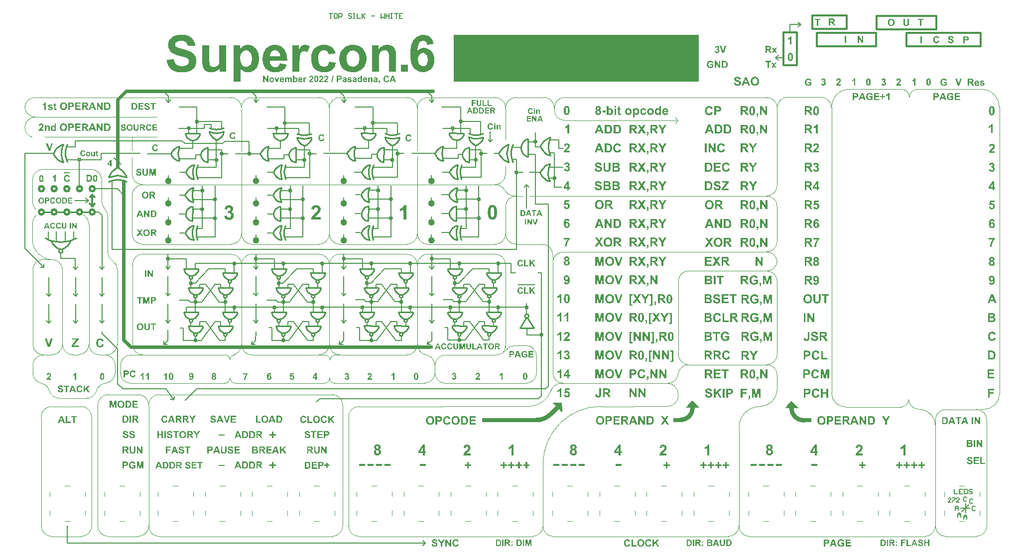
<source format=gto>
G04*
G04 #@! TF.GenerationSoftware,Altium Limited,CircuitStudio,1.5.2 (30)*
G04*
G04 Layer_Color=65535*
%FSLAX25Y25*%
%MOIN*%
G70*
G01*
G75*
%ADD15C,0.01000*%
%ADD19C,0.01800*%
%ADD22C,0.02200*%
%ADD26C,0.00600*%
%ADD34C,0.03000*%
%ADD46C,0.00800*%
%ADD130C,0.00400*%
%ADD131C,0.01900*%
%ADD132C,0.01100*%
%ADD133C,0.00433*%
%ADD134C,0.01200*%
%ADD135C,0.00709*%
%ADD136C,0.01299*%
%ADD137C,0.00276*%
%ADD138C,0.00500*%
%ADD139R,1.64400X0.31600*%
%ADD140R,0.04300X0.01200*%
%ADD141R,0.04400X0.01100*%
%ADD142R,0.02000X0.02200*%
%ADD143R,0.03900X0.00900*%
G04:AMPARAMS|DCode=144|XSize=9mil|YSize=69mil|CornerRadius=0mil|HoleSize=0mil|Usage=FLASHONLY|Rotation=135.000|XOffset=0mil|YOffset=0mil|HoleType=Round|Shape=Rectangle|*
%AMROTATEDRECTD144*
4,1,4,0.02758,0.02121,-0.02121,-0.02758,-0.02758,-0.02121,0.02121,0.02758,0.02758,0.02121,0.0*
%
%ADD144ROTATEDRECTD144*%

%ADD145R,0.06900X0.00900*%
%ADD146R,0.00900X0.06900*%
%ADD147R,0.01600X0.02200*%
%ADD148R,0.04950X0.03000*%
G04:AMPARAMS|DCode=149|XSize=43.33mil|YSize=43.04mil|CornerRadius=0mil|HoleSize=0mil|Usage=FLASHONLY|Rotation=135.000|XOffset=0mil|YOffset=0mil|HoleType=Round|Shape=Rectangle|*
%AMROTATEDRECTD149*
4,1,4,0.03054,-0.00010,0.00010,-0.03054,-0.03054,0.00010,-0.00010,0.03054,0.03054,-0.00010,0.0*
%
%ADD149ROTATEDRECTD149*%

%ADD150R,0.35970X0.02990*%
%ADD151R,0.04431X0.04390*%
G04:AMPARAMS|DCode=152|XSize=29.91mil|YSize=84.29mil|CornerRadius=0mil|HoleSize=0mil|Usage=FLASHONLY|Rotation=135.000|XOffset=0mil|YOffset=0mil|HoleType=Round|Shape=Rectangle|*
%AMROTATEDRECTD152*
4,1,4,0.04038,0.01923,-0.01923,-0.04038,-0.04038,-0.01923,0.01923,0.04038,0.04038,0.01923,0.0*
%
%ADD152ROTATEDRECTD152*%

G04:AMPARAMS|DCode=153|XSize=42.98mil|YSize=42.55mil|CornerRadius=0mil|HoleSize=0mil|Usage=FLASHONLY|Rotation=45.000|XOffset=0mil|YOffset=0mil|HoleType=Round|Shape=Rectangle|*
%AMROTATEDRECTD153*
4,1,4,-0.00015,-0.03024,-0.03024,-0.00015,0.00015,0.03024,0.03024,0.00015,-0.00015,-0.03024,0.0*
%
%ADD153ROTATEDRECTD153*%

%ADD154R,0.05400X0.03000*%
G36*
X843982Y901207D02*
Y901200D01*
Y901173D01*
Y901126D01*
Y901072D01*
Y901005D01*
X843976Y900924D01*
Y900836D01*
Y900748D01*
X843962Y900552D01*
X843948Y900350D01*
X843942Y900262D01*
X843928Y900175D01*
X843915Y900093D01*
X843901Y900019D01*
Y900012D01*
X843894Y900006D01*
Y899986D01*
X843888Y899965D01*
X843867Y899898D01*
X843841Y899817D01*
X843800Y899722D01*
X843753Y899628D01*
X843692Y899527D01*
X843618Y899432D01*
X843611Y899419D01*
X843584Y899391D01*
X843537Y899351D01*
X843476Y899297D01*
X843395Y899236D01*
X843301Y899175D01*
X843192Y899108D01*
X843071Y899054D01*
X843064D01*
X843058Y899047D01*
X843037Y899041D01*
X843010Y899034D01*
X842976Y899020D01*
X842936Y899007D01*
X842882Y898993D01*
X842828Y898987D01*
X842700Y898960D01*
X842544Y898932D01*
X842369Y898919D01*
X842173Y898912D01*
X842065D01*
X842004Y898919D01*
X841944D01*
X841870Y898926D01*
X841795Y898932D01*
X841633Y898946D01*
X841465Y898973D01*
X841296Y899014D01*
X841222Y899034D01*
X841154Y899061D01*
X841147D01*
X841140Y899067D01*
X841100Y899088D01*
X841033Y899121D01*
X840958Y899169D01*
X840870Y899230D01*
X840776Y899297D01*
X840688Y899378D01*
X840607Y899466D01*
X840600Y899479D01*
X840574Y899506D01*
X840540Y899560D01*
X840499Y899628D01*
X840459Y899702D01*
X840411Y899790D01*
X840378Y899884D01*
X840344Y899986D01*
Y899992D01*
X840337Y900006D01*
Y900026D01*
X840331Y900060D01*
X840324Y900100D01*
X840317Y900154D01*
X840310Y900215D01*
X840304Y900282D01*
X840290Y900364D01*
X840283Y900451D01*
X840277Y900546D01*
X840270Y900654D01*
X840263Y900768D01*
Y900897D01*
X840256Y901032D01*
Y901173D01*
Y903671D01*
X841201D01*
Y901133D01*
Y901126D01*
Y901106D01*
Y901079D01*
Y901038D01*
Y900984D01*
Y900931D01*
X841208Y900809D01*
Y900674D01*
X841215Y900546D01*
X841222Y900485D01*
Y900431D01*
X841228Y900391D01*
X841235Y900350D01*
Y900336D01*
X841249Y900303D01*
X841269Y900249D01*
X841296Y900181D01*
X841329Y900107D01*
X841383Y900033D01*
X841444Y899952D01*
X841518Y899884D01*
X841532Y899877D01*
X841559Y899857D01*
X841613Y899830D01*
X841681Y899803D01*
X841775Y899769D01*
X841883Y899743D01*
X842004Y899722D01*
X842146Y899716D01*
X842214D01*
X842281Y899722D01*
X842369Y899736D01*
X842470Y899756D01*
X842565Y899783D01*
X842666Y899823D01*
X842747Y899877D01*
X842754Y899884D01*
X842781Y899905D01*
X842815Y899938D01*
X842855Y899986D01*
X842896Y900046D01*
X842936Y900114D01*
X842970Y900188D01*
X842990Y900276D01*
Y900289D01*
X842997Y900323D01*
X843003Y900384D01*
X843017Y900465D01*
Y900519D01*
X843024Y900579D01*
Y900647D01*
X843030Y900714D01*
Y900795D01*
X843037Y900883D01*
Y900978D01*
Y901079D01*
Y903671D01*
X843982D01*
Y901207D01*
D02*
G37*
G36*
X848694Y899000D02*
X847749D01*
X845852Y902078D01*
Y899000D01*
X844981D01*
Y903671D01*
X845893D01*
X847823Y900525D01*
Y903671D01*
X848694D01*
Y899000D01*
D02*
G37*
G36*
X738586Y888900D02*
X737623D01*
X737240Y889902D01*
X735466D01*
X735103Y888900D01*
X734158D01*
X735868Y893315D01*
X736812D01*
X738586Y888900D01*
D02*
G37*
G36*
X816840Y899000D02*
X815821D01*
X815416Y900060D01*
X813540D01*
X813155Y899000D01*
X812156D01*
X813965Y903671D01*
X814964D01*
X816840Y899000D01*
D02*
G37*
G36*
X819709Y901849D02*
X821565Y899000D01*
X820343D01*
X819054Y901194D01*
X818291Y900411D01*
Y899000D01*
X817346D01*
Y903671D01*
X818291D01*
Y901592D01*
X820208Y903671D01*
X821478D01*
X819709Y901849D01*
D02*
G37*
G36*
X837725Y903664D02*
X837799D01*
X837873Y903658D01*
X837961D01*
X838137Y903637D01*
X838319Y903617D01*
X838488Y903583D01*
X838562Y903563D01*
X838630Y903543D01*
X838636D01*
X838643Y903536D01*
X838684Y903516D01*
X838744Y903482D01*
X838825Y903442D01*
X838913Y903374D01*
X839001Y903300D01*
X839089Y903205D01*
X839170Y903090D01*
Y903084D01*
X839176Y903077D01*
X839190Y903057D01*
X839203Y903036D01*
X839237Y902969D01*
X839277Y902881D01*
X839311Y902773D01*
X839345Y902652D01*
X839372Y902510D01*
X839379Y902361D01*
Y902355D01*
Y902341D01*
Y902308D01*
X839372Y902274D01*
Y902227D01*
X839365Y902179D01*
X839338Y902058D01*
X839305Y901916D01*
X839250Y901774D01*
X839170Y901626D01*
X839122Y901558D01*
X839068Y901491D01*
X839062Y901484D01*
X839055Y901477D01*
X839034Y901457D01*
X839007Y901437D01*
X838980Y901410D01*
X838940Y901376D01*
X838893Y901342D01*
X838839Y901309D01*
X838778Y901268D01*
X838704Y901234D01*
X838630Y901200D01*
X838548Y901167D01*
X838454Y901133D01*
X838360Y901106D01*
X838258Y901079D01*
X838144Y901059D01*
X838150D01*
X838157Y901052D01*
X838198Y901025D01*
X838251Y900991D01*
X838319Y900944D01*
X838400Y900883D01*
X838481Y900823D01*
X838569Y900748D01*
X838643Y900667D01*
X838650Y900661D01*
X838684Y900627D01*
X838724Y900573D01*
X838785Y900492D01*
X838866Y900391D01*
X838906Y900323D01*
X838953Y900255D01*
X839007Y900181D01*
X839062Y900100D01*
X839122Y900006D01*
X839183Y899911D01*
X839757Y899000D01*
X838623D01*
X837948Y900012D01*
X837941Y900019D01*
X837934Y900039D01*
X837914Y900066D01*
X837887Y900100D01*
X837860Y900141D01*
X837826Y900195D01*
X837752Y900303D01*
X837664Y900424D01*
X837583Y900532D01*
X837509Y900634D01*
X837475Y900667D01*
X837448Y900701D01*
X837442Y900708D01*
X837428Y900721D01*
X837401Y900748D01*
X837367Y900782D01*
X837320Y900809D01*
X837273Y900843D01*
X837219Y900870D01*
X837165Y900897D01*
X837158D01*
X837138Y900904D01*
X837104Y900917D01*
X837050Y900924D01*
X836983Y900937D01*
X836901Y900944D01*
X836807Y900951D01*
X836503D01*
Y899000D01*
X835558D01*
Y903671D01*
X837664D01*
X837725Y903664D01*
D02*
G37*
G36*
X740876Y893309D02*
X740998Y893302D01*
X741132Y893296D01*
X741272Y893277D01*
X741406Y893258D01*
X741527Y893226D01*
X741534D01*
X741546Y893219D01*
X741565Y893213D01*
X741591Y893207D01*
X741668Y893175D01*
X741757Y893130D01*
X741859Y893073D01*
X741974Y893002D01*
X742082Y892919D01*
X742191Y892817D01*
X742197D01*
X742203Y892805D01*
X742235Y892766D01*
X742286Y892702D01*
X742344Y892620D01*
X742414Y892517D01*
X742484Y892396D01*
X742554Y892256D01*
X742612Y892103D01*
Y892096D01*
X742618Y892084D01*
X742625Y892058D01*
X742637Y892026D01*
X742644Y891988D01*
X742656Y891937D01*
X742669Y891879D01*
X742688Y891816D01*
X742701Y891745D01*
X742714Y891663D01*
X742727Y891580D01*
X742733Y891484D01*
X742752Y891286D01*
X742759Y891063D01*
Y891056D01*
Y891037D01*
Y891012D01*
Y890973D01*
X742752Y890923D01*
Y890871D01*
X742746Y890808D01*
X742739Y890737D01*
X742727Y890591D01*
X742701Y890438D01*
X742663Y890278D01*
X742618Y890125D01*
Y890119D01*
X742612Y890106D01*
X742599Y890080D01*
X742586Y890042D01*
X742573Y890004D01*
X742548Y889959D01*
X742497Y889844D01*
X742433Y889723D01*
X742350Y889589D01*
X742254Y889461D01*
X742146Y889340D01*
X742133Y889328D01*
X742101Y889302D01*
X742050Y889264D01*
X741980Y889213D01*
X741891Y889155D01*
X741789Y889098D01*
X741661Y889040D01*
X741521Y888989D01*
X741514D01*
X741508Y888983D01*
X741489D01*
X741470Y888977D01*
X741400Y888964D01*
X741310Y888945D01*
X741202Y888925D01*
X741068Y888913D01*
X740908Y888906D01*
X740736Y888900D01*
X739065D01*
Y893315D01*
X740825D01*
X740876Y893309D01*
D02*
G37*
G36*
X765561Y892568D02*
X764259D01*
Y888900D01*
X763366D01*
Y892568D01*
X762058D01*
Y893315D01*
X765561D01*
Y892568D01*
D02*
G37*
G36*
X755812Y893392D02*
X755882Y893385D01*
X755965Y893379D01*
X756048Y893366D01*
X756144Y893353D01*
X756348Y893309D01*
X756450Y893277D01*
X756552Y893245D01*
X756654Y893200D01*
X756750Y893149D01*
X756839Y893092D01*
X756922Y893028D01*
X756928Y893021D01*
X756941Y893009D01*
X756960Y892990D01*
X756986Y892964D01*
X757018Y892926D01*
X757056Y892881D01*
X757094Y892830D01*
X757139Y892773D01*
X757177Y892702D01*
X757216Y892632D01*
X757254Y892549D01*
X757286Y892460D01*
X757318Y892371D01*
X757343Y892269D01*
X757362Y892167D01*
X757369Y892052D01*
X756475Y892020D01*
Y892026D01*
Y892033D01*
X756463Y892077D01*
X756450Y892135D01*
X756425Y892205D01*
X756393Y892288D01*
X756348Y892364D01*
X756290Y892441D01*
X756227Y892505D01*
X756220Y892511D01*
X756195Y892530D01*
X756150Y892556D01*
X756086Y892581D01*
X756010Y892607D01*
X755914Y892632D01*
X755799Y892651D01*
X755665Y892658D01*
X755602D01*
X755531Y892651D01*
X755448Y892639D01*
X755353Y892620D01*
X755251Y892588D01*
X755155Y892549D01*
X755065Y892492D01*
X755059Y892486D01*
X755046Y892473D01*
X755021Y892454D01*
X754995Y892422D01*
X754970Y892383D01*
X754944Y892332D01*
X754931Y892281D01*
X754925Y892218D01*
Y892211D01*
Y892192D01*
X754931Y892160D01*
X754944Y892128D01*
X754957Y892084D01*
X754976Y892039D01*
X755008Y891994D01*
X755053Y891950D01*
X755059Y891943D01*
X755091Y891924D01*
X755110Y891911D01*
X755142Y891899D01*
X755174Y891879D01*
X755219Y891860D01*
X755270Y891841D01*
X755327Y891816D01*
X755397Y891790D01*
X755468Y891765D01*
X755557Y891739D01*
X755653Y891714D01*
X755755Y891688D01*
X755869Y891656D01*
X755876D01*
X755901Y891650D01*
X755933Y891643D01*
X755978Y891631D01*
X756029Y891618D01*
X756093Y891599D01*
X756163Y891580D01*
X756233Y891560D01*
X756386Y891509D01*
X756546Y891458D01*
X756699Y891401D01*
X756763Y891369D01*
X756826Y891337D01*
X756833D01*
X756839Y891331D01*
X756878Y891305D01*
X756935Y891267D01*
X757005Y891216D01*
X757082Y891152D01*
X757164Y891076D01*
X757247Y890986D01*
X757318Y890884D01*
X757324Y890871D01*
X757343Y890833D01*
X757375Y890776D01*
X757407Y890693D01*
X757439Y890591D01*
X757471Y890469D01*
X757490Y890335D01*
X757496Y890182D01*
Y890176D01*
Y890163D01*
Y890144D01*
Y890119D01*
X757490Y890087D01*
X757484Y890042D01*
X757471Y889953D01*
X757445Y889838D01*
X757407Y889717D01*
X757350Y889595D01*
X757279Y889468D01*
Y889461D01*
X757267Y889455D01*
X757241Y889417D01*
X757190Y889353D01*
X757126Y889283D01*
X757043Y889200D01*
X756935Y889123D01*
X756820Y889047D01*
X756680Y888977D01*
X756673D01*
X756661Y888970D01*
X756641Y888964D01*
X756609Y888951D01*
X756571Y888938D01*
X756527Y888925D01*
X756475Y888913D01*
X756418Y888900D01*
X756348Y888881D01*
X756278Y888868D01*
X756112Y888843D01*
X755927Y888823D01*
X755723Y888817D01*
X755640D01*
X755582Y888823D01*
X755512Y888830D01*
X755436Y888836D01*
X755346Y888849D01*
X755251Y888868D01*
X755040Y888913D01*
X754931Y888945D01*
X754830Y888977D01*
X754721Y889021D01*
X754619Y889072D01*
X754523Y889130D01*
X754434Y889200D01*
X754427Y889206D01*
X754415Y889219D01*
X754389Y889238D01*
X754364Y889270D01*
X754325Y889315D01*
X754287Y889366D01*
X754243Y889423D01*
X754198Y889487D01*
X754153Y889563D01*
X754108Y889647D01*
X754064Y889742D01*
X754019Y889844D01*
X753987Y889953D01*
X753949Y890074D01*
X753924Y890201D01*
X753904Y890335D01*
X754772Y890418D01*
Y890412D01*
X754778Y890399D01*
Y890374D01*
X754785Y890348D01*
X754810Y890272D01*
X754842Y890176D01*
X754881Y890067D01*
X754938Y889959D01*
X755002Y889863D01*
X755085Y889774D01*
X755097Y889768D01*
X755129Y889742D01*
X755180Y889710D01*
X755257Y889672D01*
X755353Y889634D01*
X755461Y889602D01*
X755589Y889576D01*
X755735Y889570D01*
X755806D01*
X755882Y889583D01*
X755978Y889595D01*
X756080Y889615D01*
X756188Y889647D01*
X756290Y889691D01*
X756380Y889748D01*
X756393Y889755D01*
X756418Y889780D01*
X756450Y889819D01*
X756495Y889870D01*
X756533Y889934D01*
X756571Y890010D01*
X756597Y890087D01*
X756603Y890176D01*
Y890182D01*
Y890201D01*
X756597Y890233D01*
X756590Y890272D01*
X756578Y890310D01*
X756565Y890355D01*
X756539Y890399D01*
X756507Y890444D01*
X756501Y890450D01*
X756488Y890463D01*
X756469Y890482D01*
X756437Y890508D01*
X756393Y890540D01*
X756335Y890572D01*
X756271Y890604D01*
X756188Y890635D01*
X756182D01*
X756156Y890648D01*
X756112Y890661D01*
X756080Y890674D01*
X756042Y890680D01*
X755997Y890693D01*
X755946Y890712D01*
X755889Y890725D01*
X755825Y890744D01*
X755748Y890763D01*
X755665Y890782D01*
X755576Y890808D01*
X755474Y890833D01*
X755468D01*
X755442Y890839D01*
X755404Y890852D01*
X755359Y890865D01*
X755302Y890884D01*
X755231Y890903D01*
X755161Y890929D01*
X755078Y890954D01*
X754912Y891018D01*
X754753Y891095D01*
X754670Y891133D01*
X754600Y891178D01*
X754530Y891222D01*
X754472Y891267D01*
X754466Y891273D01*
X754453Y891286D01*
X754434Y891305D01*
X754408Y891331D01*
X754377Y891369D01*
X754345Y891414D01*
X754306Y891458D01*
X754274Y891516D01*
X754198Y891650D01*
X754134Y891803D01*
X754108Y891886D01*
X754089Y891969D01*
X754077Y892064D01*
X754070Y892160D01*
Y892167D01*
Y892173D01*
Y892192D01*
Y892218D01*
X754083Y892281D01*
X754096Y892364D01*
X754115Y892460D01*
X754147Y892568D01*
X754191Y892683D01*
X754255Y892792D01*
Y892798D01*
X754262Y892805D01*
X754293Y892843D01*
X754332Y892894D01*
X754396Y892958D01*
X754472Y893028D01*
X754568Y893104D01*
X754676Y893175D01*
X754804Y893238D01*
X754810D01*
X754823Y893245D01*
X754842Y893251D01*
X754868Y893264D01*
X754906Y893277D01*
X754944Y893289D01*
X754995Y893302D01*
X755053Y893321D01*
X755180Y893347D01*
X755327Y893372D01*
X755493Y893392D01*
X755678Y893398D01*
X755755D01*
X755812Y893392D01*
D02*
G37*
G36*
X835875Y893464D02*
X836003Y893458D01*
X836145Y893451D01*
X836294Y893431D01*
X836436Y893410D01*
X836564Y893377D01*
X836570D01*
X836584Y893370D01*
X836604Y893363D01*
X836631Y893356D01*
X836712Y893322D01*
X836807Y893275D01*
X836915Y893215D01*
X837036Y893140D01*
X837151Y893052D01*
X837266Y892945D01*
X837272D01*
X837279Y892931D01*
X837313Y892890D01*
X837367Y892823D01*
X837428Y892735D01*
X837502Y892627D01*
X837576Y892499D01*
X837650Y892350D01*
X837711Y892188D01*
Y892182D01*
X837718Y892168D01*
X837725Y892141D01*
X837738Y892107D01*
X837745Y892067D01*
X837759Y892013D01*
X837772Y891952D01*
X837792Y891885D01*
X837806Y891811D01*
X837819Y891723D01*
X837833Y891635D01*
X837840Y891534D01*
X837860Y891325D01*
X837866Y891088D01*
Y891082D01*
Y891061D01*
Y891034D01*
Y890994D01*
X837860Y890940D01*
Y890886D01*
X837853Y890818D01*
X837846Y890744D01*
X837833Y890589D01*
X837806Y890427D01*
X837765Y890258D01*
X837718Y890096D01*
Y890089D01*
X837711Y890076D01*
X837698Y890049D01*
X837684Y890008D01*
X837671Y889968D01*
X837644Y889921D01*
X837590Y889799D01*
X837522Y889671D01*
X837434Y889529D01*
X837333Y889394D01*
X837218Y889266D01*
X837205Y889252D01*
X837171Y889225D01*
X837117Y889185D01*
X837043Y889131D01*
X836948Y889070D01*
X836841Y889009D01*
X836705Y888949D01*
X836557Y888894D01*
X836550D01*
X836543Y888888D01*
X836523D01*
X836503Y888881D01*
X836429Y888867D01*
X836334Y888847D01*
X836220Y888827D01*
X836078Y888813D01*
X835909Y888807D01*
X835727Y888800D01*
X833958D01*
Y893471D01*
X835821D01*
X835875Y893464D01*
D02*
G37*
G36*
X745330Y893309D02*
X745451Y893302D01*
X745585Y893296D01*
X745725Y893277D01*
X745859Y893258D01*
X745980Y893226D01*
X745987D01*
X745999Y893219D01*
X746019Y893213D01*
X746044Y893207D01*
X746121Y893175D01*
X746210Y893130D01*
X746312Y893073D01*
X746427Y893002D01*
X746535Y892919D01*
X746644Y892817D01*
X746650D01*
X746657Y892805D01*
X746689Y892766D01*
X746740Y892702D01*
X746797Y892620D01*
X746867Y892517D01*
X746937Y892396D01*
X747008Y892256D01*
X747065Y892103D01*
Y892096D01*
X747071Y892084D01*
X747078Y892058D01*
X747090Y892026D01*
X747097Y891988D01*
X747110Y891937D01*
X747122Y891879D01*
X747142Y891816D01*
X747154Y891745D01*
X747167Y891663D01*
X747180Y891580D01*
X747186Y891484D01*
X747205Y891286D01*
X747212Y891063D01*
Y891056D01*
Y891037D01*
Y891012D01*
Y890973D01*
X747205Y890923D01*
Y890871D01*
X747199Y890808D01*
X747193Y890737D01*
X747180Y890591D01*
X747154Y890438D01*
X747116Y890278D01*
X747071Y890125D01*
Y890119D01*
X747065Y890106D01*
X747052Y890080D01*
X747040Y890042D01*
X747027Y890004D01*
X747001Y889959D01*
X746950Y889844D01*
X746886Y889723D01*
X746803Y889589D01*
X746708Y889461D01*
X746599Y889340D01*
X746587Y889328D01*
X746555Y889302D01*
X746504Y889264D01*
X746433Y889213D01*
X746344Y889155D01*
X746242Y889098D01*
X746114Y889040D01*
X745974Y888989D01*
X745968D01*
X745961Y888983D01*
X745942D01*
X745923Y888977D01*
X745853Y888964D01*
X745763Y888945D01*
X745655Y888925D01*
X745521Y888913D01*
X745362Y888906D01*
X745189Y888900D01*
X743518D01*
Y893315D01*
X745279D01*
X745330Y893309D01*
D02*
G37*
G36*
X750019D02*
X750089D01*
X750159Y893302D01*
X750242D01*
X750408Y893283D01*
X750580Y893264D01*
X750740Y893232D01*
X750810Y893213D01*
X750874Y893194D01*
X750880D01*
X750887Y893187D01*
X750925Y893168D01*
X750982Y893136D01*
X751059Y893098D01*
X751142Y893034D01*
X751225Y892964D01*
X751308Y892875D01*
X751384Y892766D01*
Y892760D01*
X751391Y892754D01*
X751403Y892734D01*
X751416Y892715D01*
X751448Y892651D01*
X751486Y892568D01*
X751518Y892466D01*
X751550Y892352D01*
X751576Y892218D01*
X751582Y892077D01*
Y892071D01*
Y892058D01*
Y892026D01*
X751576Y891994D01*
Y891950D01*
X751569Y891905D01*
X751544Y891790D01*
X751512Y891656D01*
X751461Y891522D01*
X751384Y891382D01*
X751340Y891318D01*
X751289Y891254D01*
X751282Y891248D01*
X751276Y891241D01*
X751257Y891222D01*
X751231Y891203D01*
X751206Y891178D01*
X751167Y891146D01*
X751123Y891114D01*
X751072Y891082D01*
X751014Y891044D01*
X750944Y891012D01*
X750874Y890980D01*
X750797Y890948D01*
X750708Y890916D01*
X750619Y890891D01*
X750523Y890865D01*
X750415Y890846D01*
X750421D01*
X750427Y890839D01*
X750465Y890814D01*
X750517Y890782D01*
X750580Y890737D01*
X750657Y890680D01*
X750734Y890623D01*
X750816Y890552D01*
X750887Y890476D01*
X750893Y890469D01*
X750925Y890438D01*
X750963Y890386D01*
X751021Y890310D01*
X751097Y890214D01*
X751135Y890151D01*
X751180Y890087D01*
X751231Y890016D01*
X751282Y889940D01*
X751340Y889851D01*
X751397Y889761D01*
X751939Y888900D01*
X750868D01*
X750230Y889857D01*
X750223Y889863D01*
X750217Y889882D01*
X750198Y889908D01*
X750172Y889940D01*
X750147Y889978D01*
X750115Y890029D01*
X750044Y890131D01*
X749962Y890246D01*
X749885Y890348D01*
X749815Y890444D01*
X749783Y890476D01*
X749757Y890508D01*
X749751Y890514D01*
X749738Y890527D01*
X749713Y890552D01*
X749681Y890584D01*
X749636Y890610D01*
X749591Y890642D01*
X749540Y890667D01*
X749489Y890693D01*
X749483D01*
X749464Y890699D01*
X749432Y890712D01*
X749381Y890718D01*
X749317Y890731D01*
X749241Y890737D01*
X749151Y890744D01*
X748864D01*
Y888900D01*
X747971D01*
Y893315D01*
X749962D01*
X750019Y893309D01*
D02*
G37*
G36*
X761528Y892568D02*
X759149D01*
Y891592D01*
X761363D01*
Y890846D01*
X759149D01*
Y889647D01*
X761611D01*
Y888900D01*
X758255D01*
Y893315D01*
X761528D01*
Y892568D01*
D02*
G37*
G36*
X757488Y902881D02*
X756111D01*
Y899000D01*
X755166D01*
Y902881D01*
X753782D01*
Y903671D01*
X757488D01*
Y902881D01*
D02*
G37*
G36*
X751528Y903752D02*
X751602Y903745D01*
X751689Y903738D01*
X751777Y903725D01*
X751878Y903712D01*
X752095Y903664D01*
X752203Y903631D01*
X752311Y903597D01*
X752419Y903549D01*
X752520Y903496D01*
X752614Y903435D01*
X752702Y903367D01*
X752709Y903360D01*
X752722Y903347D01*
X752742Y903327D01*
X752770Y903300D01*
X752803Y903259D01*
X752844Y903212D01*
X752884Y903158D01*
X752931Y903097D01*
X752972Y903023D01*
X753013Y902949D01*
X753053Y902861D01*
X753087Y902767D01*
X753121Y902672D01*
X753148Y902564D01*
X753168Y902456D01*
X753174Y902334D01*
X752229Y902301D01*
Y902308D01*
Y902314D01*
X752216Y902361D01*
X752203Y902422D01*
X752176Y902497D01*
X752142Y902584D01*
X752095Y902665D01*
X752034Y902746D01*
X751966Y902814D01*
X751960Y902820D01*
X751932Y902841D01*
X751885Y902868D01*
X751818Y902895D01*
X751737Y902922D01*
X751636Y902949D01*
X751514Y902969D01*
X751372Y902976D01*
X751305D01*
X751230Y902969D01*
X751143Y902956D01*
X751042Y902935D01*
X750934Y902901D01*
X750832Y902861D01*
X750738Y902800D01*
X750731Y902794D01*
X750717Y902780D01*
X750691Y902760D01*
X750664Y902726D01*
X750636Y902686D01*
X750609Y902631D01*
X750596Y902577D01*
X750589Y902510D01*
Y902503D01*
Y902483D01*
X750596Y902449D01*
X750609Y902415D01*
X750623Y902368D01*
X750643Y902321D01*
X750677Y902274D01*
X750724Y902227D01*
X750731Y902220D01*
X750765Y902199D01*
X750785Y902186D01*
X750819Y902172D01*
X750852Y902152D01*
X750900Y902132D01*
X750954Y902112D01*
X751015Y902085D01*
X751089Y902058D01*
X751163Y902031D01*
X751258Y902004D01*
X751359Y901977D01*
X751467Y901950D01*
X751588Y901916D01*
X751595D01*
X751622Y901909D01*
X751656Y901902D01*
X751703Y901889D01*
X751757Y901875D01*
X751825Y901855D01*
X751899Y901835D01*
X751973Y901815D01*
X752135Y901761D01*
X752304Y901707D01*
X752466Y901646D01*
X752533Y901612D01*
X752601Y901579D01*
X752607D01*
X752614Y901572D01*
X752655Y901545D01*
X752715Y901504D01*
X752790Y901450D01*
X752871Y901383D01*
X752958Y901302D01*
X753046Y901207D01*
X753121Y901099D01*
X753127Y901086D01*
X753148Y901045D01*
X753181Y900984D01*
X753215Y900897D01*
X753249Y900789D01*
X753282Y900661D01*
X753303Y900519D01*
X753309Y900357D01*
Y900350D01*
Y900336D01*
Y900316D01*
Y900289D01*
X753303Y900255D01*
X753296Y900208D01*
X753282Y900114D01*
X753256Y899992D01*
X753215Y899864D01*
X753154Y899736D01*
X753080Y899601D01*
Y899594D01*
X753066Y899587D01*
X753040Y899547D01*
X752985Y899479D01*
X752918Y899405D01*
X752830Y899317D01*
X752715Y899236D01*
X752594Y899155D01*
X752446Y899081D01*
X752439D01*
X752425Y899074D01*
X752405Y899067D01*
X752371Y899054D01*
X752331Y899041D01*
X752283Y899027D01*
X752229Y899014D01*
X752169Y899000D01*
X752095Y898980D01*
X752020Y898966D01*
X751845Y898939D01*
X751649Y898919D01*
X751433Y898912D01*
X751345D01*
X751285Y898919D01*
X751210Y898926D01*
X751129Y898932D01*
X751035Y898946D01*
X750934Y898966D01*
X750711Y899014D01*
X750596Y899047D01*
X750488Y899081D01*
X750373Y899128D01*
X750265Y899182D01*
X750164Y899243D01*
X750070Y899317D01*
X750063Y899324D01*
X750049Y899337D01*
X750022Y899358D01*
X749995Y899391D01*
X749955Y899439D01*
X749914Y899493D01*
X749867Y899553D01*
X749820Y899621D01*
X749773Y899702D01*
X749725Y899790D01*
X749678Y899891D01*
X749631Y899999D01*
X749597Y900114D01*
X749556Y900242D01*
X749530Y900377D01*
X749509Y900519D01*
X750427Y900607D01*
Y900600D01*
X750434Y900586D01*
Y900559D01*
X750441Y900532D01*
X750468Y900451D01*
X750501Y900350D01*
X750542Y900235D01*
X750603Y900121D01*
X750670Y900019D01*
X750758Y899925D01*
X750772Y899918D01*
X750805Y899891D01*
X750859Y899857D01*
X750940Y899817D01*
X751042Y899776D01*
X751156Y899743D01*
X751291Y899716D01*
X751446Y899709D01*
X751521D01*
X751602Y899722D01*
X751703Y899736D01*
X751811Y899756D01*
X751926Y899790D01*
X752034Y899837D01*
X752128Y899898D01*
X752142Y899905D01*
X752169Y899932D01*
X752203Y899972D01*
X752250Y900026D01*
X752290Y900093D01*
X752331Y900175D01*
X752358Y900255D01*
X752364Y900350D01*
Y900357D01*
Y900377D01*
X752358Y900411D01*
X752351Y900451D01*
X752338Y900492D01*
X752324Y900539D01*
X752297Y900586D01*
X752263Y900634D01*
X752256Y900640D01*
X752243Y900654D01*
X752223Y900674D01*
X752189Y900701D01*
X752142Y900735D01*
X752081Y900768D01*
X752013Y900802D01*
X751926Y900836D01*
X751919D01*
X751892Y900850D01*
X751845Y900863D01*
X751811Y900877D01*
X751770Y900883D01*
X751723Y900897D01*
X751669Y900917D01*
X751609Y900931D01*
X751541Y900951D01*
X751460Y900971D01*
X751372Y900991D01*
X751278Y901018D01*
X751170Y901045D01*
X751163D01*
X751136Y901052D01*
X751095Y901066D01*
X751048Y901079D01*
X750987Y901099D01*
X750913Y901120D01*
X750839Y901147D01*
X750751Y901173D01*
X750576Y901241D01*
X750407Y901322D01*
X750319Y901363D01*
X750245Y901410D01*
X750171Y901457D01*
X750110Y901504D01*
X750103Y901511D01*
X750090Y901525D01*
X750070Y901545D01*
X750042Y901572D01*
X750009Y901612D01*
X749975Y901659D01*
X749934Y901707D01*
X749901Y901768D01*
X749820Y901909D01*
X749752Y902071D01*
X749725Y902159D01*
X749705Y902247D01*
X749691Y902348D01*
X749685Y902449D01*
Y902456D01*
Y902463D01*
Y902483D01*
Y902510D01*
X749698Y902577D01*
X749712Y902665D01*
X749732Y902767D01*
X749766Y902881D01*
X749813Y903003D01*
X749881Y903117D01*
Y903124D01*
X749887Y903131D01*
X749921Y903172D01*
X749962Y903226D01*
X750029Y903293D01*
X750110Y903367D01*
X750211Y903448D01*
X750326Y903522D01*
X750461Y903590D01*
X750468D01*
X750481Y903597D01*
X750501Y903603D01*
X750528Y903617D01*
X750569Y903631D01*
X750609Y903644D01*
X750664Y903658D01*
X750724Y903678D01*
X750859Y903705D01*
X751015Y903732D01*
X751190Y903752D01*
X751386Y903759D01*
X751467D01*
X751528Y903752D01*
D02*
G37*
G36*
X770654Y903664D02*
X770829D01*
X771018Y903651D01*
X771207Y903637D01*
X771288Y903631D01*
X771369Y903624D01*
X771437Y903610D01*
X771491Y903597D01*
X771497D01*
X771511Y903590D01*
X771531Y903583D01*
X771558Y903576D01*
X771632Y903543D01*
X771727Y903502D01*
X771828Y903442D01*
X771943Y903360D01*
X772051Y903259D01*
X772159Y903138D01*
Y903131D01*
X772172Y903124D01*
X772186Y903104D01*
X772199Y903077D01*
X772226Y903036D01*
X772247Y902996D01*
X772274Y902949D01*
X772301Y902895D01*
X772348Y902760D01*
X772395Y902611D01*
X772422Y902429D01*
X772436Y902233D01*
Y902227D01*
Y902213D01*
Y902193D01*
Y902159D01*
X772429Y902125D01*
Y902078D01*
X772415Y901984D01*
X772395Y901869D01*
X772368Y901740D01*
X772328Y901619D01*
X772274Y901504D01*
X772267Y901491D01*
X772247Y901457D01*
X772213Y901403D01*
X772166Y901336D01*
X772112Y901268D01*
X772038Y901187D01*
X771963Y901113D01*
X771875Y901045D01*
X771862Y901038D01*
X771835Y901018D01*
X771788Y900991D01*
X771727Y900957D01*
X771653Y900917D01*
X771572Y900883D01*
X771484Y900850D01*
X771389Y900823D01*
X771376D01*
X771356Y900816D01*
X771329D01*
X771295Y900809D01*
X771248Y900802D01*
X771201Y900795D01*
X771140D01*
X771079Y900789D01*
X771005Y900782D01*
X770924Y900775D01*
X770836Y900768D01*
X770742D01*
X770640Y900762D01*
X769803D01*
Y899000D01*
X768858D01*
Y903671D01*
X770579D01*
X770654Y903664D01*
D02*
G37*
G36*
X835876Y914052D02*
X835951Y914045D01*
X836038Y914038D01*
X836126Y914025D01*
X836228Y914011D01*
X836444Y913964D01*
X836551Y913931D01*
X836660Y913897D01*
X836767Y913850D01*
X836869Y913795D01*
X836963Y913735D01*
X837051Y913667D01*
X837058Y913661D01*
X837071Y913647D01*
X837092Y913627D01*
X837119Y913600D01*
X837152Y913559D01*
X837193Y913512D01*
X837233Y913458D01*
X837280Y913397D01*
X837321Y913323D01*
X837362Y913249D01*
X837402Y913161D01*
X837436Y913066D01*
X837469Y912972D01*
X837496Y912864D01*
X837517Y912756D01*
X837523Y912634D01*
X836578Y912601D01*
Y912607D01*
Y912614D01*
X836565Y912661D01*
X836551Y912722D01*
X836524Y912796D01*
X836491Y912884D01*
X836444Y912965D01*
X836383Y913046D01*
X836315Y913114D01*
X836308Y913120D01*
X836281Y913141D01*
X836234Y913168D01*
X836167Y913195D01*
X836086Y913222D01*
X835985Y913249D01*
X835863Y913269D01*
X835721Y913276D01*
X835654D01*
X835579Y913269D01*
X835492Y913256D01*
X835390Y913235D01*
X835283Y913202D01*
X835181Y913161D01*
X835087Y913100D01*
X835080Y913093D01*
X835067Y913080D01*
X835040Y913060D01*
X835013Y913026D01*
X834986Y912986D01*
X834958Y912932D01*
X834945Y912877D01*
X834938Y912810D01*
Y912803D01*
Y912783D01*
X834945Y912749D01*
X834958Y912716D01*
X834972Y912668D01*
X834992Y912621D01*
X835026Y912574D01*
X835073Y912527D01*
X835080Y912520D01*
X835114Y912500D01*
X835134Y912486D01*
X835168Y912473D01*
X835201Y912452D01*
X835249Y912432D01*
X835303Y912412D01*
X835363Y912385D01*
X835438Y912358D01*
X835512Y912331D01*
X835606Y912304D01*
X835708Y912277D01*
X835816Y912250D01*
X835937Y912216D01*
X835944D01*
X835971Y912209D01*
X836005Y912202D01*
X836052Y912189D01*
X836106Y912175D01*
X836174Y912155D01*
X836248Y912135D01*
X836322Y912115D01*
X836484Y912061D01*
X836653Y912007D01*
X836815Y911946D01*
X836882Y911912D01*
X836950Y911878D01*
X836957D01*
X836963Y911872D01*
X837004Y911845D01*
X837064Y911804D01*
X837139Y911750D01*
X837220Y911683D01*
X837307Y911602D01*
X837395Y911507D01*
X837469Y911399D01*
X837476Y911386D01*
X837496Y911345D01*
X837530Y911285D01*
X837564Y911197D01*
X837598Y911089D01*
X837632Y910960D01*
X837652Y910819D01*
X837659Y910657D01*
Y910650D01*
Y910637D01*
Y910616D01*
Y910589D01*
X837652Y910555D01*
X837645Y910508D01*
X837632Y910414D01*
X837605Y910292D01*
X837564Y910164D01*
X837503Y910036D01*
X837429Y909901D01*
Y909894D01*
X837416Y909887D01*
X837389Y909847D01*
X837335Y909779D01*
X837267Y909705D01*
X837179Y909617D01*
X837064Y909536D01*
X836943Y909455D01*
X836794Y909381D01*
X836788D01*
X836774Y909374D01*
X836754Y909367D01*
X836720Y909354D01*
X836680Y909340D01*
X836633Y909327D01*
X836578Y909313D01*
X836518Y909300D01*
X836444Y909280D01*
X836369Y909266D01*
X836194Y909239D01*
X835998Y909219D01*
X835782Y909212D01*
X835694D01*
X835633Y909219D01*
X835559Y909226D01*
X835478Y909233D01*
X835384Y909246D01*
X835283Y909266D01*
X835060Y909313D01*
X834945Y909347D01*
X834837Y909381D01*
X834722Y909428D01*
X834614Y909482D01*
X834513Y909543D01*
X834418Y909617D01*
X834412Y909624D01*
X834398Y909638D01*
X834371Y909658D01*
X834344Y909692D01*
X834304Y909739D01*
X834263Y909793D01*
X834216Y909853D01*
X834169Y909921D01*
X834122Y910002D01*
X834074Y910090D01*
X834027Y910191D01*
X833980Y910299D01*
X833946Y910414D01*
X833906Y910542D01*
X833879Y910677D01*
X833858Y910819D01*
X834776Y910907D01*
Y910900D01*
X834783Y910886D01*
Y910859D01*
X834790Y910832D01*
X834817Y910751D01*
X834851Y910650D01*
X834891Y910535D01*
X834952Y910421D01*
X835019Y910319D01*
X835107Y910225D01*
X835120Y910218D01*
X835154Y910191D01*
X835208Y910157D01*
X835289Y910117D01*
X835390Y910076D01*
X835505Y910042D01*
X835640Y910015D01*
X835795Y910009D01*
X835870D01*
X835951Y910022D01*
X836052Y910036D01*
X836160Y910056D01*
X836275Y910090D01*
X836383Y910137D01*
X836477Y910198D01*
X836491Y910205D01*
X836518Y910231D01*
X836551Y910272D01*
X836599Y910326D01*
X836639Y910394D01*
X836680Y910474D01*
X836707Y910555D01*
X836714Y910650D01*
Y910657D01*
Y910677D01*
X836707Y910711D01*
X836700Y910751D01*
X836687Y910792D01*
X836673Y910839D01*
X836646Y910886D01*
X836612Y910933D01*
X836605Y910940D01*
X836592Y910954D01*
X836572Y910974D01*
X836538Y911001D01*
X836491Y911035D01*
X836430Y911069D01*
X836362Y911102D01*
X836275Y911136D01*
X836268D01*
X836241Y911150D01*
X836194Y911163D01*
X836160Y911176D01*
X836119Y911183D01*
X836072Y911197D01*
X836018Y911217D01*
X835958Y911230D01*
X835890Y911251D01*
X835809Y911271D01*
X835721Y911291D01*
X835627Y911318D01*
X835519Y911345D01*
X835512D01*
X835485Y911352D01*
X835445Y911366D01*
X835397Y911379D01*
X835336Y911399D01*
X835262Y911419D01*
X835188Y911446D01*
X835100Y911473D01*
X834925Y911541D01*
X834756Y911622D01*
X834668Y911662D01*
X834594Y911710D01*
X834520Y911757D01*
X834459Y911804D01*
X834452Y911811D01*
X834439Y911825D01*
X834418Y911845D01*
X834391Y911872D01*
X834358Y911912D01*
X834324Y911959D01*
X834284Y912007D01*
X834250Y912068D01*
X834169Y912209D01*
X834101Y912371D01*
X834074Y912459D01*
X834054Y912547D01*
X834041Y912648D01*
X834034Y912749D01*
Y912756D01*
Y912763D01*
Y912783D01*
Y912810D01*
X834047Y912877D01*
X834061Y912965D01*
X834081Y913066D01*
X834115Y913181D01*
X834162Y913303D01*
X834229Y913418D01*
Y913424D01*
X834236Y913431D01*
X834270Y913472D01*
X834311Y913525D01*
X834378Y913593D01*
X834459Y913667D01*
X834560Y913748D01*
X834675Y913822D01*
X834810Y913890D01*
X834817D01*
X834830Y913897D01*
X834851Y913904D01*
X834877Y913917D01*
X834918Y913931D01*
X834958Y913944D01*
X835013Y913958D01*
X835073Y913978D01*
X835208Y914005D01*
X835363Y914032D01*
X835539Y914052D01*
X835735Y914059D01*
X835816D01*
X835876Y914052D01*
D02*
G37*
G36*
X744265Y902881D02*
X742003D01*
Y901774D01*
X743954D01*
Y900984D01*
X742003D01*
Y899000D01*
X741058D01*
Y903671D01*
X744265D01*
Y902881D01*
D02*
G37*
G36*
X749253Y899000D02*
X748234D01*
X747828Y900060D01*
X745952D01*
X745567Y899000D01*
X744568D01*
X746377Y903671D01*
X747376D01*
X749253Y899000D01*
D02*
G37*
G36*
X777417D02*
X776398D01*
X775993Y900060D01*
X774117D01*
X773732Y899000D01*
X772733D01*
X774542Y903671D01*
X775541D01*
X777417Y899000D01*
D02*
G37*
G36*
X801032Y903664D02*
X801167Y903658D01*
X801302Y903651D01*
X801430Y903637D01*
X801545Y903624D01*
X801558D01*
X801592Y903617D01*
X801639Y903603D01*
X801707Y903583D01*
X801781Y903556D01*
X801862Y903522D01*
X801950Y903482D01*
X802031Y903428D01*
X802038Y903421D01*
X802065Y903401D01*
X802105Y903367D01*
X802159Y903327D01*
X802213Y903266D01*
X802274Y903199D01*
X802334Y903124D01*
X802388Y903036D01*
X802395Y903023D01*
X802409Y902996D01*
X802436Y902942D01*
X802463Y902874D01*
X802490Y902794D01*
X802517Y902706D01*
X802530Y902598D01*
X802537Y902490D01*
Y902483D01*
Y902476D01*
Y902436D01*
X802530Y902375D01*
X802517Y902294D01*
X802490Y902199D01*
X802463Y902098D01*
X802415Y901997D01*
X802355Y901889D01*
X802348Y901875D01*
X802321Y901842D01*
X802281Y901795D01*
X802233Y901734D01*
X802166Y901673D01*
X802085Y901599D01*
X801990Y901538D01*
X801882Y901477D01*
X801889D01*
X801902Y901470D01*
X801923Y901464D01*
X801950Y901457D01*
X802031Y901423D01*
X802125Y901376D01*
X802227Y901322D01*
X802341Y901248D01*
X802442Y901160D01*
X802537Y901052D01*
X802544Y901038D01*
X802571Y900998D01*
X802611Y900937D01*
X802652Y900856D01*
X802692Y900748D01*
X802733Y900634D01*
X802760Y900498D01*
X802767Y900350D01*
Y900343D01*
Y900336D01*
Y900296D01*
X802760Y900235D01*
X802746Y900154D01*
X802733Y900060D01*
X802706Y899952D01*
X802665Y899844D01*
X802618Y899729D01*
X802611Y899716D01*
X802591Y899682D01*
X802557Y899628D01*
X802510Y899560D01*
X802456Y899479D01*
X802382Y899405D01*
X802308Y899324D01*
X802213Y899250D01*
X802199Y899243D01*
X802166Y899223D01*
X802112Y899189D01*
X802038Y899155D01*
X801943Y899115D01*
X801835Y899081D01*
X801713Y899047D01*
X801579Y899027D01*
X801552D01*
X801525Y899020D01*
X801457D01*
X801410Y899014D01*
X801282D01*
X801200Y899007D01*
X800998D01*
X800883Y899000D01*
X798858D01*
Y903671D01*
X800910D01*
X801032Y903664D01*
D02*
G37*
G36*
X805737D02*
X805811D01*
X805885Y903658D01*
X805973D01*
X806148Y903637D01*
X806330Y903617D01*
X806499Y903583D01*
X806573Y903563D01*
X806641Y903543D01*
X806648D01*
X806654Y903536D01*
X806695Y903516D01*
X806756Y903482D01*
X806837Y903442D01*
X806925Y903374D01*
X807012Y903300D01*
X807100Y903205D01*
X807181Y903090D01*
Y903084D01*
X807188Y903077D01*
X807201Y903057D01*
X807215Y903036D01*
X807248Y902969D01*
X807289Y902881D01*
X807323Y902773D01*
X807356Y902652D01*
X807384Y902510D01*
X807390Y902361D01*
Y902355D01*
Y902341D01*
Y902308D01*
X807384Y902274D01*
Y902227D01*
X807377Y902179D01*
X807350Y902058D01*
X807316Y901916D01*
X807262Y901774D01*
X807181Y901626D01*
X807134Y901558D01*
X807080Y901491D01*
X807073Y901484D01*
X807066Y901477D01*
X807046Y901457D01*
X807019Y901437D01*
X806992Y901410D01*
X806952Y901376D01*
X806904Y901342D01*
X806850Y901309D01*
X806789Y901268D01*
X806715Y901234D01*
X806641Y901200D01*
X806560Y901167D01*
X806466Y901133D01*
X806371Y901106D01*
X806270Y901079D01*
X806155Y901059D01*
X806162D01*
X806168Y901052D01*
X806209Y901025D01*
X806263Y900991D01*
X806330Y900944D01*
X806411Y900883D01*
X806493Y900823D01*
X806580Y900748D01*
X806654Y900667D01*
X806661Y900661D01*
X806695Y900627D01*
X806736Y900573D01*
X806796Y900492D01*
X806877Y900391D01*
X806918Y900323D01*
X806965Y900255D01*
X807019Y900181D01*
X807073Y900100D01*
X807134Y900006D01*
X807195Y899911D01*
X807768Y899000D01*
X806634D01*
X805959Y900012D01*
X805952Y900019D01*
X805946Y900039D01*
X805925Y900066D01*
X805898Y900100D01*
X805871Y900141D01*
X805838Y900195D01*
X805764Y900303D01*
X805676Y900424D01*
X805595Y900532D01*
X805521Y900634D01*
X805487Y900667D01*
X805460Y900701D01*
X805453Y900708D01*
X805439Y900721D01*
X805412Y900748D01*
X805379Y900782D01*
X805332Y900809D01*
X805284Y900843D01*
X805230Y900870D01*
X805176Y900897D01*
X805169D01*
X805149Y900904D01*
X805116Y900917D01*
X805062Y900924D01*
X804994Y900937D01*
X804913Y900944D01*
X804819Y900951D01*
X804515D01*
Y899000D01*
X803570D01*
Y903671D01*
X805676D01*
X805737Y903664D01*
D02*
G37*
G36*
X811744Y902881D02*
X809226D01*
Y901849D01*
X811569D01*
Y901059D01*
X809226D01*
Y899790D01*
X811832D01*
Y899000D01*
X808281D01*
Y903671D01*
X811744D01*
Y902881D01*
D02*
G37*
G36*
X790451D02*
X787934D01*
Y901849D01*
X790276D01*
Y901059D01*
X787934D01*
Y899790D01*
X790539D01*
Y899000D01*
X786989D01*
Y903671D01*
X790451D01*
Y902881D01*
D02*
G37*
G36*
X781636Y901207D02*
Y901200D01*
Y901173D01*
Y901126D01*
Y901072D01*
Y901005D01*
X781629Y900924D01*
Y900836D01*
Y900748D01*
X781616Y900552D01*
X781602Y900350D01*
X781596Y900262D01*
X781582Y900175D01*
X781568Y900093D01*
X781555Y900019D01*
Y900012D01*
X781548Y900006D01*
Y899986D01*
X781541Y899965D01*
X781521Y899898D01*
X781494Y899817D01*
X781454Y899722D01*
X781406Y899628D01*
X781346Y899527D01*
X781272Y899432D01*
X781265Y899419D01*
X781238Y899391D01*
X781190Y899351D01*
X781130Y899297D01*
X781049Y899236D01*
X780954Y899175D01*
X780846Y899108D01*
X780725Y899054D01*
X780718D01*
X780711Y899047D01*
X780691Y899041D01*
X780664Y899034D01*
X780630Y899020D01*
X780590Y899007D01*
X780536Y898993D01*
X780482Y898987D01*
X780353Y898960D01*
X780198Y898932D01*
X780023Y898919D01*
X779827Y898912D01*
X779719D01*
X779658Y898919D01*
X779598D01*
X779523Y898926D01*
X779449Y898932D01*
X779287Y898946D01*
X779118Y898973D01*
X778949Y899014D01*
X778875Y899034D01*
X778808Y899061D01*
X778801D01*
X778794Y899067D01*
X778754Y899088D01*
X778686Y899121D01*
X778612Y899169D01*
X778524Y899230D01*
X778430Y899297D01*
X778342Y899378D01*
X778261Y899466D01*
X778254Y899479D01*
X778227Y899506D01*
X778194Y899560D01*
X778153Y899628D01*
X778113Y899702D01*
X778065Y899790D01*
X778031Y899884D01*
X777998Y899986D01*
Y899992D01*
X777991Y900006D01*
Y900026D01*
X777984Y900060D01*
X777978Y900100D01*
X777971Y900154D01*
X777964Y900215D01*
X777957Y900282D01*
X777944Y900364D01*
X777937Y900451D01*
X777930Y900546D01*
X777923Y900654D01*
X777917Y900768D01*
Y900897D01*
X777910Y901032D01*
Y901173D01*
Y903671D01*
X778855D01*
Y901133D01*
Y901126D01*
Y901106D01*
Y901079D01*
Y901038D01*
Y900984D01*
Y900931D01*
X778862Y900809D01*
Y900674D01*
X778868Y900546D01*
X778875Y900485D01*
Y900431D01*
X778882Y900391D01*
X778889Y900350D01*
Y900336D01*
X778902Y900303D01*
X778923Y900249D01*
X778949Y900181D01*
X778983Y900107D01*
X779037Y900033D01*
X779098Y899952D01*
X779172Y899884D01*
X779186Y899877D01*
X779213Y899857D01*
X779267Y899830D01*
X779334Y899803D01*
X779429Y899769D01*
X779537Y899743D01*
X779658Y899722D01*
X779800Y899716D01*
X779868D01*
X779935Y899722D01*
X780023Y899736D01*
X780124Y899756D01*
X780219Y899783D01*
X780320Y899823D01*
X780401Y899877D01*
X780407Y899884D01*
X780435Y899905D01*
X780468Y899938D01*
X780509Y899986D01*
X780549Y900046D01*
X780590Y900114D01*
X780623Y900188D01*
X780644Y900276D01*
Y900289D01*
X780651Y900323D01*
X780657Y900384D01*
X780671Y900465D01*
Y900519D01*
X780678Y900579D01*
Y900647D01*
X780684Y900714D01*
Y900795D01*
X780691Y900883D01*
Y900978D01*
Y901079D01*
Y903671D01*
X781636D01*
Y901207D01*
D02*
G37*
G36*
X784404Y903752D02*
X784478Y903745D01*
X784565Y903738D01*
X784653Y903725D01*
X784755Y903712D01*
X784971Y903664D01*
X785078Y903631D01*
X785186Y903597D01*
X785294Y903549D01*
X785396Y903496D01*
X785490Y903435D01*
X785578Y903367D01*
X785585Y903360D01*
X785598Y903347D01*
X785618Y903327D01*
X785645Y903300D01*
X785679Y903259D01*
X785720Y903212D01*
X785760Y903158D01*
X785808Y903097D01*
X785848Y903023D01*
X785888Y902949D01*
X785929Y902861D01*
X785963Y902767D01*
X785996Y902672D01*
X786024Y902564D01*
X786044Y902456D01*
X786051Y902334D01*
X785106Y902301D01*
Y902308D01*
Y902314D01*
X785092Y902361D01*
X785078Y902422D01*
X785051Y902497D01*
X785018Y902584D01*
X784971Y902665D01*
X784910Y902746D01*
X784842Y902814D01*
X784835Y902820D01*
X784808Y902841D01*
X784761Y902868D01*
X784694Y902895D01*
X784613Y902922D01*
X784512Y902949D01*
X784390Y902969D01*
X784248Y902976D01*
X784181D01*
X784106Y902969D01*
X784019Y902956D01*
X783918Y902935D01*
X783810Y902901D01*
X783708Y902861D01*
X783614Y902800D01*
X783607Y902794D01*
X783594Y902780D01*
X783567Y902760D01*
X783539Y902726D01*
X783512Y902686D01*
X783486Y902631D01*
X783472Y902577D01*
X783465Y902510D01*
Y902503D01*
Y902483D01*
X783472Y902449D01*
X783486Y902415D01*
X783499Y902368D01*
X783519Y902321D01*
X783553Y902274D01*
X783600Y902227D01*
X783607Y902220D01*
X783641Y902199D01*
X783661Y902186D01*
X783695Y902172D01*
X783729Y902152D01*
X783776Y902132D01*
X783830Y902112D01*
X783890Y902085D01*
X783965Y902058D01*
X784039Y902031D01*
X784133Y902004D01*
X784235Y901977D01*
X784343Y901950D01*
X784464Y901916D01*
X784471D01*
X784498Y901909D01*
X784532Y901902D01*
X784579Y901889D01*
X784633Y901875D01*
X784700Y901855D01*
X784775Y901835D01*
X784849Y901815D01*
X785011Y901761D01*
X785180Y901707D01*
X785342Y901646D01*
X785409Y901612D01*
X785477Y901579D01*
X785484D01*
X785490Y901572D01*
X785531Y901545D01*
X785592Y901504D01*
X785666Y901450D01*
X785747Y901383D01*
X785835Y901302D01*
X785922Y901207D01*
X785996Y901099D01*
X786003Y901086D01*
X786024Y901045D01*
X786057Y900984D01*
X786091Y900897D01*
X786125Y900789D01*
X786159Y900661D01*
X786179Y900519D01*
X786186Y900357D01*
Y900350D01*
Y900336D01*
Y900316D01*
Y900289D01*
X786179Y900255D01*
X786172Y900208D01*
X786159Y900114D01*
X786131Y899992D01*
X786091Y899864D01*
X786030Y899736D01*
X785956Y899601D01*
Y899594D01*
X785943Y899587D01*
X785916Y899547D01*
X785861Y899479D01*
X785794Y899405D01*
X785706Y899317D01*
X785592Y899236D01*
X785470Y899155D01*
X785322Y899081D01*
X785315D01*
X785301Y899074D01*
X785281Y899067D01*
X785247Y899054D01*
X785207Y899041D01*
X785159Y899027D01*
X785106Y899014D01*
X785045Y899000D01*
X784971Y898980D01*
X784896Y898966D01*
X784721Y898939D01*
X784525Y898919D01*
X784309Y898912D01*
X784221D01*
X784161Y898919D01*
X784086Y898926D01*
X784005Y898932D01*
X783911Y898946D01*
X783810Y898966D01*
X783587Y899014D01*
X783472Y899047D01*
X783364Y899081D01*
X783249Y899128D01*
X783141Y899182D01*
X783040Y899243D01*
X782945Y899317D01*
X782939Y899324D01*
X782925Y899337D01*
X782898Y899358D01*
X782871Y899391D01*
X782831Y899439D01*
X782790Y899493D01*
X782743Y899553D01*
X782696Y899621D01*
X782649Y899702D01*
X782601Y899790D01*
X782554Y899891D01*
X782507Y899999D01*
X782473Y900114D01*
X782433Y900242D01*
X782406Y900377D01*
X782385Y900519D01*
X783303Y900607D01*
Y900600D01*
X783310Y900586D01*
Y900559D01*
X783317Y900532D01*
X783344Y900451D01*
X783378Y900350D01*
X783418Y900235D01*
X783479Y900121D01*
X783546Y900019D01*
X783634Y899925D01*
X783647Y899918D01*
X783681Y899891D01*
X783735Y899857D01*
X783816Y899817D01*
X783918Y899776D01*
X784032Y899743D01*
X784167Y899716D01*
X784323Y899709D01*
X784397D01*
X784478Y899722D01*
X784579Y899736D01*
X784687Y899756D01*
X784802Y899790D01*
X784910Y899837D01*
X785004Y899898D01*
X785018Y899905D01*
X785045Y899932D01*
X785078Y899972D01*
X785126Y900026D01*
X785166Y900093D01*
X785207Y900175D01*
X785234Y900255D01*
X785241Y900350D01*
Y900357D01*
Y900377D01*
X785234Y900411D01*
X785227Y900451D01*
X785214Y900492D01*
X785200Y900539D01*
X785173Y900586D01*
X785139Y900634D01*
X785133Y900640D01*
X785119Y900654D01*
X785099Y900674D01*
X785065Y900701D01*
X785018Y900735D01*
X784957Y900768D01*
X784890Y900802D01*
X784802Y900836D01*
X784795D01*
X784768Y900850D01*
X784721Y900863D01*
X784687Y900877D01*
X784647Y900883D01*
X784599Y900897D01*
X784545Y900917D01*
X784484Y900931D01*
X784417Y900951D01*
X784336Y900971D01*
X784248Y900991D01*
X784154Y901018D01*
X784046Y901045D01*
X784039D01*
X784012Y901052D01*
X783972Y901066D01*
X783924Y901079D01*
X783863Y901099D01*
X783789Y901120D01*
X783715Y901147D01*
X783627Y901173D01*
X783452Y901241D01*
X783283Y901322D01*
X783195Y901363D01*
X783121Y901410D01*
X783047Y901457D01*
X782986Y901504D01*
X782979Y901511D01*
X782966Y901525D01*
X782945Y901545D01*
X782919Y901572D01*
X782885Y901612D01*
X782851Y901659D01*
X782810Y901707D01*
X782777Y901768D01*
X782696Y901909D01*
X782628Y902071D01*
X782601Y902159D01*
X782581Y902247D01*
X782568Y902348D01*
X782561Y902449D01*
Y902456D01*
Y902463D01*
Y902483D01*
Y902510D01*
X782574Y902577D01*
X782588Y902665D01*
X782608Y902767D01*
X782642Y902881D01*
X782689Y903003D01*
X782757Y903117D01*
Y903124D01*
X782763Y903131D01*
X782797Y903172D01*
X782837Y903226D01*
X782905Y903293D01*
X782986Y903367D01*
X783087Y903448D01*
X783202Y903522D01*
X783337Y903590D01*
X783344D01*
X783357Y903597D01*
X783378Y903603D01*
X783404Y903617D01*
X783445Y903631D01*
X783486Y903644D01*
X783539Y903658D01*
X783600Y903678D01*
X783735Y903705D01*
X783890Y903732D01*
X784066Y903752D01*
X784262Y903759D01*
X784343D01*
X784404Y903752D01*
D02*
G37*
G36*
X842132Y892681D02*
X839615D01*
Y891648D01*
X841957D01*
Y890859D01*
X839615D01*
Y889590D01*
X842220D01*
Y888800D01*
X838670D01*
Y893471D01*
X842132D01*
Y892681D01*
D02*
G37*
G36*
X931985Y836700D02*
X931013D01*
X929063Y839865D01*
Y836700D01*
X928168D01*
Y841502D01*
X929105D01*
X931089Y838268D01*
Y841502D01*
X931985D01*
Y836700D01*
D02*
G37*
G36*
X925919Y838713D02*
Y836700D01*
X924947D01*
Y838719D01*
X923192Y841502D01*
X924323D01*
X925454Y839601D01*
X926558Y841502D01*
X927675D01*
X925919Y838713D01*
D02*
G37*
G36*
X935226Y841586D02*
X935302Y841579D01*
X935385Y841565D01*
X935482Y841551D01*
X935586Y841530D01*
X935698Y841502D01*
X935816Y841468D01*
X935933Y841426D01*
X936058Y841371D01*
X936176Y841315D01*
X936287Y841246D01*
X936405Y841162D01*
X936510Y841072D01*
X936516D01*
X936523Y841058D01*
X936544Y841037D01*
X936565Y841017D01*
X936593Y840982D01*
X936621Y840940D01*
X936697Y840843D01*
X936773Y840718D01*
X936856Y840566D01*
X936933Y840392D01*
X937002Y840191D01*
X936045Y839962D01*
Y839969D01*
X936038Y839976D01*
Y839997D01*
X936024Y840024D01*
X936003Y840087D01*
X935968Y840170D01*
X935920Y840267D01*
X935857Y840364D01*
X935774Y840462D01*
X935684Y840545D01*
X935670Y840552D01*
X935635Y840580D01*
X935580Y840614D01*
X935503Y840656D01*
X935406Y840697D01*
X935295Y840732D01*
X935170Y840760D01*
X935031Y840767D01*
X934983D01*
X934941Y840760D01*
X934900Y840753D01*
X934844Y840746D01*
X934726Y840718D01*
X934587Y840670D01*
X934441Y840600D01*
X934365Y840559D01*
X934296Y840510D01*
X934226Y840448D01*
X934164Y840378D01*
Y840371D01*
X934150Y840357D01*
X934136Y840337D01*
X934115Y840302D01*
X934087Y840260D01*
X934060Y840212D01*
X934032Y840149D01*
X934004Y840080D01*
X933969Y839997D01*
X933942Y839906D01*
X933914Y839802D01*
X933886Y839691D01*
X933865Y839566D01*
X933852Y839434D01*
X933845Y839289D01*
X933838Y839129D01*
Y839122D01*
Y839087D01*
Y839039D01*
X933845Y838983D01*
Y838907D01*
X933858Y838817D01*
X933865Y838727D01*
X933879Y838622D01*
X933921Y838407D01*
X933976Y838192D01*
X934011Y838088D01*
X934060Y837991D01*
X934108Y837901D01*
X934164Y837824D01*
X934171Y837817D01*
X934178Y837810D01*
X934198Y837790D01*
X934226Y837762D01*
X934296Y837706D01*
X934393Y837637D01*
X934511Y837561D01*
X934657Y837505D01*
X934823Y837457D01*
X934913Y837449D01*
X935011Y837443D01*
X935045D01*
X935073Y837449D01*
X935149Y837457D01*
X935240Y837470D01*
X935337Y837505D01*
X935448Y837547D01*
X935559Y837602D01*
X935670Y837685D01*
X935684Y837699D01*
X935718Y837734D01*
X935767Y837790D01*
X935822Y837873D01*
X935892Y837984D01*
X935954Y838116D01*
X936017Y838275D01*
X936072Y838463D01*
X937016Y838171D01*
Y838164D01*
X937009Y838137D01*
X936995Y838095D01*
X936975Y838039D01*
X936947Y837977D01*
X936919Y837901D01*
X936884Y837817D01*
X936843Y837727D01*
X936745Y837540D01*
X936621Y837345D01*
X936468Y837158D01*
X936385Y837075D01*
X936294Y836998D01*
X936287Y836992D01*
X936274Y836985D01*
X936246Y836964D01*
X936204Y836936D01*
X936156Y836908D01*
X936093Y836880D01*
X936024Y836846D01*
X935947Y836811D01*
X935857Y836769D01*
X935760Y836735D01*
X935656Y836707D01*
X935545Y836679D01*
X935427Y836651D01*
X935295Y836631D01*
X935163Y836624D01*
X935017Y836617D01*
X934976D01*
X934927Y836624D01*
X934858Y836631D01*
X934781Y836637D01*
X934684Y836651D01*
X934580Y836672D01*
X934462Y836700D01*
X934344Y836735D01*
X934219Y836776D01*
X934087Y836832D01*
X933956Y836894D01*
X933824Y836964D01*
X933692Y837054D01*
X933567Y837151D01*
X933449Y837269D01*
X933442Y837276D01*
X933421Y837297D01*
X933393Y837339D01*
X933352Y837387D01*
X933310Y837457D01*
X933255Y837533D01*
X933199Y837630D01*
X933144Y837741D01*
X933088Y837859D01*
X933033Y837991D01*
X932977Y838144D01*
X932935Y838303D01*
X932894Y838470D01*
X932866Y838657D01*
X932845Y838851D01*
X932838Y839060D01*
Y839067D01*
Y839073D01*
Y839115D01*
X932845Y839178D01*
Y839261D01*
X932859Y839358D01*
X932873Y839476D01*
X932887Y839601D01*
X932915Y839747D01*
X932949Y839892D01*
X932991Y840045D01*
X933039Y840198D01*
X933102Y840357D01*
X933171Y840510D01*
X933255Y840656D01*
X933345Y840795D01*
X933456Y840926D01*
X933463Y840933D01*
X933484Y840954D01*
X933518Y840989D01*
X933567Y841031D01*
X933629Y841079D01*
X933706Y841135D01*
X933789Y841197D01*
X933893Y841260D01*
X934004Y841322D01*
X934122Y841385D01*
X934261Y841440D01*
X934400Y841489D01*
X934559Y841530D01*
X934719Y841565D01*
X934900Y841586D01*
X935080Y841593D01*
X935163D01*
X935226Y841586D01*
D02*
G37*
G36*
X1205275Y904907D02*
X1205369Y904897D01*
X1205472Y904886D01*
X1205586Y904866D01*
X1205711Y904845D01*
X1205980Y904772D01*
X1206250Y904669D01*
X1206395Y904606D01*
X1206520Y904534D01*
X1206654Y904440D01*
X1206769Y904337D01*
X1206779Y904326D01*
X1206800Y904316D01*
X1206820Y904275D01*
X1206862Y904233D01*
X1206914Y904181D01*
X1206966Y904109D01*
X1207017Y904036D01*
X1207080Y903943D01*
X1207183Y903735D01*
X1207287Y903497D01*
X1207329Y903362D01*
X1207349Y903217D01*
X1207370Y903061D01*
X1207380Y902906D01*
Y902885D01*
Y902823D01*
X1207370Y902729D01*
X1207360Y902615D01*
X1207339Y902470D01*
X1207308Y902315D01*
X1207266Y902149D01*
X1207204Y901983D01*
X1207194Y901962D01*
X1207173Y901910D01*
X1207131Y901817D01*
X1207069Y901703D01*
X1206997Y901568D01*
X1206903Y901412D01*
X1206789Y901246D01*
X1206654Y901070D01*
X1206644Y901060D01*
X1206603Y901008D01*
X1206540Y900935D01*
X1206447Y900832D01*
X1206323Y900707D01*
X1206167Y900541D01*
X1205980Y900365D01*
X1205752Y900147D01*
X1205742Y900137D01*
X1205721Y900127D01*
X1205690Y900095D01*
X1205649Y900054D01*
X1205534Y899950D01*
X1205400Y899826D01*
X1205265Y899691D01*
X1205130Y899556D01*
X1205006Y899442D01*
X1204964Y899390D01*
X1204923Y899349D01*
X1204912Y899339D01*
X1204891Y899318D01*
X1204860Y899276D01*
X1204819Y899224D01*
X1204726Y899110D01*
X1204643Y898975D01*
X1207380D01*
Y897700D01*
X1202558D01*
Y897710D01*
Y897731D01*
X1202569Y897773D01*
X1202579Y897824D01*
X1202589Y897887D01*
X1202600Y897959D01*
X1202641Y898146D01*
X1202703Y898353D01*
X1202786Y898582D01*
X1202890Y898830D01*
X1203025Y899069D01*
Y899079D01*
X1203046Y899100D01*
X1203066Y899141D01*
X1203108Y899183D01*
X1203149Y899255D01*
X1203212Y899328D01*
X1203284Y899421D01*
X1203367Y899525D01*
X1203461Y899650D01*
X1203574Y899774D01*
X1203699Y899919D01*
X1203844Y900075D01*
X1204000Y900230D01*
X1204176Y900407D01*
X1204363Y900593D01*
X1204570Y900790D01*
X1204580Y900801D01*
X1204611Y900832D01*
X1204653Y900873D01*
X1204715Y900935D01*
X1204798Y900998D01*
X1204881Y901081D01*
X1205068Y901267D01*
X1205254Y901464D01*
X1205441Y901661D01*
X1205524Y901744D01*
X1205607Y901838D01*
X1205669Y901910D01*
X1205711Y901972D01*
X1205721Y901993D01*
X1205752Y902045D01*
X1205804Y902128D01*
X1205856Y902242D01*
X1205908Y902367D01*
X1205960Y902512D01*
X1205991Y902657D01*
X1206001Y902812D01*
Y902823D01*
Y902833D01*
Y902885D01*
X1205991Y902978D01*
X1205970Y903082D01*
X1205939Y903196D01*
X1205897Y903310D01*
X1205835Y903424D01*
X1205752Y903528D01*
X1205742Y903538D01*
X1205711Y903569D01*
X1205649Y903611D01*
X1205576Y903652D01*
X1205472Y903694D01*
X1205358Y903735D01*
X1205223Y903767D01*
X1205068Y903777D01*
X1204995D01*
X1204912Y903767D01*
X1204819Y903746D01*
X1204705Y903715D01*
X1204591Y903663D01*
X1204477Y903601D01*
X1204373Y903518D01*
X1204363Y903507D01*
X1204331Y903466D01*
X1204290Y903403D01*
X1204249Y903310D01*
X1204197Y903196D01*
X1204155Y903041D01*
X1204114Y902864D01*
X1204093Y902657D01*
X1202724Y902792D01*
Y902802D01*
X1202735Y902843D01*
Y902895D01*
X1202755Y902978D01*
X1202766Y903072D01*
X1202797Y903175D01*
X1202828Y903289D01*
X1202859Y903424D01*
X1202963Y903683D01*
X1203087Y903953D01*
X1203170Y904088D01*
X1203263Y904212D01*
X1203367Y904316D01*
X1203481Y904420D01*
X1203492Y904430D01*
X1203512Y904440D01*
X1203543Y904461D01*
X1203595Y904503D01*
X1203658Y904534D01*
X1203741Y904575D01*
X1203823Y904627D01*
X1203927Y904669D01*
X1204041Y904720D01*
X1204166Y904762D01*
X1204435Y904845D01*
X1204757Y904897D01*
X1204923Y904907D01*
X1205099Y904918D01*
X1205203D01*
X1205275Y904907D01*
D02*
G37*
G36*
X1176631Y900444D02*
X1177522D01*
Y899241D01*
X1176631D01*
Y897800D01*
X1175303D01*
Y899241D01*
X1172358D01*
Y900434D01*
X1175469Y905007D01*
X1176631D01*
Y900444D01*
D02*
G37*
G36*
X1145157Y905107D02*
X1145251Y905097D01*
X1145344Y905086D01*
X1145458Y905076D01*
X1145572Y905055D01*
X1145831Y904993D01*
X1146101Y904900D01*
X1146225Y904838D01*
X1146360Y904765D01*
X1146474Y904682D01*
X1146589Y904589D01*
X1146599Y904578D01*
X1146609Y904568D01*
X1146640Y904537D01*
X1146682Y904495D01*
X1146723Y904443D01*
X1146765Y904381D01*
X1146879Y904226D01*
X1146983Y904029D01*
X1147066Y903811D01*
X1147138Y903552D01*
X1147149Y903407D01*
X1147159Y903261D01*
Y903251D01*
Y903241D01*
Y903178D01*
X1147149Y903085D01*
X1147128Y902961D01*
X1147097Y902826D01*
X1147045Y902681D01*
X1146983Y902525D01*
X1146889Y902369D01*
X1146879Y902349D01*
X1146837Y902307D01*
X1146786Y902235D01*
X1146703Y902152D01*
X1146599Y902048D01*
X1146474Y901955D01*
X1146329Y901861D01*
X1146163Y901778D01*
X1146174D01*
X1146194Y901768D01*
X1146225Y901758D01*
X1146267Y901737D01*
X1146371Y901675D01*
X1146506Y901592D01*
X1146651Y901498D01*
X1146806Y901374D01*
X1146951Y901229D01*
X1147076Y901063D01*
X1147086Y901042D01*
X1147128Y900980D01*
X1147180Y900887D01*
X1147231Y900762D01*
X1147294Y900607D01*
X1147335Y900420D01*
X1147377Y900223D01*
X1147387Y900005D01*
Y899995D01*
Y899964D01*
Y899912D01*
X1147377Y899839D01*
X1147366Y899756D01*
X1147356Y899652D01*
X1147335Y899549D01*
X1147304Y899435D01*
X1147231Y899175D01*
X1147180Y899041D01*
X1147117Y898906D01*
X1147045Y898771D01*
X1146951Y898636D01*
X1146858Y898512D01*
X1146744Y898387D01*
X1146734Y898377D01*
X1146713Y898356D01*
X1146682Y898325D01*
X1146630Y898294D01*
X1146568Y898242D01*
X1146485Y898190D01*
X1146402Y898139D01*
X1146298Y898076D01*
X1146184Y898014D01*
X1146049Y897962D01*
X1145914Y897910D01*
X1145769Y897859D01*
X1145603Y897827D01*
X1145427Y897796D01*
X1145251Y897776D01*
X1145054Y897765D01*
X1144960D01*
X1144888Y897776D01*
X1144805Y897786D01*
X1144711Y897796D01*
X1144608Y897807D01*
X1144483Y897827D01*
X1144224Y897890D01*
X1143954Y897983D01*
X1143820Y898035D01*
X1143685Y898107D01*
X1143550Y898180D01*
X1143426Y898273D01*
X1143415Y898284D01*
X1143394Y898304D01*
X1143353Y898335D01*
X1143301Y898387D01*
X1143249Y898450D01*
X1143187Y898522D01*
X1143115Y898615D01*
X1143042Y898709D01*
X1142969Y898823D01*
X1142897Y898947D01*
X1142835Y899082D01*
X1142783Y899238D01*
X1142731Y899393D01*
X1142689Y899570D01*
X1142669Y899746D01*
X1142658Y899943D01*
Y899953D01*
Y899974D01*
Y900005D01*
Y900047D01*
X1142669Y900161D01*
X1142689Y900296D01*
X1142731Y900461D01*
X1142772Y900648D01*
X1142845Y900835D01*
X1142938Y901021D01*
Y901032D01*
X1142949Y901042D01*
X1142990Y901104D01*
X1143063Y901187D01*
X1143166Y901301D01*
X1143291Y901426D01*
X1143446Y901550D01*
X1143633Y901664D01*
X1143851Y901778D01*
X1143841D01*
X1143830Y901789D01*
X1143768Y901820D01*
X1143674Y901872D01*
X1143561Y901934D01*
X1143426Y902027D01*
X1143301Y902131D01*
X1143177Y902255D01*
X1143073Y902390D01*
X1143063Y902411D01*
X1143032Y902463D01*
X1143001Y902535D01*
X1142959Y902649D01*
X1142907Y902774D01*
X1142876Y902929D01*
X1142845Y903085D01*
X1142835Y903261D01*
Y903272D01*
Y903292D01*
Y903334D01*
X1142845Y903396D01*
X1142855Y903458D01*
X1142866Y903541D01*
X1142907Y903728D01*
X1142969Y903935D01*
X1143073Y904163D01*
X1143135Y904267D01*
X1143208Y904381D01*
X1143301Y904485D01*
X1143394Y904589D01*
X1143405Y904599D01*
X1143426Y904609D01*
X1143457Y904640D01*
X1143498Y904672D01*
X1143561Y904713D01*
X1143623Y904755D01*
X1143706Y904806D01*
X1143809Y904858D01*
X1143913Y904900D01*
X1144027Y904952D01*
X1144162Y904993D01*
X1144307Y905035D01*
X1144463Y905066D01*
X1144629Y905097D01*
X1144805Y905107D01*
X1144991Y905118D01*
X1145095D01*
X1145157Y905107D01*
D02*
G37*
G36*
X921033Y841586D02*
X921110Y841579D01*
X921200Y841572D01*
X921290Y841558D01*
X921394Y841544D01*
X921616Y841496D01*
X921727Y841461D01*
X921838Y841426D01*
X921949Y841378D01*
X922054Y841322D01*
X922151Y841260D01*
X922241Y841190D01*
X922248Y841183D01*
X922262Y841169D01*
X922283Y841148D01*
X922310Y841121D01*
X922345Y841079D01*
X922387Y841031D01*
X922428Y840975D01*
X922477Y840913D01*
X922519Y840836D01*
X922560Y840760D01*
X922602Y840670D01*
X922637Y840572D01*
X922671Y840475D01*
X922699Y840364D01*
X922720Y840253D01*
X922727Y840128D01*
X921755Y840094D01*
Y840101D01*
Y840108D01*
X921741Y840156D01*
X921727Y840219D01*
X921700Y840295D01*
X921665Y840385D01*
X921616Y840468D01*
X921554Y840552D01*
X921484Y840621D01*
X921478Y840628D01*
X921450Y840649D01*
X921401Y840677D01*
X921332Y840704D01*
X921249Y840732D01*
X921144Y840760D01*
X921019Y840781D01*
X920874Y840788D01*
X920804D01*
X920728Y840781D01*
X920638Y840767D01*
X920534Y840746D01*
X920423Y840711D01*
X920319Y840670D01*
X920221Y840607D01*
X920214Y840600D01*
X920201Y840586D01*
X920173Y840566D01*
X920145Y840531D01*
X920117Y840489D01*
X920090Y840434D01*
X920076Y840378D01*
X920069Y840309D01*
Y840302D01*
Y840281D01*
X920076Y840246D01*
X920090Y840212D01*
X920103Y840163D01*
X920124Y840114D01*
X920159Y840066D01*
X920208Y840017D01*
X920214Y840010D01*
X920249Y839990D01*
X920270Y839976D01*
X920305Y839962D01*
X920339Y839941D01*
X920388Y839920D01*
X920443Y839899D01*
X920506Y839872D01*
X920582Y839844D01*
X920659Y839816D01*
X920756Y839788D01*
X920860Y839760D01*
X920971Y839733D01*
X921096Y839698D01*
X921103D01*
X921130Y839691D01*
X921165Y839684D01*
X921214Y839670D01*
X921269Y839656D01*
X921339Y839636D01*
X921415Y839615D01*
X921491Y839594D01*
X921658Y839538D01*
X921831Y839483D01*
X921998Y839421D01*
X922067Y839386D01*
X922137Y839351D01*
X922144D01*
X922151Y839344D01*
X922192Y839316D01*
X922255Y839275D01*
X922331Y839219D01*
X922414Y839150D01*
X922505Y839067D01*
X922595Y838969D01*
X922671Y838858D01*
X922678Y838844D01*
X922699Y838803D01*
X922734Y838740D01*
X922768Y838650D01*
X922803Y838539D01*
X922838Y838407D01*
X922859Y838262D01*
X922865Y838095D01*
Y838088D01*
Y838074D01*
Y838053D01*
Y838025D01*
X922859Y837991D01*
X922852Y837942D01*
X922838Y837845D01*
X922810Y837720D01*
X922768Y837588D01*
X922706Y837457D01*
X922630Y837318D01*
Y837311D01*
X922616Y837304D01*
X922588Y837262D01*
X922532Y837193D01*
X922463Y837116D01*
X922373Y837026D01*
X922255Y836943D01*
X922130Y836860D01*
X921977Y836783D01*
X921970D01*
X921956Y836776D01*
X921935Y836769D01*
X921901Y836755D01*
X921859Y836742D01*
X921811Y836728D01*
X921755Y836714D01*
X921693Y836700D01*
X921616Y836679D01*
X921540Y836665D01*
X921360Y836637D01*
X921158Y836617D01*
X920936Y836610D01*
X920846D01*
X920784Y836617D01*
X920707Y836624D01*
X920624Y836631D01*
X920527Y836644D01*
X920423Y836665D01*
X920194Y836714D01*
X920076Y836749D01*
X919965Y836783D01*
X919847Y836832D01*
X919736Y836887D01*
X919631Y836950D01*
X919534Y837026D01*
X919527Y837033D01*
X919514Y837047D01*
X919486Y837068D01*
X919458Y837103D01*
X919416Y837151D01*
X919375Y837207D01*
X919326Y837269D01*
X919277Y837339D01*
X919229Y837422D01*
X919180Y837512D01*
X919132Y837616D01*
X919083Y837727D01*
X919049Y837845D01*
X919007Y837977D01*
X918979Y838116D01*
X918958Y838262D01*
X919902Y838352D01*
Y838345D01*
X919909Y838331D01*
Y838303D01*
X919916Y838275D01*
X919944Y838192D01*
X919978Y838088D01*
X920020Y837970D01*
X920083Y837852D01*
X920152Y837748D01*
X920242Y837651D01*
X920256Y837644D01*
X920291Y837616D01*
X920346Y837581D01*
X920430Y837540D01*
X920534Y837498D01*
X920652Y837463D01*
X920790Y837436D01*
X920950Y837429D01*
X921026D01*
X921110Y837443D01*
X921214Y837457D01*
X921325Y837477D01*
X921443Y837512D01*
X921554Y837561D01*
X921651Y837623D01*
X921665Y837630D01*
X921693Y837658D01*
X921727Y837699D01*
X921776Y837755D01*
X921817Y837824D01*
X921859Y837908D01*
X921887Y837991D01*
X921894Y838088D01*
Y838095D01*
Y838116D01*
X921887Y838151D01*
X921880Y838192D01*
X921866Y838234D01*
X921852Y838282D01*
X921824Y838331D01*
X921790Y838379D01*
X921783Y838386D01*
X921769Y838400D01*
X921748Y838421D01*
X921714Y838449D01*
X921665Y838484D01*
X921602Y838518D01*
X921533Y838553D01*
X921443Y838588D01*
X921436D01*
X921408Y838602D01*
X921360Y838615D01*
X921325Y838629D01*
X921283Y838636D01*
X921235Y838650D01*
X921179Y838671D01*
X921117Y838685D01*
X921047Y838706D01*
X920964Y838727D01*
X920874Y838747D01*
X920776Y838775D01*
X920665Y838803D01*
X920659D01*
X920631Y838810D01*
X920589Y838824D01*
X920541Y838838D01*
X920478Y838858D01*
X920402Y838879D01*
X920325Y838907D01*
X920235Y838935D01*
X920055Y839004D01*
X919881Y839087D01*
X919791Y839129D01*
X919715Y839178D01*
X919638Y839226D01*
X919576Y839275D01*
X919569Y839282D01*
X919555Y839296D01*
X919534Y839316D01*
X919506Y839344D01*
X919472Y839386D01*
X919437Y839434D01*
X919396Y839483D01*
X919361Y839545D01*
X919277Y839691D01*
X919208Y839858D01*
X919180Y839948D01*
X919160Y840038D01*
X919146Y840142D01*
X919139Y840246D01*
Y840253D01*
Y840260D01*
Y840281D01*
Y840309D01*
X919153Y840378D01*
X919166Y840468D01*
X919187Y840572D01*
X919222Y840691D01*
X919271Y840815D01*
X919340Y840933D01*
Y840940D01*
X919347Y840947D01*
X919382Y840989D01*
X919423Y841044D01*
X919493Y841114D01*
X919576Y841190D01*
X919680Y841273D01*
X919798Y841350D01*
X919937Y841419D01*
X919944D01*
X919958Y841426D01*
X919978Y841433D01*
X920006Y841447D01*
X920048Y841461D01*
X920090Y841475D01*
X920145Y841489D01*
X920208Y841509D01*
X920346Y841537D01*
X920506Y841565D01*
X920686Y841586D01*
X920888Y841593D01*
X920971D01*
X921033Y841586D01*
D02*
G37*
G36*
X1050046D02*
X1050122Y841579D01*
X1050205Y841565D01*
X1050302Y841551D01*
X1050406Y841530D01*
X1050517Y841502D01*
X1050636Y841468D01*
X1050753Y841426D01*
X1050878Y841371D01*
X1050996Y841315D01*
X1051108Y841246D01*
X1051225Y841162D01*
X1051330Y841072D01*
X1051336D01*
X1051343Y841058D01*
X1051364Y841037D01*
X1051385Y841017D01*
X1051413Y840982D01*
X1051441Y840940D01*
X1051517Y840843D01*
X1051593Y840718D01*
X1051676Y840566D01*
X1051753Y840392D01*
X1051822Y840191D01*
X1050865Y839962D01*
Y839969D01*
X1050858Y839976D01*
Y839997D01*
X1050844Y840024D01*
X1050823Y840087D01*
X1050788Y840170D01*
X1050740Y840267D01*
X1050677Y840364D01*
X1050594Y840462D01*
X1050504Y840545D01*
X1050490Y840552D01*
X1050455Y840580D01*
X1050400Y840614D01*
X1050323Y840656D01*
X1050226Y840697D01*
X1050115Y840732D01*
X1049990Y840760D01*
X1049851Y840767D01*
X1049803D01*
X1049761Y840760D01*
X1049719Y840753D01*
X1049664Y840746D01*
X1049546Y840718D01*
X1049407Y840670D01*
X1049261Y840600D01*
X1049185Y840559D01*
X1049116Y840510D01*
X1049046Y840448D01*
X1048984Y840378D01*
Y840371D01*
X1048970Y840357D01*
X1048956Y840337D01*
X1048935Y840302D01*
X1048907Y840260D01*
X1048880Y840212D01*
X1048852Y840149D01*
X1048824Y840080D01*
X1048790Y839997D01*
X1048762Y839906D01*
X1048734Y839802D01*
X1048706Y839691D01*
X1048685Y839566D01*
X1048672Y839434D01*
X1048665Y839289D01*
X1048658Y839129D01*
Y839122D01*
Y839087D01*
Y839039D01*
X1048665Y838983D01*
Y838907D01*
X1048678Y838817D01*
X1048685Y838727D01*
X1048699Y838622D01*
X1048741Y838407D01*
X1048796Y838192D01*
X1048831Y838088D01*
X1048880Y837991D01*
X1048928Y837901D01*
X1048984Y837824D01*
X1048991Y837817D01*
X1048998Y837810D01*
X1049018Y837790D01*
X1049046Y837762D01*
X1049116Y837706D01*
X1049213Y837637D01*
X1049331Y837561D01*
X1049477Y837505D01*
X1049643Y837457D01*
X1049733Y837449D01*
X1049831Y837443D01*
X1049865D01*
X1049893Y837449D01*
X1049969Y837457D01*
X1050060Y837470D01*
X1050157Y837505D01*
X1050268Y837547D01*
X1050379Y837602D01*
X1050490Y837685D01*
X1050504Y837699D01*
X1050538Y837734D01*
X1050587Y837790D01*
X1050642Y837873D01*
X1050712Y837984D01*
X1050774Y838116D01*
X1050837Y838275D01*
X1050892Y838463D01*
X1051836Y838171D01*
Y838164D01*
X1051829Y838137D01*
X1051815Y838095D01*
X1051795Y838039D01*
X1051767Y837977D01*
X1051739Y837901D01*
X1051704Y837817D01*
X1051663Y837727D01*
X1051565Y837540D01*
X1051441Y837345D01*
X1051288Y837158D01*
X1051205Y837075D01*
X1051114Y836998D01*
X1051108Y836992D01*
X1051094Y836985D01*
X1051066Y836964D01*
X1051024Y836936D01*
X1050976Y836908D01*
X1050913Y836880D01*
X1050844Y836846D01*
X1050767Y836811D01*
X1050677Y836769D01*
X1050580Y836735D01*
X1050476Y836707D01*
X1050365Y836679D01*
X1050247Y836651D01*
X1050115Y836631D01*
X1049983Y836624D01*
X1049837Y836617D01*
X1049796D01*
X1049747Y836624D01*
X1049678Y836631D01*
X1049601Y836637D01*
X1049504Y836651D01*
X1049400Y836672D01*
X1049282Y836700D01*
X1049164Y836735D01*
X1049039Y836776D01*
X1048907Y836832D01*
X1048776Y836894D01*
X1048644Y836964D01*
X1048512Y837054D01*
X1048387Y837151D01*
X1048269Y837269D01*
X1048262Y837276D01*
X1048241Y837297D01*
X1048213Y837339D01*
X1048172Y837387D01*
X1048130Y837457D01*
X1048075Y837533D01*
X1048019Y837630D01*
X1047964Y837741D01*
X1047908Y837859D01*
X1047853Y837991D01*
X1047797Y838144D01*
X1047755Y838303D01*
X1047714Y838470D01*
X1047686Y838657D01*
X1047665Y838851D01*
X1047658Y839060D01*
Y839067D01*
Y839073D01*
Y839115D01*
X1047665Y839178D01*
Y839261D01*
X1047679Y839358D01*
X1047693Y839476D01*
X1047707Y839601D01*
X1047735Y839747D01*
X1047769Y839892D01*
X1047811Y840045D01*
X1047859Y840198D01*
X1047922Y840357D01*
X1047991Y840510D01*
X1048075Y840656D01*
X1048165Y840795D01*
X1048276Y840926D01*
X1048283Y840933D01*
X1048304Y840954D01*
X1048338Y840989D01*
X1048387Y841031D01*
X1048449Y841079D01*
X1048526Y841135D01*
X1048609Y841197D01*
X1048713Y841260D01*
X1048824Y841322D01*
X1048942Y841385D01*
X1049081Y841440D01*
X1049220Y841489D01*
X1049379Y841530D01*
X1049539Y841565D01*
X1049719Y841586D01*
X1049900Y841593D01*
X1049983D01*
X1050046Y841586D01*
D02*
G37*
G36*
X1064210D02*
X1064287Y841579D01*
X1064370Y841565D01*
X1064467Y841551D01*
X1064571Y841530D01*
X1064682Y841502D01*
X1064800Y841468D01*
X1064918Y841426D01*
X1065043Y841371D01*
X1065161Y841315D01*
X1065272Y841246D01*
X1065390Y841162D01*
X1065494Y841072D01*
X1065501D01*
X1065508Y841058D01*
X1065529Y841037D01*
X1065550Y841017D01*
X1065577Y840982D01*
X1065605Y840940D01*
X1065681Y840843D01*
X1065758Y840718D01*
X1065841Y840566D01*
X1065917Y840392D01*
X1065987Y840191D01*
X1065029Y839962D01*
Y839969D01*
X1065022Y839976D01*
Y839997D01*
X1065008Y840024D01*
X1064987Y840087D01*
X1064953Y840170D01*
X1064904Y840267D01*
X1064842Y840364D01*
X1064758Y840462D01*
X1064668Y840545D01*
X1064654Y840552D01*
X1064620Y840580D01*
X1064564Y840614D01*
X1064488Y840656D01*
X1064391Y840697D01*
X1064280Y840732D01*
X1064155Y840760D01*
X1064016Y840767D01*
X1063967D01*
X1063926Y840760D01*
X1063884Y840753D01*
X1063828Y840746D01*
X1063710Y840718D01*
X1063572Y840670D01*
X1063426Y840600D01*
X1063350Y840559D01*
X1063280Y840510D01*
X1063211Y840448D01*
X1063148Y840378D01*
Y840371D01*
X1063134Y840357D01*
X1063121Y840337D01*
X1063100Y840302D01*
X1063072Y840260D01*
X1063044Y840212D01*
X1063017Y840149D01*
X1062989Y840080D01*
X1062954Y839997D01*
X1062926Y839906D01*
X1062899Y839802D01*
X1062871Y839691D01*
X1062850Y839566D01*
X1062836Y839434D01*
X1062829Y839289D01*
X1062822Y839129D01*
Y839122D01*
Y839087D01*
Y839039D01*
X1062829Y838983D01*
Y838907D01*
X1062843Y838817D01*
X1062850Y838727D01*
X1062864Y838622D01*
X1062906Y838407D01*
X1062961Y838192D01*
X1062996Y838088D01*
X1063044Y837991D01*
X1063093Y837901D01*
X1063148Y837824D01*
X1063155Y837817D01*
X1063162Y837810D01*
X1063183Y837790D01*
X1063211Y837762D01*
X1063280Y837706D01*
X1063377Y837637D01*
X1063495Y837561D01*
X1063641Y837505D01*
X1063808Y837457D01*
X1063898Y837449D01*
X1063995Y837443D01*
X1064030D01*
X1064058Y837449D01*
X1064134Y837457D01*
X1064224Y837470D01*
X1064321Y837505D01*
X1064432Y837547D01*
X1064543Y837602D01*
X1064654Y837685D01*
X1064668Y837699D01*
X1064703Y837734D01*
X1064752Y837790D01*
X1064807Y837873D01*
X1064876Y837984D01*
X1064939Y838116D01*
X1065001Y838275D01*
X1065057Y838463D01*
X1066001Y838171D01*
Y838164D01*
X1065994Y838137D01*
X1065980Y838095D01*
X1065959Y838039D01*
X1065931Y837977D01*
X1065903Y837901D01*
X1065869Y837817D01*
X1065827Y837727D01*
X1065730Y837540D01*
X1065605Y837345D01*
X1065452Y837158D01*
X1065369Y837075D01*
X1065279Y836998D01*
X1065272Y836992D01*
X1065258Y836985D01*
X1065230Y836964D01*
X1065189Y836936D01*
X1065140Y836908D01*
X1065078Y836880D01*
X1065008Y836846D01*
X1064932Y836811D01*
X1064842Y836769D01*
X1064744Y836735D01*
X1064641Y836707D01*
X1064529Y836679D01*
X1064411Y836651D01*
X1064280Y836631D01*
X1064148Y836624D01*
X1064002Y836617D01*
X1063960D01*
X1063912Y836624D01*
X1063842Y836631D01*
X1063766Y836637D01*
X1063669Y836651D01*
X1063565Y836672D01*
X1063447Y836700D01*
X1063329Y836735D01*
X1063204Y836776D01*
X1063072Y836832D01*
X1062940Y836894D01*
X1062808Y836964D01*
X1062676Y837054D01*
X1062551Y837151D01*
X1062434Y837269D01*
X1062427Y837276D01*
X1062406Y837297D01*
X1062378Y837339D01*
X1062336Y837387D01*
X1062295Y837457D01*
X1062239Y837533D01*
X1062184Y837630D01*
X1062128Y837741D01*
X1062073Y837859D01*
X1062017Y837991D01*
X1061962Y838144D01*
X1061920Y838303D01*
X1061878Y838470D01*
X1061851Y838657D01*
X1061830Y838851D01*
X1061823Y839060D01*
Y839067D01*
Y839073D01*
Y839115D01*
X1061830Y839178D01*
Y839261D01*
X1061844Y839358D01*
X1061858Y839476D01*
X1061871Y839601D01*
X1061899Y839747D01*
X1061934Y839892D01*
X1061975Y840045D01*
X1062024Y840198D01*
X1062086Y840357D01*
X1062156Y840510D01*
X1062239Y840656D01*
X1062329Y840795D01*
X1062440Y840926D01*
X1062447Y840933D01*
X1062468Y840954D01*
X1062503Y840989D01*
X1062551Y841031D01*
X1062614Y841079D01*
X1062690Y841135D01*
X1062774Y841197D01*
X1062878Y841260D01*
X1062989Y841322D01*
X1063107Y841385D01*
X1063245Y841440D01*
X1063384Y841489D01*
X1063544Y841530D01*
X1063704Y841565D01*
X1063884Y841586D01*
X1064064Y841593D01*
X1064148D01*
X1064210Y841586D01*
D02*
G37*
G36*
X1183204Y841496D02*
X1183385D01*
X1183579Y841482D01*
X1183773Y841468D01*
X1183857Y841461D01*
X1183940Y841454D01*
X1184009Y841440D01*
X1184065Y841426D01*
X1184072D01*
X1184086Y841419D01*
X1184107Y841412D01*
X1184134Y841405D01*
X1184211Y841371D01*
X1184308Y841329D01*
X1184412Y841267D01*
X1184530Y841183D01*
X1184641Y841079D01*
X1184752Y840954D01*
Y840947D01*
X1184766Y840940D01*
X1184780Y840919D01*
X1184794Y840892D01*
X1184821Y840850D01*
X1184842Y840808D01*
X1184870Y840760D01*
X1184898Y840704D01*
X1184946Y840566D01*
X1184995Y840413D01*
X1185023Y840226D01*
X1185036Y840024D01*
Y840017D01*
Y840003D01*
Y839983D01*
Y839948D01*
X1185030Y839913D01*
Y839865D01*
X1185016Y839767D01*
X1184995Y839649D01*
X1184967Y839518D01*
X1184925Y839393D01*
X1184870Y839275D01*
X1184863Y839261D01*
X1184842Y839226D01*
X1184807Y839171D01*
X1184759Y839101D01*
X1184703Y839032D01*
X1184627Y838949D01*
X1184551Y838872D01*
X1184460Y838803D01*
X1184447Y838796D01*
X1184419Y838775D01*
X1184370Y838747D01*
X1184308Y838713D01*
X1184231Y838671D01*
X1184148Y838636D01*
X1184058Y838602D01*
X1183961Y838574D01*
X1183947D01*
X1183926Y838567D01*
X1183898D01*
X1183864Y838560D01*
X1183815Y838553D01*
X1183766Y838546D01*
X1183704D01*
X1183642Y838539D01*
X1183565Y838532D01*
X1183482Y838525D01*
X1183392Y838518D01*
X1183294D01*
X1183190Y838511D01*
X1182330D01*
Y836700D01*
X1181358D01*
Y841502D01*
X1183128D01*
X1183204Y841496D01*
D02*
G37*
G36*
X1058998Y841586D02*
X1059068D01*
X1059158Y841572D01*
X1059262Y841558D01*
X1059380Y841537D01*
X1059505Y841509D01*
X1059637Y841475D01*
X1059776Y841433D01*
X1059914Y841378D01*
X1060060Y841315D01*
X1060199Y841239D01*
X1060338Y841148D01*
X1060470Y841044D01*
X1060594Y840926D01*
X1060601Y840919D01*
X1060622Y840899D01*
X1060657Y840857D01*
X1060692Y840808D01*
X1060740Y840739D01*
X1060796Y840656D01*
X1060851Y840559D01*
X1060914Y840448D01*
X1060976Y840330D01*
X1061032Y840191D01*
X1061087Y840038D01*
X1061136Y839878D01*
X1061177Y839698D01*
X1061205Y839511D01*
X1061226Y839309D01*
X1061233Y839094D01*
Y839080D01*
Y839046D01*
X1061226Y838983D01*
Y838900D01*
X1061212Y838803D01*
X1061198Y838692D01*
X1061177Y838560D01*
X1061157Y838428D01*
X1061122Y838282D01*
X1061080Y838130D01*
X1061025Y837977D01*
X1060962Y837824D01*
X1060893Y837679D01*
X1060803Y837533D01*
X1060705Y837394D01*
X1060594Y837262D01*
X1060588Y837255D01*
X1060567Y837234D01*
X1060532Y837200D01*
X1060476Y837158D01*
X1060414Y837109D01*
X1060338Y837054D01*
X1060247Y836998D01*
X1060150Y836936D01*
X1060032Y836874D01*
X1059907Y836818D01*
X1059769Y836763D01*
X1059616Y836714D01*
X1059456Y836672D01*
X1059283Y836637D01*
X1059102Y836617D01*
X1058908Y836610D01*
X1058859D01*
X1058804Y836617D01*
X1058735Y836624D01*
X1058644Y836631D01*
X1058540Y836644D01*
X1058422Y836665D01*
X1058297Y836693D01*
X1058158Y836728D01*
X1058027Y836769D01*
X1057881Y836825D01*
X1057742Y836887D01*
X1057596Y836957D01*
X1057465Y837047D01*
X1057333Y837144D01*
X1057208Y837262D01*
X1057201Y837269D01*
X1057180Y837290D01*
X1057152Y837331D01*
X1057111Y837380D01*
X1057062Y837449D01*
X1057006Y837533D01*
X1056951Y837623D01*
X1056895Y837734D01*
X1056833Y837852D01*
X1056777Y837991D01*
X1056722Y838137D01*
X1056673Y838296D01*
X1056632Y838470D01*
X1056604Y838657D01*
X1056583Y838858D01*
X1056576Y839067D01*
Y839073D01*
Y839101D01*
Y839136D01*
X1056583Y839192D01*
Y839254D01*
X1056590Y839323D01*
X1056597Y839407D01*
X1056604Y839497D01*
X1056632Y839691D01*
X1056666Y839899D01*
X1056722Y840108D01*
X1056791Y840302D01*
Y840309D01*
X1056798Y840316D01*
X1056812Y840337D01*
X1056819Y840364D01*
X1056861Y840434D01*
X1056909Y840524D01*
X1056972Y840628D01*
X1057048Y840732D01*
X1057138Y840850D01*
X1057236Y840961D01*
X1057242Y840968D01*
X1057249Y840975D01*
X1057284Y841010D01*
X1057347Y841065D01*
X1057423Y841128D01*
X1057513Y841197D01*
X1057617Y841273D01*
X1057735Y841343D01*
X1057860Y841398D01*
X1057867D01*
X1057881Y841405D01*
X1057909Y841419D01*
X1057943Y841426D01*
X1057985Y841447D01*
X1058034Y841461D01*
X1058096Y841475D01*
X1058158Y841496D01*
X1058311Y841530D01*
X1058485Y841565D01*
X1058686Y841586D01*
X1058894Y841593D01*
X1058943D01*
X1058998Y841586D01*
D02*
G37*
G36*
X1053668Y837512D02*
X1056083D01*
Y836700D01*
X1052697D01*
Y841468D01*
X1053668D01*
Y837512D01*
D02*
G37*
G36*
X1069269Y839629D02*
X1071178Y836700D01*
X1069922D01*
X1068596Y838955D01*
X1067812Y838151D01*
Y836700D01*
X1066840D01*
Y841502D01*
X1067812D01*
Y839365D01*
X1069783Y841502D01*
X1071088D01*
X1069269Y839629D01*
D02*
G37*
G36*
X813025Y891792D02*
X814692D01*
Y890656D01*
X813025D01*
Y889016D01*
X811916D01*
Y890656D01*
X810258D01*
Y891792D01*
X811916D01*
Y893431D01*
X813025D01*
Y891792D01*
D02*
G37*
G36*
X882757Y905107D02*
X882851Y905097D01*
X882944Y905086D01*
X883058Y905076D01*
X883172Y905055D01*
X883432Y904993D01*
X883701Y904900D01*
X883825Y904838D01*
X883960Y904765D01*
X884074Y904682D01*
X884188Y904589D01*
X884199Y904578D01*
X884209Y904568D01*
X884240Y904537D01*
X884282Y904495D01*
X884323Y904443D01*
X884365Y904381D01*
X884479Y904226D01*
X884583Y904029D01*
X884665Y903811D01*
X884738Y903552D01*
X884748Y903407D01*
X884759Y903261D01*
Y903251D01*
Y903241D01*
Y903178D01*
X884748Y903085D01*
X884728Y902961D01*
X884697Y902826D01*
X884645Y902681D01*
X884583Y902525D01*
X884489Y902369D01*
X884479Y902349D01*
X884437Y902307D01*
X884385Y902235D01*
X884303Y902152D01*
X884199Y902048D01*
X884074Y901955D01*
X883929Y901861D01*
X883763Y901778D01*
X883774D01*
X883794Y901768D01*
X883825Y901758D01*
X883867Y901737D01*
X883971Y901675D01*
X884105Y901592D01*
X884251Y901498D01*
X884406Y901374D01*
X884551Y901229D01*
X884676Y901063D01*
X884686Y901042D01*
X884728Y900980D01*
X884780Y900887D01*
X884831Y900762D01*
X884894Y900607D01*
X884935Y900420D01*
X884977Y900223D01*
X884987Y900005D01*
Y899995D01*
Y899964D01*
Y899912D01*
X884977Y899839D01*
X884966Y899756D01*
X884956Y899652D01*
X884935Y899549D01*
X884904Y899435D01*
X884831Y899175D01*
X884780Y899041D01*
X884717Y898906D01*
X884645Y898771D01*
X884551Y898636D01*
X884458Y898512D01*
X884344Y898387D01*
X884334Y898377D01*
X884313Y898356D01*
X884282Y898325D01*
X884230Y898294D01*
X884168Y898242D01*
X884085Y898190D01*
X884002Y898139D01*
X883898Y898076D01*
X883784Y898014D01*
X883649Y897962D01*
X883514Y897910D01*
X883369Y897859D01*
X883203Y897827D01*
X883027Y897796D01*
X882851Y897776D01*
X882654Y897765D01*
X882560D01*
X882488Y897776D01*
X882405Y897786D01*
X882312Y897796D01*
X882208Y897807D01*
X882083Y897827D01*
X881824Y897890D01*
X881555Y897983D01*
X881420Y898035D01*
X881285Y898107D01*
X881150Y898180D01*
X881026Y898273D01*
X881015Y898284D01*
X880995Y898304D01*
X880953Y898335D01*
X880901Y898387D01*
X880849Y898450D01*
X880787Y898522D01*
X880715Y898615D01*
X880642Y898709D01*
X880569Y898823D01*
X880497Y898947D01*
X880435Y899082D01*
X880383Y899238D01*
X880331Y899393D01*
X880289Y899570D01*
X880269Y899746D01*
X880258Y899943D01*
Y899953D01*
Y899974D01*
Y900005D01*
Y900047D01*
X880269Y900161D01*
X880289Y900296D01*
X880331Y900461D01*
X880372Y900648D01*
X880445Y900835D01*
X880538Y901021D01*
Y901032D01*
X880549Y901042D01*
X880590Y901104D01*
X880663Y901187D01*
X880766Y901301D01*
X880891Y901426D01*
X881046Y901550D01*
X881233Y901664D01*
X881451Y901778D01*
X881441D01*
X881430Y901789D01*
X881368Y901820D01*
X881275Y901872D01*
X881161Y901934D01*
X881026Y902027D01*
X880901Y902131D01*
X880777Y902255D01*
X880673Y902390D01*
X880663Y902411D01*
X880632Y902463D01*
X880600Y902535D01*
X880559Y902649D01*
X880507Y902774D01*
X880476Y902929D01*
X880445Y903085D01*
X880435Y903261D01*
Y903272D01*
Y903292D01*
Y903334D01*
X880445Y903396D01*
X880455Y903458D01*
X880466Y903541D01*
X880507Y903728D01*
X880569Y903935D01*
X880673Y904163D01*
X880735Y904267D01*
X880808Y904381D01*
X880901Y904485D01*
X880995Y904589D01*
X881005Y904599D01*
X881026Y904609D01*
X881057Y904640D01*
X881098Y904672D01*
X881161Y904713D01*
X881223Y904755D01*
X881306Y904806D01*
X881409Y904858D01*
X881513Y904900D01*
X881627Y904952D01*
X881762Y904993D01*
X881907Y905035D01*
X882063Y905066D01*
X882229Y905097D01*
X882405Y905107D01*
X882592Y905118D01*
X882695D01*
X882757Y905107D01*
D02*
G37*
G36*
X914231Y900444D02*
X915123D01*
Y899241D01*
X914231D01*
Y897800D01*
X912903D01*
Y899241D01*
X909958D01*
Y900434D01*
X913069Y905007D01*
X914231D01*
Y900444D01*
D02*
G37*
G36*
X844819Y893464D02*
X844995D01*
X845183Y893451D01*
X845372Y893437D01*
X845453Y893431D01*
X845535Y893424D01*
X845602Y893410D01*
X845656Y893397D01*
X845663D01*
X845676Y893390D01*
X845697Y893383D01*
X845724Y893377D01*
X845798Y893343D01*
X845892Y893302D01*
X845994Y893242D01*
X846108Y893161D01*
X846216Y893059D01*
X846324Y892938D01*
Y892931D01*
X846338Y892924D01*
X846351Y892904D01*
X846365Y892877D01*
X846392Y892836D01*
X846412Y892796D01*
X846439Y892749D01*
X846466Y892695D01*
X846513Y892560D01*
X846560Y892411D01*
X846587Y892229D01*
X846601Y892033D01*
Y892027D01*
Y892013D01*
Y891993D01*
Y891959D01*
X846594Y891925D01*
Y891878D01*
X846581Y891784D01*
X846560Y891669D01*
X846533Y891541D01*
X846493Y891419D01*
X846439Y891304D01*
X846432Y891291D01*
X846412Y891257D01*
X846378Y891203D01*
X846331Y891136D01*
X846277Y891068D01*
X846203Y890987D01*
X846128Y890913D01*
X846041Y890845D01*
X846027Y890839D01*
X846000Y890818D01*
X845953Y890791D01*
X845892Y890757D01*
X845818Y890717D01*
X845737Y890683D01*
X845649Y890650D01*
X845555Y890623D01*
X845541D01*
X845521Y890616D01*
X845494D01*
X845460Y890609D01*
X845413Y890602D01*
X845366Y890596D01*
X845305D01*
X845244Y890589D01*
X845170Y890582D01*
X845089Y890575D01*
X845001Y890569D01*
X844907D01*
X844806Y890562D01*
X843968D01*
Y888800D01*
X843023D01*
Y893471D01*
X844745D01*
X844819Y893464D01*
D02*
G37*
G36*
X849207Y891520D02*
X850435D01*
Y890683D01*
X849207D01*
Y889475D01*
X848390D01*
Y890683D01*
X847168D01*
Y891520D01*
X848390D01*
Y892729D01*
X849207D01*
Y891520D01*
D02*
G37*
G36*
X813025Y911992D02*
X814692D01*
Y910856D01*
X813025D01*
Y909216D01*
X811916D01*
Y910856D01*
X810258D01*
Y911992D01*
X811916D01*
Y913631D01*
X813025D01*
Y911992D01*
D02*
G37*
G36*
X942775Y904907D02*
X942869Y904897D01*
X942972Y904886D01*
X943086Y904866D01*
X943211Y904845D01*
X943480Y904772D01*
X943750Y904669D01*
X943895Y904606D01*
X944020Y904534D01*
X944154Y904440D01*
X944269Y904337D01*
X944279Y904326D01*
X944300Y904316D01*
X944320Y904275D01*
X944362Y904233D01*
X944414Y904181D01*
X944466Y904109D01*
X944517Y904036D01*
X944580Y903943D01*
X944683Y903735D01*
X944787Y903497D01*
X944829Y903362D01*
X944849Y903217D01*
X944870Y903061D01*
X944880Y902906D01*
Y902885D01*
Y902823D01*
X944870Y902729D01*
X944860Y902615D01*
X944839Y902470D01*
X944808Y902315D01*
X944766Y902149D01*
X944704Y901983D01*
X944694Y901962D01*
X944673Y901910D01*
X944631Y901817D01*
X944569Y901703D01*
X944497Y901568D01*
X944403Y901412D01*
X944289Y901246D01*
X944154Y901070D01*
X944144Y901060D01*
X944103Y901008D01*
X944040Y900935D01*
X943947Y900832D01*
X943823Y900707D01*
X943667Y900541D01*
X943480Y900365D01*
X943252Y900147D01*
X943242Y900137D01*
X943221Y900127D01*
X943190Y900095D01*
X943149Y900054D01*
X943034Y899950D01*
X942900Y899826D01*
X942765Y899691D01*
X942630Y899556D01*
X942506Y899442D01*
X942464Y899390D01*
X942423Y899349D01*
X942412Y899339D01*
X942391Y899318D01*
X942360Y899276D01*
X942319Y899224D01*
X942226Y899110D01*
X942143Y898975D01*
X944880D01*
Y897700D01*
X940058D01*
Y897710D01*
Y897731D01*
X940069Y897773D01*
X940079Y897824D01*
X940089Y897887D01*
X940100Y897959D01*
X940141Y898146D01*
X940203Y898353D01*
X940286Y898582D01*
X940390Y898830D01*
X940525Y899069D01*
Y899079D01*
X940546Y899100D01*
X940566Y899141D01*
X940608Y899183D01*
X940649Y899255D01*
X940712Y899328D01*
X940784Y899421D01*
X940867Y899525D01*
X940961Y899650D01*
X941074Y899774D01*
X941199Y899919D01*
X941344Y900075D01*
X941500Y900230D01*
X941676Y900407D01*
X941863Y900593D01*
X942070Y900790D01*
X942080Y900801D01*
X942111Y900832D01*
X942153Y900873D01*
X942215Y900935D01*
X942298Y900998D01*
X942381Y901081D01*
X942568Y901267D01*
X942754Y901464D01*
X942941Y901661D01*
X943024Y901744D01*
X943107Y901838D01*
X943169Y901910D01*
X943211Y901972D01*
X943221Y901993D01*
X943252Y902045D01*
X943304Y902128D01*
X943356Y902242D01*
X943408Y902367D01*
X943460Y902512D01*
X943491Y902657D01*
X943501Y902812D01*
Y902823D01*
Y902833D01*
Y902885D01*
X943491Y902978D01*
X943470Y903082D01*
X943439Y903196D01*
X943397Y903310D01*
X943335Y903424D01*
X943252Y903528D01*
X943242Y903538D01*
X943211Y903569D01*
X943149Y903611D01*
X943076Y903652D01*
X942972Y903694D01*
X942858Y903735D01*
X942723Y903767D01*
X942568Y903777D01*
X942495D01*
X942412Y903767D01*
X942319Y903746D01*
X942205Y903715D01*
X942091Y903663D01*
X941977Y903601D01*
X941873Y903518D01*
X941863Y903507D01*
X941831Y903466D01*
X941790Y903403D01*
X941749Y903310D01*
X941697Y903196D01*
X941655Y903041D01*
X941614Y902864D01*
X941593Y902657D01*
X940224Y902792D01*
Y902802D01*
X940235Y902843D01*
Y902895D01*
X940255Y902978D01*
X940266Y903072D01*
X940297Y903175D01*
X940328Y903289D01*
X940359Y903424D01*
X940463Y903683D01*
X940587Y903953D01*
X940670Y904088D01*
X940763Y904212D01*
X940867Y904316D01*
X940981Y904420D01*
X940992Y904430D01*
X941012Y904440D01*
X941043Y904461D01*
X941095Y904503D01*
X941158Y904534D01*
X941241Y904575D01*
X941323Y904627D01*
X941427Y904669D01*
X941541Y904720D01*
X941666Y904762D01*
X941935Y904845D01*
X942257Y904897D01*
X942423Y904907D01*
X942599Y904918D01*
X942703D01*
X942775Y904907D01*
D02*
G37*
G36*
X1045431Y900444D02*
X1046323D01*
Y899241D01*
X1045431D01*
Y897800D01*
X1044103D01*
Y899241D01*
X1041158D01*
Y900434D01*
X1044269Y905007D01*
X1045431D01*
Y900444D01*
D02*
G37*
G36*
X1013957Y905107D02*
X1014051Y905097D01*
X1014144Y905086D01*
X1014258Y905076D01*
X1014372Y905055D01*
X1014631Y904993D01*
X1014901Y904900D01*
X1015026Y904838D01*
X1015160Y904765D01*
X1015274Y904682D01*
X1015388Y904589D01*
X1015399Y904578D01*
X1015409Y904568D01*
X1015440Y904537D01*
X1015482Y904495D01*
X1015523Y904443D01*
X1015565Y904381D01*
X1015679Y904226D01*
X1015783Y904029D01*
X1015866Y903811D01*
X1015938Y903552D01*
X1015948Y903407D01*
X1015959Y903261D01*
Y903251D01*
Y903241D01*
Y903178D01*
X1015948Y903085D01*
X1015928Y902961D01*
X1015897Y902826D01*
X1015845Y902681D01*
X1015783Y902525D01*
X1015689Y902369D01*
X1015679Y902349D01*
X1015637Y902307D01*
X1015586Y902235D01*
X1015503Y902152D01*
X1015399Y902048D01*
X1015274Y901955D01*
X1015129Y901861D01*
X1014963Y901778D01*
X1014974D01*
X1014994Y901768D01*
X1015026Y901758D01*
X1015067Y901737D01*
X1015171Y901675D01*
X1015306Y901592D01*
X1015451Y901498D01*
X1015606Y901374D01*
X1015751Y901229D01*
X1015876Y901063D01*
X1015886Y901042D01*
X1015928Y900980D01*
X1015980Y900887D01*
X1016031Y900762D01*
X1016094Y900607D01*
X1016135Y900420D01*
X1016177Y900223D01*
X1016187Y900005D01*
Y899995D01*
Y899964D01*
Y899912D01*
X1016177Y899839D01*
X1016166Y899756D01*
X1016156Y899652D01*
X1016135Y899549D01*
X1016104Y899435D01*
X1016031Y899175D01*
X1015980Y899041D01*
X1015917Y898906D01*
X1015845Y898771D01*
X1015751Y898636D01*
X1015658Y898512D01*
X1015544Y898387D01*
X1015534Y898377D01*
X1015513Y898356D01*
X1015482Y898325D01*
X1015430Y898294D01*
X1015368Y898242D01*
X1015285Y898190D01*
X1015202Y898139D01*
X1015098Y898076D01*
X1014984Y898014D01*
X1014849Y897962D01*
X1014715Y897910D01*
X1014569Y897859D01*
X1014403Y897827D01*
X1014227Y897796D01*
X1014051Y897776D01*
X1013854Y897765D01*
X1013760D01*
X1013688Y897776D01*
X1013605Y897786D01*
X1013511Y897796D01*
X1013408Y897807D01*
X1013283Y897827D01*
X1013024Y897890D01*
X1012755Y897983D01*
X1012620Y898035D01*
X1012485Y898107D01*
X1012350Y898180D01*
X1012226Y898273D01*
X1012215Y898284D01*
X1012195Y898304D01*
X1012153Y898335D01*
X1012101Y898387D01*
X1012049Y898450D01*
X1011987Y898522D01*
X1011915Y898615D01*
X1011842Y898709D01*
X1011769Y898823D01*
X1011697Y898947D01*
X1011635Y899082D01*
X1011583Y899238D01*
X1011531Y899393D01*
X1011489Y899570D01*
X1011469Y899746D01*
X1011458Y899943D01*
Y899953D01*
Y899974D01*
Y900005D01*
Y900047D01*
X1011469Y900161D01*
X1011489Y900296D01*
X1011531Y900461D01*
X1011572Y900648D01*
X1011645Y900835D01*
X1011738Y901021D01*
Y901032D01*
X1011749Y901042D01*
X1011790Y901104D01*
X1011863Y901187D01*
X1011966Y901301D01*
X1012091Y901426D01*
X1012246Y901550D01*
X1012433Y901664D01*
X1012651Y901778D01*
X1012640D01*
X1012630Y901789D01*
X1012568Y901820D01*
X1012475Y901872D01*
X1012360Y901934D01*
X1012226Y902027D01*
X1012101Y902131D01*
X1011977Y902255D01*
X1011873Y902390D01*
X1011863Y902411D01*
X1011832Y902463D01*
X1011800Y902535D01*
X1011759Y902649D01*
X1011707Y902774D01*
X1011676Y902929D01*
X1011645Y903085D01*
X1011635Y903261D01*
Y903272D01*
Y903292D01*
Y903334D01*
X1011645Y903396D01*
X1011655Y903458D01*
X1011666Y903541D01*
X1011707Y903728D01*
X1011769Y903935D01*
X1011873Y904163D01*
X1011935Y904267D01*
X1012008Y904381D01*
X1012101Y904485D01*
X1012195Y904589D01*
X1012205Y904599D01*
X1012226Y904609D01*
X1012257Y904640D01*
X1012298Y904672D01*
X1012360Y904713D01*
X1012423Y904755D01*
X1012506Y904806D01*
X1012609Y904858D01*
X1012713Y904900D01*
X1012827Y904952D01*
X1012962Y904993D01*
X1013107Y905035D01*
X1013263Y905066D01*
X1013429Y905097D01*
X1013605Y905107D01*
X1013791Y905118D01*
X1013895D01*
X1013957Y905107D01*
D02*
G37*
G36*
X1236011Y897700D02*
X1234632D01*
Y902895D01*
X1234621Y902885D01*
X1234600Y902864D01*
X1234559Y902833D01*
X1234497Y902781D01*
X1234424Y902719D01*
X1234341Y902657D01*
X1234237Y902584D01*
X1234123Y902501D01*
X1233999Y902418D01*
X1233864Y902335D01*
X1233719Y902242D01*
X1233563Y902159D01*
X1233232Y902003D01*
X1232858Y901858D01*
Y903103D01*
X1232869D01*
X1232879Y903113D01*
X1232910Y903123D01*
X1232952Y903134D01*
X1233055Y903186D01*
X1233200Y903248D01*
X1233377Y903331D01*
X1233574Y903445D01*
X1233792Y903590D01*
X1234020Y903756D01*
X1234030Y903767D01*
X1234051Y903777D01*
X1234082Y903808D01*
X1234123Y903849D01*
X1234237Y903953D01*
X1234362Y904088D01*
X1234507Y904254D01*
X1234652Y904461D01*
X1234787Y904679D01*
X1234891Y904918D01*
X1236011D01*
Y897700D01*
D02*
G37*
G36*
X973611D02*
X972231D01*
Y902895D01*
X972221Y902885D01*
X972200Y902864D01*
X972159Y902833D01*
X972097Y902781D01*
X972024Y902719D01*
X971941Y902657D01*
X971838Y902584D01*
X971723Y902501D01*
X971599Y902418D01*
X971464Y902335D01*
X971319Y902242D01*
X971163Y902159D01*
X970832Y902003D01*
X970458Y901858D01*
Y903103D01*
X970469D01*
X970479Y903113D01*
X970510Y903123D01*
X970552Y903134D01*
X970655Y903186D01*
X970800Y903248D01*
X970977Y903331D01*
X971174Y903445D01*
X971392Y903590D01*
X971620Y903756D01*
X971630Y903767D01*
X971651Y903777D01*
X971682Y903808D01*
X971723Y903849D01*
X971838Y903953D01*
X971962Y904088D01*
X972107Y904254D01*
X972252Y904461D01*
X972387Y904679D01*
X972491Y904918D01*
X973611D01*
Y897700D01*
D02*
G37*
G36*
X1104811D02*
X1103432D01*
Y902895D01*
X1103421Y902885D01*
X1103400Y902864D01*
X1103359Y902833D01*
X1103297Y902781D01*
X1103224Y902719D01*
X1103141Y902657D01*
X1103037Y902584D01*
X1102923Y902501D01*
X1102799Y902418D01*
X1102664Y902335D01*
X1102519Y902242D01*
X1102363Y902159D01*
X1102032Y902003D01*
X1101658Y901858D01*
Y903103D01*
X1101669D01*
X1101679Y903113D01*
X1101710Y903123D01*
X1101752Y903134D01*
X1101855Y903186D01*
X1102001Y903248D01*
X1102177Y903331D01*
X1102374Y903445D01*
X1102592Y903590D01*
X1102820Y903756D01*
X1102830Y903767D01*
X1102851Y903777D01*
X1102882Y903808D01*
X1102923Y903849D01*
X1103037Y903953D01*
X1103162Y904088D01*
X1103307Y904254D01*
X1103452Y904461D01*
X1103587Y904679D01*
X1103691Y904918D01*
X1104811D01*
Y897700D01*
D02*
G37*
G36*
X1074075Y904907D02*
X1074168Y904897D01*
X1074272Y904886D01*
X1074386Y904866D01*
X1074511Y904845D01*
X1074780Y904772D01*
X1075050Y904669D01*
X1075195Y904606D01*
X1075320Y904534D01*
X1075454Y904440D01*
X1075568Y904337D01*
X1075579Y904326D01*
X1075600Y904316D01*
X1075620Y904275D01*
X1075662Y904233D01*
X1075714Y904181D01*
X1075766Y904109D01*
X1075817Y904036D01*
X1075880Y903943D01*
X1075983Y903735D01*
X1076087Y903497D01*
X1076128Y903362D01*
X1076149Y903217D01*
X1076170Y903061D01*
X1076180Y902906D01*
Y902885D01*
Y902823D01*
X1076170Y902729D01*
X1076160Y902615D01*
X1076139Y902470D01*
X1076108Y902315D01*
X1076066Y902149D01*
X1076004Y901983D01*
X1075994Y901962D01*
X1075973Y901910D01*
X1075931Y901817D01*
X1075869Y901703D01*
X1075797Y901568D01*
X1075703Y901412D01*
X1075589Y901246D01*
X1075454Y901070D01*
X1075444Y901060D01*
X1075403Y901008D01*
X1075340Y900935D01*
X1075247Y900832D01*
X1075123Y900707D01*
X1074967Y900541D01*
X1074780Y900365D01*
X1074552Y900147D01*
X1074542Y900137D01*
X1074521Y900127D01*
X1074490Y900095D01*
X1074448Y900054D01*
X1074335Y899950D01*
X1074200Y899826D01*
X1074065Y899691D01*
X1073930Y899556D01*
X1073806Y899442D01*
X1073764Y899390D01*
X1073723Y899349D01*
X1073712Y899339D01*
X1073691Y899318D01*
X1073660Y899276D01*
X1073619Y899224D01*
X1073526Y899110D01*
X1073443Y898975D01*
X1076180D01*
Y897700D01*
X1071358D01*
Y897710D01*
Y897731D01*
X1071369Y897773D01*
X1071379Y897824D01*
X1071389Y897887D01*
X1071400Y897959D01*
X1071441Y898146D01*
X1071503Y898353D01*
X1071586Y898582D01*
X1071690Y898830D01*
X1071825Y899069D01*
Y899079D01*
X1071846Y899100D01*
X1071866Y899141D01*
X1071908Y899183D01*
X1071949Y899255D01*
X1072012Y899328D01*
X1072084Y899421D01*
X1072167Y899525D01*
X1072260Y899650D01*
X1072375Y899774D01*
X1072499Y899919D01*
X1072644Y900075D01*
X1072800Y900230D01*
X1072976Y900407D01*
X1073163Y900593D01*
X1073370Y900790D01*
X1073380Y900801D01*
X1073411Y900832D01*
X1073453Y900873D01*
X1073515Y900935D01*
X1073598Y900998D01*
X1073681Y901081D01*
X1073868Y901267D01*
X1074055Y901464D01*
X1074241Y901661D01*
X1074324Y901744D01*
X1074407Y901838D01*
X1074469Y901910D01*
X1074511Y901972D01*
X1074521Y901993D01*
X1074552Y902045D01*
X1074604Y902128D01*
X1074656Y902242D01*
X1074708Y902367D01*
X1074760Y902512D01*
X1074791Y902657D01*
X1074801Y902812D01*
Y902823D01*
Y902833D01*
Y902885D01*
X1074791Y902978D01*
X1074770Y903082D01*
X1074739Y903196D01*
X1074697Y903310D01*
X1074635Y903424D01*
X1074552Y903528D01*
X1074542Y903538D01*
X1074511Y903569D01*
X1074448Y903611D01*
X1074376Y903652D01*
X1074272Y903694D01*
X1074158Y903735D01*
X1074023Y903767D01*
X1073868Y903777D01*
X1073795D01*
X1073712Y903767D01*
X1073619Y903746D01*
X1073505Y903715D01*
X1073391Y903663D01*
X1073277Y903601D01*
X1073173Y903518D01*
X1073163Y903507D01*
X1073131Y903466D01*
X1073090Y903403D01*
X1073049Y903310D01*
X1072997Y903196D01*
X1072955Y903041D01*
X1072914Y902864D01*
X1072893Y902657D01*
X1071524Y902792D01*
Y902802D01*
X1071535Y902843D01*
Y902895D01*
X1071555Y902978D01*
X1071566Y903072D01*
X1071597Y903175D01*
X1071628Y903289D01*
X1071659Y903424D01*
X1071763Y903683D01*
X1071887Y903953D01*
X1071970Y904088D01*
X1072063Y904212D01*
X1072167Y904316D01*
X1072281Y904420D01*
X1072292Y904430D01*
X1072312Y904440D01*
X1072343Y904461D01*
X1072395Y904503D01*
X1072458Y904534D01*
X1072540Y904575D01*
X1072623Y904627D01*
X1072727Y904669D01*
X1072841Y904720D01*
X1072966Y904762D01*
X1073235Y904845D01*
X1073557Y904897D01*
X1073723Y904907D01*
X1073899Y904918D01*
X1074003D01*
X1074075Y904907D01*
D02*
G37*
G36*
X848600Y913964D02*
X848776D01*
X848965Y913951D01*
X849154Y913937D01*
X849235Y913931D01*
X849316Y913924D01*
X849383Y913910D01*
X849437Y913897D01*
X849444D01*
X849457Y913890D01*
X849478Y913883D01*
X849505Y913877D01*
X849579Y913843D01*
X849673Y913802D01*
X849775Y913741D01*
X849889Y913661D01*
X849998Y913559D01*
X850105Y913438D01*
Y913431D01*
X850119Y913424D01*
X850132Y913404D01*
X850146Y913377D01*
X850173Y913336D01*
X850193Y913296D01*
X850220Y913249D01*
X850247Y913195D01*
X850294Y913060D01*
X850342Y912911D01*
X850369Y912729D01*
X850382Y912533D01*
Y912527D01*
Y912513D01*
Y912493D01*
Y912459D01*
X850375Y912425D01*
Y912378D01*
X850362Y912284D01*
X850342Y912169D01*
X850315Y912041D01*
X850274Y911919D01*
X850220Y911804D01*
X850214Y911791D01*
X850193Y911757D01*
X850159Y911703D01*
X850112Y911635D01*
X850058Y911568D01*
X849984Y911487D01*
X849910Y911413D01*
X849822Y911345D01*
X849809Y911339D01*
X849782Y911318D01*
X849734Y911291D01*
X849673Y911257D01*
X849599Y911217D01*
X849518Y911183D01*
X849430Y911150D01*
X849336Y911123D01*
X849323D01*
X849302Y911116D01*
X849275D01*
X849242Y911109D01*
X849194Y911102D01*
X849147Y911096D01*
X849086D01*
X849026Y911089D01*
X848951Y911082D01*
X848870Y911075D01*
X848783Y911069D01*
X848688D01*
X848587Y911062D01*
X847750D01*
Y909300D01*
X846805D01*
Y913971D01*
X848526D01*
X848600Y913964D01*
D02*
G37*
G36*
X722162Y933481D02*
X719645D01*
Y932448D01*
X721987D01*
Y931659D01*
X719645D01*
Y930390D01*
X722250D01*
Y929600D01*
X718700D01*
Y934271D01*
X722162D01*
Y933481D01*
D02*
G37*
G36*
X707954Y929600D02*
X707083D01*
X707076Y933272D01*
X706158Y929600D01*
X705247D01*
X704329Y933272D01*
Y929600D01*
X703458D01*
Y934271D01*
X704869D01*
X705706Y931078D01*
X706536Y934271D01*
X707954D01*
Y929600D01*
D02*
G37*
G36*
X747144Y919600D02*
X746125D01*
X745719Y920660D01*
X743843D01*
X743458Y919600D01*
X742459D01*
X744268Y924271D01*
X745267D01*
X747144Y919600D01*
D02*
G37*
G36*
X718800Y893652D02*
X718875Y893645D01*
X718962Y893639D01*
X719057Y893632D01*
X719158Y893612D01*
X719374Y893571D01*
X719597Y893503D01*
X719711Y893463D01*
X719819Y893416D01*
X719921Y893362D01*
X720015Y893294D01*
X720022Y893287D01*
X720036Y893281D01*
X720062Y893254D01*
X720096Y893227D01*
X720137Y893193D01*
X720177Y893146D01*
X720225Y893092D01*
X720279Y893031D01*
X720332Y892964D01*
X720387Y892889D01*
X720440Y892808D01*
X720488Y892714D01*
X720542Y892619D01*
X720582Y892518D01*
X720623Y892403D01*
X720650Y892288D01*
X719711Y892113D01*
Y892120D01*
X719705Y892126D01*
X719691Y892167D01*
X719664Y892228D01*
X719624Y892309D01*
X719577Y892397D01*
X719509Y892484D01*
X719428Y892572D01*
X719334Y892653D01*
X719320Y892660D01*
X719286Y892687D01*
X719226Y892721D01*
X719151Y892754D01*
X719050Y892795D01*
X718935Y892822D01*
X718807Y892849D01*
X718658Y892855D01*
X718598D01*
X718557Y892849D01*
X718503Y892842D01*
X718442Y892835D01*
X718375Y892822D01*
X718301Y892808D01*
X718146Y892761D01*
X718064Y892727D01*
X717983Y892687D01*
X717903Y892640D01*
X717822Y892592D01*
X717747Y892525D01*
X717673Y892457D01*
X717666Y892451D01*
X717660Y892437D01*
X717639Y892417D01*
X717619Y892383D01*
X717592Y892342D01*
X717558Y892295D01*
X717524Y892235D01*
X717497Y892167D01*
X717464Y892086D01*
X717430Y891998D01*
X717396Y891904D01*
X717369Y891803D01*
X717349Y891688D01*
X717329Y891560D01*
X717322Y891431D01*
X717315Y891290D01*
Y891283D01*
Y891256D01*
Y891208D01*
X717322Y891154D01*
X717329Y891080D01*
X717336Y891006D01*
X717349Y890911D01*
X717362Y890817D01*
X717403Y890615D01*
X717471Y890405D01*
X717511Y890304D01*
X717558Y890209D01*
X717619Y890115D01*
X717680Y890034D01*
X717687Y890027D01*
X717700Y890014D01*
X717720Y889993D01*
X717747Y889966D01*
X717788Y889939D01*
X717828Y889899D01*
X717882Y889865D01*
X717943Y889825D01*
X718011Y889784D01*
X718078Y889750D01*
X718247Y889683D01*
X718341Y889656D01*
X718436Y889636D01*
X718544Y889622D01*
X718652Y889616D01*
X718706D01*
X718760Y889622D01*
X718841Y889629D01*
X718928Y889643D01*
X719030Y889663D01*
X719138Y889690D01*
X719246Y889730D01*
X719252D01*
X719259Y889737D01*
X719293Y889750D01*
X719354Y889777D01*
X719421Y889811D01*
X719502Y889852D01*
X719590Y889899D01*
X719678Y889953D01*
X719759Y890014D01*
Y890615D01*
X718679D01*
Y891404D01*
X720711D01*
Y889528D01*
X720697Y889514D01*
X720677Y889501D01*
X720656Y889480D01*
X720623Y889454D01*
X720589Y889427D01*
X720495Y889359D01*
X720366Y889285D01*
X720218Y889197D01*
X720049Y889109D01*
X719846Y889028D01*
X719840D01*
X719819Y889021D01*
X719793Y889008D01*
X719752Y888995D01*
X719698Y888981D01*
X719637Y888961D01*
X719570Y888941D01*
X719495Y888920D01*
X719327Y888880D01*
X719131Y888846D01*
X718928Y888819D01*
X718713Y888812D01*
X718638D01*
X718591Y888819D01*
X718524D01*
X718449Y888826D01*
X718368Y888839D01*
X718274Y888853D01*
X718078Y888887D01*
X717862Y888941D01*
X717639Y889015D01*
X717538Y889062D01*
X717430Y889116D01*
X717423Y889123D01*
X717410Y889130D01*
X717376Y889150D01*
X717342Y889177D01*
X717295Y889204D01*
X717248Y889244D01*
X717187Y889291D01*
X717126Y889345D01*
X716991Y889467D01*
X716856Y889622D01*
X716728Y889798D01*
X716613Y890000D01*
Y890007D01*
X716600Y890027D01*
X716586Y890061D01*
X716573Y890102D01*
X716552Y890156D01*
X716526Y890216D01*
X716505Y890291D01*
X716478Y890372D01*
X716451Y890459D01*
X716431Y890561D01*
X716384Y890770D01*
X716357Y890999D01*
X716343Y891249D01*
Y891256D01*
Y891283D01*
Y891323D01*
X716350Y891370D01*
Y891438D01*
X716357Y891512D01*
X716370Y891593D01*
X716384Y891688D01*
X716418Y891883D01*
X716471Y892106D01*
X716546Y892329D01*
X716593Y892437D01*
X716647Y892545D01*
X716654Y892552D01*
X716660Y892572D01*
X716681Y892599D01*
X716701Y892640D01*
X716735Y892687D01*
X716775Y892741D01*
X716822Y892801D01*
X716870Y892869D01*
X716930Y892937D01*
X716998Y893011D01*
X717072Y893085D01*
X717153Y893159D01*
X717241Y893227D01*
X717329Y893301D01*
X717538Y893423D01*
X717545D01*
X717558Y893436D01*
X717585Y893443D01*
X717619Y893463D01*
X717666Y893476D01*
X717713Y893497D01*
X717781Y893517D01*
X717848Y893544D01*
X717923Y893564D01*
X718011Y893585D01*
X718105Y893605D01*
X718199Y893625D01*
X718415Y893652D01*
X718658Y893659D01*
X718740D01*
X718800Y893652D01*
D02*
G37*
G36*
X711072Y934352D02*
X711140D01*
X711228Y934338D01*
X711329Y934325D01*
X711444Y934305D01*
X711565Y934278D01*
X711693Y934244D01*
X711828Y934204D01*
X711963Y934149D01*
X712105Y934089D01*
X712240Y934015D01*
X712375Y933927D01*
X712503Y933825D01*
X712625Y933711D01*
X712632Y933704D01*
X712652Y933684D01*
X712685Y933643D01*
X712719Y933596D01*
X712767Y933529D01*
X712820Y933447D01*
X712875Y933353D01*
X712935Y933245D01*
X712996Y933130D01*
X713050Y932995D01*
X713104Y932847D01*
X713151Y932691D01*
X713192Y932516D01*
X713219Y932334D01*
X713239Y932138D01*
X713246Y931929D01*
Y931915D01*
Y931882D01*
X713239Y931821D01*
Y931740D01*
X713226Y931645D01*
X713212Y931537D01*
X713192Y931409D01*
X713171Y931281D01*
X713138Y931139D01*
X713097Y930991D01*
X713043Y930842D01*
X712983Y930694D01*
X712915Y930552D01*
X712827Y930410D01*
X712733Y930275D01*
X712625Y930147D01*
X712618Y930140D01*
X712598Y930120D01*
X712564Y930086D01*
X712510Y930046D01*
X712449Y929998D01*
X712375Y929944D01*
X712287Y929890D01*
X712193Y929830D01*
X712078Y929769D01*
X711957Y929715D01*
X711822Y929661D01*
X711673Y929613D01*
X711518Y929573D01*
X711349Y929539D01*
X711173Y929519D01*
X710985Y929512D01*
X710937D01*
X710883Y929519D01*
X710816Y929526D01*
X710728Y929533D01*
X710627Y929546D01*
X710512Y929566D01*
X710391Y929593D01*
X710255Y929627D01*
X710127Y929667D01*
X709985Y929722D01*
X709851Y929782D01*
X709709Y929850D01*
X709581Y929937D01*
X709452Y930032D01*
X709331Y930147D01*
X709324Y930153D01*
X709304Y930174D01*
X709277Y930214D01*
X709236Y930262D01*
X709189Y930329D01*
X709135Y930410D01*
X709081Y930498D01*
X709027Y930606D01*
X708966Y930721D01*
X708912Y930855D01*
X708858Y930997D01*
X708811Y931153D01*
X708771Y931321D01*
X708743Y931503D01*
X708723Y931699D01*
X708716Y931902D01*
Y931909D01*
Y931936D01*
Y931969D01*
X708723Y932023D01*
Y932084D01*
X708730Y932152D01*
X708737Y932232D01*
X708743Y932320D01*
X708771Y932509D01*
X708804Y932712D01*
X708858Y932914D01*
X708926Y933103D01*
Y933110D01*
X708932Y933117D01*
X708946Y933137D01*
X708953Y933164D01*
X708993Y933232D01*
X709040Y933319D01*
X709101Y933420D01*
X709175Y933522D01*
X709263Y933636D01*
X709358Y933745D01*
X709365Y933751D01*
X709371Y933758D01*
X709405Y933792D01*
X709466Y933846D01*
X709540Y933906D01*
X709628Y933974D01*
X709729Y934048D01*
X709844Y934116D01*
X709965Y934170D01*
X709972D01*
X709985Y934177D01*
X710012Y934190D01*
X710046Y934197D01*
X710087Y934217D01*
X710134Y934231D01*
X710195Y934244D01*
X710255Y934264D01*
X710404Y934298D01*
X710573Y934332D01*
X710769Y934352D01*
X710971Y934359D01*
X711018D01*
X711072Y934352D01*
D02*
G37*
G36*
X715905Y934264D02*
X716034Y934258D01*
X716175Y934251D01*
X716324Y934231D01*
X716466Y934210D01*
X716594Y934177D01*
X716601D01*
X716614Y934170D01*
X716634Y934163D01*
X716661Y934156D01*
X716742Y934122D01*
X716837Y934075D01*
X716945Y934015D01*
X717066Y933940D01*
X717181Y933852D01*
X717296Y933745D01*
X717303D01*
X717309Y933731D01*
X717343Y933690D01*
X717397Y933623D01*
X717458Y933535D01*
X717532Y933427D01*
X717606Y933299D01*
X717681Y933150D01*
X717741Y932988D01*
Y932982D01*
X717748Y932968D01*
X717755Y932941D01*
X717768Y932907D01*
X717775Y932867D01*
X717789Y932813D01*
X717802Y932752D01*
X717822Y932685D01*
X717836Y932611D01*
X717849Y932523D01*
X717863Y932435D01*
X717870Y932334D01*
X717890Y932125D01*
X717897Y931888D01*
Y931882D01*
Y931861D01*
Y931834D01*
Y931794D01*
X717890Y931740D01*
Y931686D01*
X717883Y931618D01*
X717876Y931544D01*
X717863Y931389D01*
X717836Y931227D01*
X717795Y931058D01*
X717748Y930896D01*
Y930889D01*
X717741Y930876D01*
X717728Y930849D01*
X717714Y930808D01*
X717701Y930768D01*
X717674Y930721D01*
X717620Y930599D01*
X717552Y930471D01*
X717464Y930329D01*
X717363Y930194D01*
X717248Y930066D01*
X717235Y930052D01*
X717201Y930025D01*
X717147Y929985D01*
X717073Y929931D01*
X716979Y929870D01*
X716870Y929809D01*
X716736Y929749D01*
X716587Y929694D01*
X716580D01*
X716573Y929688D01*
X716553D01*
X716533Y929681D01*
X716459Y929667D01*
X716364Y929647D01*
X716250Y929627D01*
X716108Y929613D01*
X715939Y929607D01*
X715757Y929600D01*
X713988D01*
Y934271D01*
X715851D01*
X715905Y934264D01*
D02*
G37*
G36*
X749817Y924264D02*
X749891D01*
X749965Y924257D01*
X750053D01*
X750229Y924237D01*
X750411Y924217D01*
X750580Y924183D01*
X750654Y924163D01*
X750721Y924143D01*
X750728D01*
X750735Y924136D01*
X750775Y924116D01*
X750836Y924082D01*
X750917Y924041D01*
X751005Y923974D01*
X751092Y923900D01*
X751180Y923805D01*
X751261Y923691D01*
Y923684D01*
X751268Y923677D01*
X751281Y923657D01*
X751295Y923637D01*
X751329Y923569D01*
X751369Y923481D01*
X751403Y923373D01*
X751437Y923252D01*
X751464Y923110D01*
X751471Y922962D01*
Y922955D01*
Y922941D01*
Y922908D01*
X751464Y922874D01*
Y922826D01*
X751457Y922779D01*
X751430Y922658D01*
X751396Y922516D01*
X751342Y922374D01*
X751261Y922226D01*
X751214Y922158D01*
X751160Y922091D01*
X751153Y922084D01*
X751147Y922077D01*
X751126Y922057D01*
X751099Y922037D01*
X751072Y922010D01*
X751032Y921976D01*
X750984Y921942D01*
X750931Y921908D01*
X750870Y921868D01*
X750796Y921834D01*
X750721Y921801D01*
X750640Y921767D01*
X750546Y921733D01*
X750451Y921706D01*
X750350Y921679D01*
X750235Y921659D01*
X750242D01*
X750249Y921652D01*
X750289Y921625D01*
X750343Y921591D01*
X750411Y921544D01*
X750492Y921483D01*
X750573Y921422D01*
X750661Y921348D01*
X750735Y921267D01*
X750741Y921261D01*
X750775Y921227D01*
X750816Y921173D01*
X750877Y921092D01*
X750957Y920990D01*
X750998Y920923D01*
X751045Y920856D01*
X751099Y920781D01*
X751153Y920700D01*
X751214Y920606D01*
X751275Y920511D01*
X751849Y919600D01*
X750714D01*
X750039Y920613D01*
X750033Y920619D01*
X750026Y920640D01*
X750006Y920667D01*
X749979Y920700D01*
X749952Y920741D01*
X749918Y920795D01*
X749844Y920903D01*
X749756Y921024D01*
X749675Y921132D01*
X749601Y921233D01*
X749567Y921267D01*
X749540Y921301D01*
X749533Y921308D01*
X749520Y921321D01*
X749493Y921348D01*
X749459Y921382D01*
X749412Y921409D01*
X749365Y921443D01*
X749310Y921470D01*
X749257Y921497D01*
X749250D01*
X749229Y921504D01*
X749196Y921517D01*
X749142Y921524D01*
X749074Y921537D01*
X748993Y921544D01*
X748899Y921551D01*
X748595D01*
Y919600D01*
X747650D01*
Y924271D01*
X749756D01*
X749817Y924264D01*
D02*
G37*
G36*
X779567Y919600D02*
X778548D01*
X778143Y920660D01*
X776266D01*
X775881Y919600D01*
X774883D01*
X776691Y924271D01*
X777691D01*
X779567Y919600D01*
D02*
G37*
G36*
X787890Y923481D02*
X785372D01*
Y922449D01*
X787714D01*
Y921659D01*
X785372D01*
Y920390D01*
X787978D01*
Y919600D01*
X784427D01*
Y924271D01*
X787890D01*
Y923481D01*
D02*
G37*
G36*
X782287Y919600D02*
X781268D01*
X779594Y924271D01*
X780613D01*
X781801Y920815D01*
X782942Y924271D01*
X783948D01*
X782287Y919600D01*
D02*
G37*
G36*
X754528Y924264D02*
X754602D01*
X754677Y924257D01*
X754765D01*
X754940Y924237D01*
X755122Y924217D01*
X755291Y924183D01*
X755365Y924163D01*
X755433Y924143D01*
X755440D01*
X755446Y924136D01*
X755487Y924116D01*
X755548Y924082D01*
X755628Y924041D01*
X755716Y923974D01*
X755804Y923900D01*
X755892Y923805D01*
X755973Y923691D01*
Y923684D01*
X755979Y923677D01*
X755993Y923657D01*
X756006Y923637D01*
X756040Y923569D01*
X756081Y923481D01*
X756114Y923373D01*
X756148Y923252D01*
X756175Y923110D01*
X756182Y922962D01*
Y922955D01*
Y922941D01*
Y922908D01*
X756175Y922874D01*
Y922826D01*
X756169Y922779D01*
X756142Y922658D01*
X756108Y922516D01*
X756054Y922374D01*
X755973Y922226D01*
X755926Y922158D01*
X755871Y922091D01*
X755865Y922084D01*
X755858Y922077D01*
X755838Y922057D01*
X755811Y922037D01*
X755784Y922010D01*
X755743Y921976D01*
X755696Y921942D01*
X755642Y921908D01*
X755581Y921868D01*
X755507Y921834D01*
X755433Y921801D01*
X755352Y921767D01*
X755257Y921733D01*
X755163Y921706D01*
X755061Y921679D01*
X754947Y921659D01*
X754953D01*
X754960Y921652D01*
X755001Y921625D01*
X755055Y921591D01*
X755122Y921544D01*
X755203Y921483D01*
X755284Y921422D01*
X755372Y921348D01*
X755446Y921267D01*
X755453Y921261D01*
X755487Y921227D01*
X755527Y921173D01*
X755588Y921092D01*
X755669Y920990D01*
X755710Y920923D01*
X755757Y920856D01*
X755811Y920781D01*
X755865Y920700D01*
X755926Y920606D01*
X755986Y920511D01*
X756560Y919600D01*
X755426D01*
X754751Y920613D01*
X754744Y920619D01*
X754738Y920640D01*
X754717Y920667D01*
X754690Y920700D01*
X754663Y920741D01*
X754630Y920795D01*
X754555Y920903D01*
X754467Y921024D01*
X754387Y921132D01*
X754312Y921233D01*
X754279Y921267D01*
X754251Y921301D01*
X754245Y921308D01*
X754231Y921321D01*
X754204Y921348D01*
X754171Y921382D01*
X754123Y921409D01*
X754076Y921443D01*
X754022Y921470D01*
X753968Y921497D01*
X753961D01*
X753941Y921504D01*
X753907Y921517D01*
X753853Y921524D01*
X753786Y921537D01*
X753705Y921544D01*
X753610Y921551D01*
X753306D01*
Y919600D01*
X752361D01*
Y924271D01*
X754467D01*
X754528Y924264D01*
D02*
G37*
G36*
X759240Y921558D02*
Y919600D01*
X758295D01*
Y921564D01*
X756587Y924271D01*
X757687D01*
X758787Y922421D01*
X759861Y924271D01*
X760948D01*
X759240Y921558D01*
D02*
G37*
G36*
X740380Y924352D02*
X740454Y924345D01*
X740535Y924332D01*
X740630Y924318D01*
X740731Y924298D01*
X740839Y924271D01*
X740954Y924237D01*
X741069Y924197D01*
X741190Y924143D01*
X741305Y924089D01*
X741413Y924021D01*
X741528Y923940D01*
X741629Y923853D01*
X741636D01*
X741643Y923839D01*
X741663Y923819D01*
X741683Y923798D01*
X741710Y923765D01*
X741737Y923724D01*
X741811Y923630D01*
X741886Y923508D01*
X741966Y923360D01*
X742041Y923191D01*
X742108Y922995D01*
X741177Y922773D01*
Y922779D01*
X741170Y922786D01*
Y922806D01*
X741156Y922833D01*
X741136Y922894D01*
X741103Y922975D01*
X741055Y923069D01*
X740995Y923164D01*
X740913Y923258D01*
X740826Y923339D01*
X740812Y923346D01*
X740778Y923373D01*
X740725Y923407D01*
X740650Y923448D01*
X740556Y923488D01*
X740448Y923522D01*
X740326Y923549D01*
X740191Y923555D01*
X740144D01*
X740103Y923549D01*
X740063Y923542D01*
X740009Y923535D01*
X739894Y923508D01*
X739759Y923461D01*
X739617Y923394D01*
X739543Y923353D01*
X739476Y923306D01*
X739408Y923245D01*
X739348Y923178D01*
Y923171D01*
X739334Y923157D01*
X739321Y923137D01*
X739300Y923103D01*
X739273Y923063D01*
X739246Y923015D01*
X739219Y922955D01*
X739192Y922887D01*
X739158Y922806D01*
X739131Y922719D01*
X739105Y922617D01*
X739078Y922509D01*
X739057Y922388D01*
X739044Y922260D01*
X739037Y922118D01*
X739030Y921963D01*
Y921956D01*
Y921922D01*
Y921875D01*
X739037Y921821D01*
Y921747D01*
X739050Y921659D01*
X739057Y921571D01*
X739071Y921470D01*
X739111Y921261D01*
X739165Y921051D01*
X739199Y920950D01*
X739246Y920856D01*
X739293Y920768D01*
X739348Y920693D01*
X739354Y920687D01*
X739361Y920680D01*
X739381Y920660D01*
X739408Y920633D01*
X739476Y920579D01*
X739570Y920511D01*
X739685Y920437D01*
X739827Y920383D01*
X739989Y920336D01*
X740076Y920329D01*
X740171Y920322D01*
X740205D01*
X740232Y920329D01*
X740306Y920336D01*
X740394Y920349D01*
X740488Y920383D01*
X740596Y920424D01*
X740704Y920477D01*
X740812Y920558D01*
X740826Y920572D01*
X740860Y920606D01*
X740907Y920660D01*
X740961Y920741D01*
X741028Y920849D01*
X741089Y920977D01*
X741150Y921132D01*
X741204Y921315D01*
X742122Y921031D01*
Y921024D01*
X742115Y920997D01*
X742101Y920957D01*
X742081Y920903D01*
X742054Y920842D01*
X742027Y920768D01*
X741994Y920687D01*
X741953Y920599D01*
X741858Y920417D01*
X741737Y920228D01*
X741588Y920045D01*
X741507Y919965D01*
X741420Y919890D01*
X741413Y919884D01*
X741399Y919877D01*
X741372Y919856D01*
X741332Y919829D01*
X741285Y919802D01*
X741224Y919775D01*
X741156Y919742D01*
X741082Y919708D01*
X740995Y919668D01*
X740900Y919634D01*
X740799Y919607D01*
X740691Y919580D01*
X740576Y919553D01*
X740448Y919532D01*
X740319Y919526D01*
X740178Y919519D01*
X740137D01*
X740090Y919526D01*
X740023Y919532D01*
X739948Y919539D01*
X739854Y919553D01*
X739752Y919573D01*
X739638Y919600D01*
X739523Y919634D01*
X739401Y919674D01*
X739273Y919728D01*
X739145Y919789D01*
X739017Y919856D01*
X738889Y919944D01*
X738767Y920039D01*
X738652Y920154D01*
X738646Y920160D01*
X738625Y920181D01*
X738598Y920221D01*
X738558Y920268D01*
X738517Y920336D01*
X738463Y920410D01*
X738409Y920504D01*
X738355Y920613D01*
X738301Y920727D01*
X738247Y920856D01*
X738193Y921004D01*
X738153Y921159D01*
X738112Y921321D01*
X738085Y921504D01*
X738065Y921692D01*
X738058Y921895D01*
Y921902D01*
Y921908D01*
Y921949D01*
X738065Y922010D01*
Y922091D01*
X738078Y922185D01*
X738092Y922300D01*
X738105Y922421D01*
X738132Y922563D01*
X738166Y922705D01*
X738207Y922853D01*
X738254Y923002D01*
X738315Y923157D01*
X738382Y923306D01*
X738463Y923448D01*
X738551Y923582D01*
X738659Y923711D01*
X738666Y923717D01*
X738686Y923738D01*
X738720Y923771D01*
X738767Y923812D01*
X738828Y923859D01*
X738902Y923913D01*
X738983Y923974D01*
X739084Y924035D01*
X739192Y924096D01*
X739307Y924156D01*
X739442Y924210D01*
X739577Y924257D01*
X739732Y924298D01*
X739888Y924332D01*
X740063Y924352D01*
X740239Y924359D01*
X740319D01*
X740380Y924352D01*
D02*
G37*
G36*
X714075Y924364D02*
X714204Y924358D01*
X714345Y924351D01*
X714494Y924331D01*
X714636Y924310D01*
X714764Y924277D01*
X714771D01*
X714784Y924270D01*
X714804Y924263D01*
X714831Y924256D01*
X714912Y924222D01*
X715007Y924175D01*
X715115Y924115D01*
X715236Y924040D01*
X715351Y923952D01*
X715466Y923845D01*
X715473D01*
X715479Y923831D01*
X715513Y923790D01*
X715567Y923723D01*
X715628Y923635D01*
X715702Y923527D01*
X715776Y923399D01*
X715850Y923250D01*
X715911Y923088D01*
Y923082D01*
X715918Y923068D01*
X715925Y923041D01*
X715938Y923007D01*
X715945Y922967D01*
X715958Y922913D01*
X715972Y922852D01*
X715992Y922785D01*
X716006Y922711D01*
X716019Y922623D01*
X716033Y922535D01*
X716040Y922434D01*
X716060Y922225D01*
X716067Y921988D01*
Y921982D01*
Y921961D01*
Y921934D01*
Y921894D01*
X716060Y921840D01*
Y921786D01*
X716053Y921718D01*
X716046Y921644D01*
X716033Y921489D01*
X716006Y921327D01*
X715965Y921158D01*
X715918Y920996D01*
Y920989D01*
X715911Y920976D01*
X715898Y920949D01*
X715884Y920908D01*
X715871Y920868D01*
X715844Y920821D01*
X715790Y920699D01*
X715722Y920571D01*
X715634Y920429D01*
X715533Y920294D01*
X715418Y920166D01*
X715405Y920152D01*
X715371Y920125D01*
X715317Y920085D01*
X715243Y920031D01*
X715148Y919970D01*
X715040Y919909D01*
X714906Y919849D01*
X714757Y919794D01*
X714750D01*
X714744Y919788D01*
X714723D01*
X714703Y919781D01*
X714629Y919767D01*
X714534Y919747D01*
X714420Y919727D01*
X714278Y919713D01*
X714109Y919707D01*
X713927Y919700D01*
X712158D01*
Y924371D01*
X714021D01*
X714075Y924364D01*
D02*
G37*
G36*
X717781Y919700D02*
X716836D01*
Y924371D01*
X717781D01*
Y919700D01*
D02*
G37*
G36*
X720852Y924364D02*
X720927D01*
X721001Y924358D01*
X721089D01*
X721264Y924337D01*
X721446Y924317D01*
X721615Y924283D01*
X721689Y924263D01*
X721757Y924243D01*
X721764D01*
X721770Y924236D01*
X721811Y924216D01*
X721872Y924182D01*
X721952Y924142D01*
X722040Y924074D01*
X722128Y924000D01*
X722216Y923905D01*
X722297Y923790D01*
Y923784D01*
X722303Y923777D01*
X722317Y923757D01*
X722331Y923736D01*
X722364Y923669D01*
X722405Y923581D01*
X722438Y923473D01*
X722472Y923352D01*
X722499Y923210D01*
X722506Y923061D01*
Y923055D01*
Y923041D01*
Y923007D01*
X722499Y922974D01*
Y922927D01*
X722493Y922879D01*
X722466Y922758D01*
X722432Y922616D01*
X722378Y922474D01*
X722297Y922326D01*
X722250Y922258D01*
X722195Y922191D01*
X722189Y922184D01*
X722182Y922177D01*
X722162Y922157D01*
X722135Y922137D01*
X722108Y922110D01*
X722067Y922076D01*
X722020Y922042D01*
X721966Y922009D01*
X721905Y921968D01*
X721831Y921934D01*
X721757Y921900D01*
X721676Y921867D01*
X721581Y921833D01*
X721487Y921806D01*
X721385Y921779D01*
X721271Y921759D01*
X721278D01*
X721284Y921752D01*
X721325Y921725D01*
X721379Y921691D01*
X721446Y921644D01*
X721527Y921583D01*
X721608Y921523D01*
X721696Y921448D01*
X721770Y921367D01*
X721777Y921360D01*
X721811Y921327D01*
X721851Y921273D01*
X721912Y921192D01*
X721993Y921091D01*
X722034Y921023D01*
X722081Y920955D01*
X722135Y920881D01*
X722189Y920800D01*
X722250Y920706D01*
X722310Y920611D01*
X722884Y919700D01*
X721750D01*
X721075Y920712D01*
X721068Y920719D01*
X721062Y920739D01*
X721041Y920767D01*
X721014Y920800D01*
X720987Y920841D01*
X720954Y920895D01*
X720879Y921003D01*
X720791Y921124D01*
X720711Y921232D01*
X720636Y921334D01*
X720603Y921367D01*
X720576Y921401D01*
X720569Y921408D01*
X720555Y921421D01*
X720528Y921448D01*
X720495Y921482D01*
X720447Y921509D01*
X720400Y921543D01*
X720346Y921570D01*
X720292Y921597D01*
X720285D01*
X720265Y921603D01*
X720231Y921617D01*
X720177Y921624D01*
X720110Y921637D01*
X720029Y921644D01*
X719934Y921651D01*
X719630D01*
Y919700D01*
X718685D01*
Y924371D01*
X720791D01*
X720852Y924364D01*
D02*
G37*
G36*
X1285225Y895781D02*
X1282707D01*
Y894748D01*
X1285049D01*
Y893959D01*
X1282707D01*
Y892690D01*
X1285312D01*
Y891900D01*
X1281762D01*
Y896571D01*
X1285225D01*
Y895781D01*
D02*
G37*
G36*
X1287081Y892690D02*
X1289430D01*
Y891900D01*
X1286136D01*
Y896537D01*
X1287081D01*
Y892690D01*
D02*
G37*
G36*
X1279177Y896652D02*
X1279251Y896645D01*
X1279338Y896638D01*
X1279426Y896625D01*
X1279527Y896611D01*
X1279743Y896564D01*
X1279852Y896531D01*
X1279959Y896497D01*
X1280068Y896449D01*
X1280169Y896395D01*
X1280263Y896335D01*
X1280351Y896267D01*
X1280358Y896261D01*
X1280371Y896247D01*
X1280392Y896227D01*
X1280418Y896200D01*
X1280452Y896159D01*
X1280493Y896112D01*
X1280533Y896058D01*
X1280581Y895997D01*
X1280621Y895923D01*
X1280661Y895849D01*
X1280702Y895761D01*
X1280736Y895667D01*
X1280770Y895572D01*
X1280797Y895464D01*
X1280817Y895356D01*
X1280824Y895234D01*
X1279879Y895201D01*
Y895208D01*
Y895214D01*
X1279865Y895261D01*
X1279852Y895322D01*
X1279825Y895397D01*
X1279791Y895484D01*
X1279743Y895565D01*
X1279683Y895646D01*
X1279615Y895714D01*
X1279609Y895720D01*
X1279582Y895741D01*
X1279534Y895768D01*
X1279467Y895795D01*
X1279386Y895822D01*
X1279284Y895849D01*
X1279163Y895869D01*
X1279021Y895876D01*
X1278954D01*
X1278880Y895869D01*
X1278792Y895856D01*
X1278691Y895835D01*
X1278582Y895802D01*
X1278481Y895761D01*
X1278387Y895700D01*
X1278380Y895693D01*
X1278366Y895680D01*
X1278339Y895660D01*
X1278312Y895626D01*
X1278286Y895586D01*
X1278259Y895531D01*
X1278245Y895477D01*
X1278238Y895410D01*
Y895403D01*
Y895383D01*
X1278245Y895349D01*
X1278259Y895315D01*
X1278272Y895268D01*
X1278292Y895221D01*
X1278326Y895174D01*
X1278373Y895127D01*
X1278380Y895120D01*
X1278414Y895100D01*
X1278434Y895086D01*
X1278468Y895072D01*
X1278502Y895052D01*
X1278549Y895032D01*
X1278603Y895012D01*
X1278664Y894985D01*
X1278738Y894958D01*
X1278812Y894931D01*
X1278907Y894904D01*
X1279008Y894877D01*
X1279116Y894850D01*
X1279237Y894816D01*
X1279244D01*
X1279271Y894809D01*
X1279305Y894802D01*
X1279352Y894789D01*
X1279406Y894775D01*
X1279473Y894755D01*
X1279548Y894735D01*
X1279622Y894715D01*
X1279784Y894661D01*
X1279953Y894607D01*
X1280115Y894546D01*
X1280182Y894512D01*
X1280250Y894479D01*
X1280256D01*
X1280263Y894472D01*
X1280304Y894445D01*
X1280365Y894404D01*
X1280439Y894350D01*
X1280520Y894283D01*
X1280608Y894202D01*
X1280695Y894107D01*
X1280770Y893999D01*
X1280776Y893986D01*
X1280797Y893945D01*
X1280830Y893884D01*
X1280864Y893797D01*
X1280898Y893689D01*
X1280931Y893561D01*
X1280952Y893419D01*
X1280958Y893257D01*
Y893250D01*
Y893237D01*
Y893216D01*
Y893189D01*
X1280952Y893155D01*
X1280945Y893108D01*
X1280931Y893014D01*
X1280904Y892892D01*
X1280864Y892764D01*
X1280803Y892636D01*
X1280729Y892501D01*
Y892494D01*
X1280715Y892487D01*
X1280688Y892447D01*
X1280634Y892379D01*
X1280567Y892305D01*
X1280479Y892217D01*
X1280365Y892136D01*
X1280243Y892055D01*
X1280095Y891981D01*
X1280088D01*
X1280074Y891974D01*
X1280054Y891967D01*
X1280020Y891954D01*
X1279980Y891940D01*
X1279932Y891927D01*
X1279879Y891914D01*
X1279818Y891900D01*
X1279743Y891880D01*
X1279669Y891866D01*
X1279494Y891839D01*
X1279298Y891819D01*
X1279082Y891812D01*
X1278994D01*
X1278934Y891819D01*
X1278859Y891826D01*
X1278778Y891833D01*
X1278684Y891846D01*
X1278582Y891866D01*
X1278360Y891914D01*
X1278245Y891947D01*
X1278137Y891981D01*
X1278022Y892028D01*
X1277914Y892082D01*
X1277813Y892143D01*
X1277719Y892217D01*
X1277712Y892224D01*
X1277698Y892237D01*
X1277671Y892258D01*
X1277644Y892292D01*
X1277604Y892339D01*
X1277563Y892393D01*
X1277516Y892453D01*
X1277469Y892521D01*
X1277421Y892602D01*
X1277374Y892690D01*
X1277327Y892791D01*
X1277280Y892899D01*
X1277246Y893014D01*
X1277205Y893142D01*
X1277178Y893277D01*
X1277158Y893419D01*
X1278076Y893507D01*
Y893500D01*
X1278083Y893486D01*
Y893459D01*
X1278090Y893432D01*
X1278117Y893351D01*
X1278150Y893250D01*
X1278191Y893135D01*
X1278252Y893021D01*
X1278319Y892919D01*
X1278407Y892825D01*
X1278421Y892818D01*
X1278454Y892791D01*
X1278508Y892757D01*
X1278589Y892717D01*
X1278691Y892676D01*
X1278805Y892642D01*
X1278940Y892616D01*
X1279095Y892609D01*
X1279170D01*
X1279251Y892622D01*
X1279352Y892636D01*
X1279460Y892656D01*
X1279575Y892690D01*
X1279683Y892737D01*
X1279777Y892798D01*
X1279791Y892805D01*
X1279818Y892832D01*
X1279852Y892872D01*
X1279899Y892926D01*
X1279939Y892994D01*
X1279980Y893075D01*
X1280007Y893155D01*
X1280013Y893250D01*
Y893257D01*
Y893277D01*
X1280007Y893311D01*
X1280000Y893351D01*
X1279986Y893392D01*
X1279973Y893439D01*
X1279946Y893486D01*
X1279912Y893534D01*
X1279906Y893540D01*
X1279892Y893554D01*
X1279872Y893574D01*
X1279838Y893601D01*
X1279791Y893635D01*
X1279730Y893668D01*
X1279663Y893702D01*
X1279575Y893736D01*
X1279568D01*
X1279541Y893750D01*
X1279494Y893763D01*
X1279460Y893777D01*
X1279420Y893783D01*
X1279372Y893797D01*
X1279318Y893817D01*
X1279257Y893830D01*
X1279190Y893851D01*
X1279109Y893871D01*
X1279021Y893891D01*
X1278927Y893918D01*
X1278819Y893945D01*
X1278812D01*
X1278785Y893952D01*
X1278745Y893966D01*
X1278697Y893979D01*
X1278636Y893999D01*
X1278562Y894020D01*
X1278488Y894046D01*
X1278400Y894073D01*
X1278225Y894141D01*
X1278056Y894222D01*
X1277968Y894263D01*
X1277894Y894310D01*
X1277820Y894357D01*
X1277759Y894404D01*
X1277752Y894411D01*
X1277739Y894425D01*
X1277719Y894445D01*
X1277691Y894472D01*
X1277658Y894512D01*
X1277624Y894559D01*
X1277584Y894607D01*
X1277550Y894668D01*
X1277469Y894809D01*
X1277401Y894971D01*
X1277374Y895059D01*
X1277354Y895147D01*
X1277341Y895248D01*
X1277334Y895349D01*
Y895356D01*
Y895363D01*
Y895383D01*
Y895410D01*
X1277347Y895477D01*
X1277361Y895565D01*
X1277381Y895667D01*
X1277415Y895781D01*
X1277462Y895903D01*
X1277530Y896017D01*
Y896024D01*
X1277536Y896031D01*
X1277570Y896072D01*
X1277610Y896126D01*
X1277678Y896193D01*
X1277759Y896267D01*
X1277860Y896348D01*
X1277975Y896422D01*
X1278110Y896490D01*
X1278117D01*
X1278130Y896497D01*
X1278150Y896504D01*
X1278178Y896517D01*
X1278218Y896531D01*
X1278259Y896544D01*
X1278312Y896558D01*
X1278373Y896578D01*
X1278508Y896605D01*
X1278664Y896632D01*
X1278839Y896652D01*
X1279035Y896659D01*
X1279116D01*
X1279177Y896652D01*
D02*
G37*
G36*
X714177Y914152D02*
X714251Y914145D01*
X714338Y914139D01*
X714426Y914125D01*
X714528Y914112D01*
X714744Y914064D01*
X714852Y914030D01*
X714959Y913997D01*
X715067Y913949D01*
X715169Y913896D01*
X715263Y913835D01*
X715351Y913767D01*
X715358Y913760D01*
X715371Y913747D01*
X715391Y913727D01*
X715418Y913700D01*
X715452Y913659D01*
X715493Y913612D01*
X715533Y913558D01*
X715581Y913497D01*
X715621Y913423D01*
X715661Y913349D01*
X715702Y913261D01*
X715736Y913167D01*
X715769Y913072D01*
X715797Y912964D01*
X715817Y912856D01*
X715824Y912735D01*
X714879Y912701D01*
Y912708D01*
Y912714D01*
X714865Y912761D01*
X714852Y912822D01*
X714824Y912897D01*
X714791Y912984D01*
X714744Y913065D01*
X714683Y913146D01*
X714615Y913214D01*
X714608Y913221D01*
X714581Y913241D01*
X714534Y913268D01*
X714467Y913295D01*
X714386Y913322D01*
X714285Y913349D01*
X714163Y913369D01*
X714021Y913376D01*
X713954D01*
X713879Y913369D01*
X713792Y913356D01*
X713691Y913335D01*
X713583Y913301D01*
X713481Y913261D01*
X713387Y913200D01*
X713380Y913194D01*
X713367Y913180D01*
X713340Y913160D01*
X713312Y913126D01*
X713285Y913085D01*
X713259Y913031D01*
X713245Y912978D01*
X713238Y912910D01*
Y912903D01*
Y912883D01*
X713245Y912849D01*
X713259Y912815D01*
X713272Y912768D01*
X713292Y912721D01*
X713326Y912674D01*
X713373Y912626D01*
X713380Y912620D01*
X713414Y912599D01*
X713434Y912586D01*
X713468Y912572D01*
X713502Y912552D01*
X713549Y912532D01*
X713603Y912512D01*
X713663Y912485D01*
X713738Y912458D01*
X713812Y912431D01*
X713906Y912404D01*
X714008Y912377D01*
X714116Y912350D01*
X714237Y912316D01*
X714244D01*
X714271Y912309D01*
X714305Y912302D01*
X714352Y912289D01*
X714406Y912276D01*
X714473Y912255D01*
X714548Y912235D01*
X714622Y912215D01*
X714784Y912161D01*
X714953Y912107D01*
X715115Y912046D01*
X715182Y912012D01*
X715250Y911979D01*
X715257D01*
X715263Y911972D01*
X715304Y911945D01*
X715365Y911904D01*
X715439Y911850D01*
X715520Y911783D01*
X715608Y911702D01*
X715695Y911607D01*
X715769Y911499D01*
X715776Y911486D01*
X715797Y911445D01*
X715830Y911384D01*
X715864Y911297D01*
X715898Y911189D01*
X715932Y911061D01*
X715952Y910919D01*
X715958Y910757D01*
Y910750D01*
Y910736D01*
Y910716D01*
Y910689D01*
X715952Y910655D01*
X715945Y910608D01*
X715932Y910514D01*
X715905Y910392D01*
X715864Y910264D01*
X715803Y910136D01*
X715729Y910001D01*
Y909994D01*
X715716Y909987D01*
X715689Y909947D01*
X715634Y909879D01*
X715567Y909805D01*
X715479Y909717D01*
X715365Y909636D01*
X715243Y909555D01*
X715095Y909481D01*
X715088D01*
X715074Y909474D01*
X715054Y909468D01*
X715020Y909454D01*
X714980Y909441D01*
X714932Y909427D01*
X714879Y909414D01*
X714818Y909400D01*
X714744Y909380D01*
X714669Y909366D01*
X714494Y909339D01*
X714298Y909319D01*
X714082Y909312D01*
X713994D01*
X713934Y909319D01*
X713859Y909326D01*
X713778Y909332D01*
X713684Y909346D01*
X713583Y909366D01*
X713360Y909414D01*
X713245Y909447D01*
X713137Y909481D01*
X713022Y909528D01*
X712914Y909582D01*
X712813Y909643D01*
X712718Y909717D01*
X712712Y909724D01*
X712698Y909737D01*
X712671Y909758D01*
X712644Y909791D01*
X712604Y909839D01*
X712563Y909893D01*
X712516Y909953D01*
X712469Y910021D01*
X712422Y910102D01*
X712374Y910190D01*
X712327Y910291D01*
X712280Y910399D01*
X712246Y910514D01*
X712206Y910642D01*
X712179Y910777D01*
X712158Y910919D01*
X713076Y911007D01*
Y911000D01*
X713083Y910986D01*
Y910959D01*
X713090Y910932D01*
X713117Y910851D01*
X713151Y910750D01*
X713191Y910635D01*
X713252Y910520D01*
X713319Y910419D01*
X713407Y910325D01*
X713420Y910318D01*
X713454Y910291D01*
X713508Y910257D01*
X713589Y910217D01*
X713691Y910176D01*
X713805Y910143D01*
X713940Y910116D01*
X714095Y910109D01*
X714170D01*
X714251Y910122D01*
X714352Y910136D01*
X714460Y910156D01*
X714575Y910190D01*
X714683Y910237D01*
X714777Y910298D01*
X714791Y910305D01*
X714818Y910332D01*
X714852Y910372D01*
X714899Y910426D01*
X714939Y910493D01*
X714980Y910575D01*
X715007Y910655D01*
X715014Y910750D01*
Y910757D01*
Y910777D01*
X715007Y910811D01*
X715000Y910851D01*
X714987Y910892D01*
X714973Y910939D01*
X714946Y910986D01*
X714912Y911034D01*
X714906Y911040D01*
X714892Y911054D01*
X714872Y911074D01*
X714838Y911101D01*
X714791Y911135D01*
X714730Y911168D01*
X714663Y911202D01*
X714575Y911236D01*
X714568D01*
X714541Y911250D01*
X714494Y911263D01*
X714460Y911277D01*
X714420Y911283D01*
X714372Y911297D01*
X714318Y911317D01*
X714257Y911331D01*
X714190Y911351D01*
X714109Y911371D01*
X714021Y911391D01*
X713927Y911418D01*
X713819Y911445D01*
X713812D01*
X713785Y911452D01*
X713744Y911465D01*
X713697Y911479D01*
X713636Y911499D01*
X713562Y911520D01*
X713488Y911547D01*
X713400Y911574D01*
X713225Y911641D01*
X713056Y911722D01*
X712968Y911763D01*
X712894Y911810D01*
X712820Y911857D01*
X712759Y911904D01*
X712752Y911911D01*
X712739Y911924D01*
X712718Y911945D01*
X712691Y911972D01*
X712658Y912012D01*
X712624Y912059D01*
X712583Y912107D01*
X712550Y912167D01*
X712469Y912309D01*
X712401Y912471D01*
X712374Y912559D01*
X712354Y912647D01*
X712340Y912748D01*
X712334Y912849D01*
Y912856D01*
Y912863D01*
Y912883D01*
Y912910D01*
X712347Y912978D01*
X712361Y913065D01*
X712381Y913167D01*
X712415Y913281D01*
X712462Y913403D01*
X712530Y913517D01*
Y913524D01*
X712536Y913531D01*
X712570Y913571D01*
X712610Y913626D01*
X712678Y913693D01*
X712759Y913767D01*
X712860Y913848D01*
X712975Y913923D01*
X713110Y913990D01*
X713117D01*
X713130Y913997D01*
X713151Y914003D01*
X713177Y914017D01*
X713218Y914030D01*
X713259Y914044D01*
X713312Y914058D01*
X713373Y914078D01*
X713508Y914105D01*
X713663Y914132D01*
X713839Y914152D01*
X714035Y914159D01*
X714116D01*
X714177Y914152D01*
D02*
G37*
G36*
X725294Y899000D02*
X724349D01*
X722452Y902078D01*
Y899000D01*
X721581D01*
Y903671D01*
X722493D01*
X724423Y900525D01*
Y903671D01*
X725294D01*
Y899000D01*
D02*
G37*
G36*
X713954Y893564D02*
X714129D01*
X714318Y893551D01*
X714507Y893537D01*
X714588Y893530D01*
X714669Y893524D01*
X714737Y893510D01*
X714791Y893497D01*
X714797D01*
X714811Y893490D01*
X714831Y893483D01*
X714858Y893476D01*
X714932Y893443D01*
X715027Y893402D01*
X715128Y893342D01*
X715243Y893260D01*
X715351Y893159D01*
X715459Y893038D01*
Y893031D01*
X715473Y893024D01*
X715486Y893004D01*
X715499Y892977D01*
X715526Y892937D01*
X715547Y892896D01*
X715574Y892849D01*
X715601Y892795D01*
X715648Y892660D01*
X715695Y892511D01*
X715722Y892329D01*
X715736Y892133D01*
Y892126D01*
Y892113D01*
Y892093D01*
Y892059D01*
X715729Y892025D01*
Y891978D01*
X715716Y891883D01*
X715695Y891769D01*
X715668Y891640D01*
X715628Y891519D01*
X715574Y891404D01*
X715567Y891391D01*
X715547Y891357D01*
X715513Y891303D01*
X715466Y891236D01*
X715412Y891168D01*
X715338Y891087D01*
X715263Y891013D01*
X715175Y890945D01*
X715162Y890938D01*
X715135Y890918D01*
X715088Y890891D01*
X715027Y890858D01*
X714953Y890817D01*
X714872Y890783D01*
X714784Y890749D01*
X714689Y890722D01*
X714676D01*
X714656Y890716D01*
X714629D01*
X714595Y890709D01*
X714548Y890702D01*
X714501Y890695D01*
X714440D01*
X714379Y890689D01*
X714305Y890682D01*
X714224Y890675D01*
X714136Y890668D01*
X714042D01*
X713940Y890662D01*
X713103D01*
Y888900D01*
X712158D01*
Y893571D01*
X713879D01*
X713954Y893564D01*
D02*
G37*
G36*
X726070Y888900D02*
X725199D01*
X725192Y892572D01*
X724274Y888900D01*
X723363D01*
X722445Y892572D01*
Y888900D01*
X721574D01*
Y893571D01*
X722985D01*
X723822Y890378D01*
X724652Y893571D01*
X726070D01*
Y888900D01*
D02*
G37*
G36*
X718530Y914152D02*
X718605Y914145D01*
X718692Y914139D01*
X718780Y914125D01*
X718881Y914112D01*
X719097Y914064D01*
X719205Y914030D01*
X719313Y913997D01*
X719421Y913949D01*
X719522Y913896D01*
X719617Y913835D01*
X719705Y913767D01*
X719711Y913760D01*
X719725Y913747D01*
X719745Y913727D01*
X719772Y913700D01*
X719806Y913659D01*
X719846Y913612D01*
X719887Y913558D01*
X719934Y913497D01*
X719975Y913423D01*
X720015Y913349D01*
X720056Y913261D01*
X720089Y913167D01*
X720123Y913072D01*
X720150Y912964D01*
X720170Y912856D01*
X720177Y912735D01*
X719232Y912701D01*
Y912708D01*
Y912714D01*
X719219Y912761D01*
X719205Y912822D01*
X719178Y912897D01*
X719144Y912984D01*
X719097Y913065D01*
X719036Y913146D01*
X718969Y913214D01*
X718962Y913221D01*
X718935Y913241D01*
X718888Y913268D01*
X718820Y913295D01*
X718740Y913322D01*
X718638Y913349D01*
X718517Y913369D01*
X718375Y913376D01*
X718307D01*
X718233Y913369D01*
X718146Y913356D01*
X718044Y913335D01*
X717936Y913301D01*
X717835Y913261D01*
X717740Y913200D01*
X717734Y913194D01*
X717720Y913180D01*
X717693Y913160D01*
X717666Y913126D01*
X717639Y913085D01*
X717612Y913031D01*
X717599Y912978D01*
X717592Y912910D01*
Y912903D01*
Y912883D01*
X717599Y912849D01*
X717612Y912815D01*
X717626Y912768D01*
X717646Y912721D01*
X717680Y912674D01*
X717727Y912626D01*
X717734Y912620D01*
X717767Y912599D01*
X717788Y912586D01*
X717822Y912572D01*
X717855Y912552D01*
X717903Y912532D01*
X717956Y912512D01*
X718017Y912485D01*
X718091Y912458D01*
X718166Y912431D01*
X718260Y912404D01*
X718362Y912377D01*
X718469Y912350D01*
X718591Y912316D01*
X718598D01*
X718625Y912309D01*
X718658Y912302D01*
X718706Y912289D01*
X718760Y912276D01*
X718827Y912255D01*
X718901Y912235D01*
X718976Y912215D01*
X719138Y912161D01*
X719307Y912107D01*
X719468Y912046D01*
X719536Y912012D01*
X719603Y911979D01*
X719610D01*
X719617Y911972D01*
X719658Y911945D01*
X719718Y911904D01*
X719793Y911850D01*
X719874Y911783D01*
X719961Y911702D01*
X720049Y911607D01*
X720123Y911499D01*
X720130Y911486D01*
X720150Y911445D01*
X720184Y911384D01*
X720218Y911297D01*
X720252Y911189D01*
X720285Y911061D01*
X720305Y910919D01*
X720312Y910757D01*
Y910750D01*
Y910736D01*
Y910716D01*
Y910689D01*
X720305Y910655D01*
X720299Y910608D01*
X720285Y910514D01*
X720258Y910392D01*
X720218Y910264D01*
X720157Y910136D01*
X720083Y910001D01*
Y909994D01*
X720069Y909987D01*
X720042Y909947D01*
X719988Y909879D01*
X719921Y909805D01*
X719833Y909717D01*
X719718Y909636D01*
X719597Y909555D01*
X719448Y909481D01*
X719442D01*
X719428Y909474D01*
X719408Y909468D01*
X719374Y909454D01*
X719334Y909441D01*
X719286Y909427D01*
X719232Y909414D01*
X719171Y909400D01*
X719097Y909380D01*
X719023Y909366D01*
X718848Y909339D01*
X718652Y909319D01*
X718436Y909312D01*
X718348D01*
X718287Y909319D01*
X718213Y909326D01*
X718132Y909332D01*
X718038Y909346D01*
X717936Y909366D01*
X717713Y909414D01*
X717599Y909447D01*
X717491Y909481D01*
X717376Y909528D01*
X717268Y909582D01*
X717167Y909643D01*
X717072Y909717D01*
X717065Y909724D01*
X717052Y909737D01*
X717025Y909758D01*
X716998Y909791D01*
X716958Y909839D01*
X716917Y909893D01*
X716870Y909953D01*
X716822Y910021D01*
X716775Y910102D01*
X716728Y910190D01*
X716681Y910291D01*
X716634Y910399D01*
X716600Y910514D01*
X716559Y910642D01*
X716532Y910777D01*
X716512Y910919D01*
X717430Y911007D01*
Y911000D01*
X717437Y910986D01*
Y910959D01*
X717444Y910932D01*
X717471Y910851D01*
X717504Y910750D01*
X717545Y910635D01*
X717605Y910520D01*
X717673Y910419D01*
X717761Y910325D01*
X717774Y910318D01*
X717808Y910291D01*
X717862Y910257D01*
X717943Y910217D01*
X718044Y910176D01*
X718159Y910143D01*
X718294Y910116D01*
X718449Y910109D01*
X718524D01*
X718605Y910122D01*
X718706Y910136D01*
X718814Y910156D01*
X718928Y910190D01*
X719036Y910237D01*
X719131Y910298D01*
X719144Y910305D01*
X719171Y910332D01*
X719205Y910372D01*
X719252Y910426D01*
X719293Y910493D01*
X719334Y910575D01*
X719360Y910655D01*
X719367Y910750D01*
Y910757D01*
Y910777D01*
X719360Y910811D01*
X719354Y910851D01*
X719340Y910892D01*
X719327Y910939D01*
X719300Y910986D01*
X719266Y911034D01*
X719259Y911040D01*
X719246Y911054D01*
X719226Y911074D01*
X719192Y911101D01*
X719144Y911135D01*
X719084Y911168D01*
X719016Y911202D01*
X718928Y911236D01*
X718922D01*
X718895Y911250D01*
X718848Y911263D01*
X718814Y911277D01*
X718773Y911283D01*
X718726Y911297D01*
X718672Y911317D01*
X718611Y911331D01*
X718544Y911351D01*
X718463Y911371D01*
X718375Y911391D01*
X718281Y911418D01*
X718173Y911445D01*
X718166D01*
X718139Y911452D01*
X718098Y911465D01*
X718051Y911479D01*
X717990Y911499D01*
X717916Y911520D01*
X717842Y911547D01*
X717754Y911574D01*
X717579Y911641D01*
X717410Y911722D01*
X717322Y911763D01*
X717248Y911810D01*
X717173Y911857D01*
X717113Y911904D01*
X717106Y911911D01*
X717093Y911924D01*
X717072Y911945D01*
X717045Y911972D01*
X717011Y912012D01*
X716978Y912059D01*
X716937Y912107D01*
X716903Y912167D01*
X716822Y912309D01*
X716755Y912471D01*
X716728Y912559D01*
X716708Y912647D01*
X716694Y912748D01*
X716687Y912849D01*
Y912856D01*
Y912863D01*
Y912883D01*
Y912910D01*
X716701Y912978D01*
X716714Y913065D01*
X716735Y913167D01*
X716769Y913281D01*
X716816Y913403D01*
X716883Y913517D01*
Y913524D01*
X716890Y913531D01*
X716924Y913571D01*
X716964Y913626D01*
X717032Y913693D01*
X717113Y913767D01*
X717214Y913848D01*
X717329Y913923D01*
X717464Y913990D01*
X717471D01*
X717484Y913997D01*
X717504Y914003D01*
X717531Y914017D01*
X717572Y914030D01*
X717612Y914044D01*
X717666Y914058D01*
X717727Y914078D01*
X717862Y914105D01*
X718017Y914132D01*
X718193Y914152D01*
X718389Y914159D01*
X718469D01*
X718530Y914152D01*
D02*
G37*
G36*
X714325Y903664D02*
X714399D01*
X714473Y903658D01*
X714561D01*
X714737Y903637D01*
X714919Y903617D01*
X715088Y903583D01*
X715162Y903563D01*
X715230Y903543D01*
X715236D01*
X715243Y903536D01*
X715283Y903516D01*
X715344Y903482D01*
X715425Y903442D01*
X715513Y903374D01*
X715601Y903300D01*
X715689Y903205D01*
X715769Y903090D01*
Y903084D01*
X715776Y903077D01*
X715790Y903057D01*
X715803Y903036D01*
X715837Y902969D01*
X715877Y902881D01*
X715911Y902773D01*
X715945Y902652D01*
X715972Y902510D01*
X715979Y902361D01*
Y902355D01*
Y902341D01*
Y902308D01*
X715972Y902274D01*
Y902227D01*
X715965Y902179D01*
X715938Y902058D01*
X715905Y901916D01*
X715850Y901774D01*
X715769Y901626D01*
X715722Y901558D01*
X715668Y901491D01*
X715661Y901484D01*
X715655Y901477D01*
X715634Y901457D01*
X715608Y901437D01*
X715581Y901410D01*
X715540Y901376D01*
X715493Y901342D01*
X715439Y901309D01*
X715378Y901268D01*
X715304Y901234D01*
X715230Y901200D01*
X715148Y901167D01*
X715054Y901133D01*
X714959Y901106D01*
X714858Y901079D01*
X714744Y901059D01*
X714750D01*
X714757Y901052D01*
X714797Y901025D01*
X714852Y900991D01*
X714919Y900944D01*
X715000Y900883D01*
X715081Y900823D01*
X715169Y900748D01*
X715243Y900667D01*
X715250Y900661D01*
X715283Y900627D01*
X715324Y900573D01*
X715385Y900492D01*
X715466Y900391D01*
X715506Y900323D01*
X715554Y900255D01*
X715608Y900181D01*
X715661Y900100D01*
X715722Y900006D01*
X715783Y899911D01*
X716357Y899000D01*
X715223D01*
X714548Y900012D01*
X714541Y900019D01*
X714534Y900039D01*
X714514Y900066D01*
X714487Y900100D01*
X714460Y900141D01*
X714426Y900195D01*
X714352Y900303D01*
X714264Y900424D01*
X714183Y900532D01*
X714109Y900634D01*
X714075Y900667D01*
X714048Y900701D01*
X714042Y900708D01*
X714028Y900721D01*
X714001Y900748D01*
X713967Y900782D01*
X713920Y900809D01*
X713873Y900843D01*
X713819Y900870D01*
X713765Y900897D01*
X713758D01*
X713738Y900904D01*
X713704Y900917D01*
X713650Y900924D01*
X713583Y900937D01*
X713502Y900944D01*
X713407Y900951D01*
X713103D01*
Y899000D01*
X712158D01*
Y903671D01*
X714264D01*
X714325Y903664D01*
D02*
G37*
G36*
X720582Y901207D02*
Y901200D01*
Y901173D01*
Y901126D01*
Y901072D01*
Y901005D01*
X720576Y900924D01*
Y900836D01*
Y900748D01*
X720562Y900552D01*
X720548Y900350D01*
X720542Y900262D01*
X720528Y900175D01*
X720515Y900093D01*
X720501Y900019D01*
Y900012D01*
X720495Y900006D01*
Y899986D01*
X720488Y899965D01*
X720468Y899898D01*
X720440Y899817D01*
X720400Y899722D01*
X720353Y899628D01*
X720292Y899527D01*
X720218Y899432D01*
X720211Y899419D01*
X720184Y899391D01*
X720137Y899351D01*
X720076Y899297D01*
X719995Y899236D01*
X719901Y899175D01*
X719793Y899108D01*
X719671Y899054D01*
X719664D01*
X719658Y899047D01*
X719637Y899041D01*
X719610Y899034D01*
X719577Y899020D01*
X719536Y899007D01*
X719482Y898993D01*
X719428Y898987D01*
X719300Y898960D01*
X719144Y898932D01*
X718969Y898919D01*
X718773Y898912D01*
X718665D01*
X718605Y898919D01*
X718544D01*
X718469Y898926D01*
X718395Y898932D01*
X718233Y898946D01*
X718064Y898973D01*
X717896Y899014D01*
X717822Y899034D01*
X717754Y899061D01*
X717747D01*
X717740Y899067D01*
X717700Y899088D01*
X717632Y899121D01*
X717558Y899169D01*
X717471Y899230D01*
X717376Y899297D01*
X717288Y899378D01*
X717207Y899466D01*
X717201Y899479D01*
X717173Y899506D01*
X717140Y899560D01*
X717099Y899628D01*
X717059Y899702D01*
X717011Y899790D01*
X716978Y899884D01*
X716944Y899986D01*
Y899992D01*
X716937Y900006D01*
Y900026D01*
X716930Y900060D01*
X716924Y900100D01*
X716917Y900154D01*
X716910Y900215D01*
X716903Y900282D01*
X716890Y900364D01*
X716883Y900451D01*
X716877Y900546D01*
X716870Y900654D01*
X716863Y900768D01*
Y900897D01*
X716856Y901032D01*
Y901173D01*
Y903671D01*
X717801D01*
Y901133D01*
Y901126D01*
Y901106D01*
Y901079D01*
Y901038D01*
Y900984D01*
Y900931D01*
X717808Y900809D01*
Y900674D01*
X717815Y900546D01*
X717822Y900485D01*
Y900431D01*
X717828Y900391D01*
X717835Y900350D01*
Y900336D01*
X717848Y900303D01*
X717869Y900249D01*
X717896Y900181D01*
X717930Y900107D01*
X717983Y900033D01*
X718044Y899952D01*
X718118Y899884D01*
X718132Y899877D01*
X718159Y899857D01*
X718213Y899830D01*
X718281Y899803D01*
X718375Y899769D01*
X718483Y899743D01*
X718605Y899722D01*
X718746Y899716D01*
X718814D01*
X718881Y899722D01*
X718969Y899736D01*
X719070Y899756D01*
X719165Y899783D01*
X719266Y899823D01*
X719347Y899877D01*
X719354Y899884D01*
X719381Y899905D01*
X719415Y899938D01*
X719455Y899986D01*
X719495Y900046D01*
X719536Y900114D01*
X719570Y900188D01*
X719590Y900276D01*
Y900289D01*
X719597Y900323D01*
X719603Y900384D01*
X719617Y900465D01*
Y900519D01*
X719624Y900579D01*
Y900647D01*
X719630Y900714D01*
Y900795D01*
X719637Y900883D01*
Y900978D01*
Y901079D01*
Y903671D01*
X720582D01*
Y901207D01*
D02*
G37*
G36*
X772777Y924352D02*
X772851Y924345D01*
X772938Y924339D01*
X773026Y924325D01*
X773128Y924312D01*
X773344Y924264D01*
X773452Y924230D01*
X773560Y924197D01*
X773667Y924150D01*
X773769Y924096D01*
X773863Y924035D01*
X773951Y923967D01*
X773958Y923960D01*
X773971Y923947D01*
X773991Y923927D01*
X774018Y923900D01*
X774052Y923859D01*
X774093Y923812D01*
X774133Y923758D01*
X774181Y923697D01*
X774221Y923623D01*
X774262Y923549D01*
X774302Y923461D01*
X774336Y923367D01*
X774369Y923272D01*
X774397Y923164D01*
X774417Y923056D01*
X774424Y922935D01*
X773479Y922901D01*
Y922908D01*
Y922914D01*
X773465Y922962D01*
X773452Y923022D01*
X773424Y923096D01*
X773391Y923184D01*
X773344Y923265D01*
X773283Y923346D01*
X773215Y923414D01*
X773209Y923421D01*
X773181Y923441D01*
X773134Y923468D01*
X773067Y923495D01*
X772986Y923522D01*
X772885Y923549D01*
X772763Y923569D01*
X772621Y923576D01*
X772554D01*
X772479Y923569D01*
X772392Y923555D01*
X772291Y923535D01*
X772183Y923501D01*
X772081Y923461D01*
X771987Y923400D01*
X771980Y923394D01*
X771967Y923380D01*
X771940Y923360D01*
X771912Y923326D01*
X771885Y923285D01*
X771859Y923232D01*
X771845Y923178D01*
X771838Y923110D01*
Y923103D01*
Y923083D01*
X771845Y923049D01*
X771859Y923015D01*
X771872Y922968D01*
X771892Y922921D01*
X771926Y922874D01*
X771973Y922826D01*
X771980Y922820D01*
X772014Y922799D01*
X772034Y922786D01*
X772068Y922773D01*
X772101Y922752D01*
X772149Y922732D01*
X772203Y922712D01*
X772263Y922685D01*
X772338Y922658D01*
X772412Y922631D01*
X772507Y922604D01*
X772608Y922577D01*
X772716Y922550D01*
X772837Y922516D01*
X772844D01*
X772871Y922509D01*
X772905Y922503D01*
X772952Y922489D01*
X773006Y922476D01*
X773073Y922455D01*
X773148Y922435D01*
X773222Y922415D01*
X773384Y922361D01*
X773553Y922307D01*
X773715Y922246D01*
X773782Y922212D01*
X773850Y922178D01*
X773856D01*
X773863Y922172D01*
X773904Y922145D01*
X773965Y922104D01*
X774039Y922050D01*
X774120Y921983D01*
X774207Y921902D01*
X774295Y921807D01*
X774369Y921699D01*
X774376Y921686D01*
X774397Y921645D01*
X774430Y921585D01*
X774464Y921497D01*
X774498Y921389D01*
X774532Y921261D01*
X774552Y921119D01*
X774558Y920957D01*
Y920950D01*
Y920936D01*
Y920916D01*
Y920889D01*
X774552Y920856D01*
X774545Y920808D01*
X774532Y920714D01*
X774505Y920592D01*
X774464Y920464D01*
X774403Y920336D01*
X774329Y920201D01*
Y920194D01*
X774316Y920187D01*
X774289Y920147D01*
X774234Y920079D01*
X774167Y920005D01*
X774079Y919917D01*
X773965Y919836D01*
X773843Y919755D01*
X773695Y919681D01*
X773688D01*
X773674Y919674D01*
X773654Y919668D01*
X773620Y919654D01*
X773580Y919641D01*
X773532Y919627D01*
X773479Y919613D01*
X773418Y919600D01*
X773344Y919580D01*
X773269Y919566D01*
X773094Y919539D01*
X772898Y919519D01*
X772682Y919512D01*
X772594D01*
X772534Y919519D01*
X772459Y919526D01*
X772378Y919532D01*
X772284Y919546D01*
X772183Y919566D01*
X771960Y919613D01*
X771845Y919647D01*
X771737Y919681D01*
X771622Y919728D01*
X771514Y919782D01*
X771413Y919843D01*
X771318Y919917D01*
X771312Y919924D01*
X771298Y919938D01*
X771271Y919958D01*
X771244Y919991D01*
X771204Y920039D01*
X771163Y920093D01*
X771116Y920154D01*
X771069Y920221D01*
X771022Y920302D01*
X770974Y920390D01*
X770927Y920491D01*
X770880Y920599D01*
X770846Y920714D01*
X770806Y920842D01*
X770779Y920977D01*
X770758Y921119D01*
X771676Y921206D01*
Y921200D01*
X771683Y921186D01*
Y921159D01*
X771690Y921132D01*
X771717Y921051D01*
X771750Y920950D01*
X771791Y920835D01*
X771852Y920720D01*
X771919Y920619D01*
X772007Y920525D01*
X772020Y920518D01*
X772054Y920491D01*
X772108Y920457D01*
X772189Y920417D01*
X772291Y920376D01*
X772405Y920343D01*
X772540Y920315D01*
X772695Y920309D01*
X772770D01*
X772851Y920322D01*
X772952Y920336D01*
X773060Y920356D01*
X773175Y920390D01*
X773283Y920437D01*
X773377Y920498D01*
X773391Y920504D01*
X773418Y920531D01*
X773452Y920572D01*
X773499Y920626D01*
X773539Y920693D01*
X773580Y920774D01*
X773607Y920856D01*
X773614Y920950D01*
Y920957D01*
Y920977D01*
X773607Y921011D01*
X773600Y921051D01*
X773587Y921092D01*
X773573Y921139D01*
X773546Y921186D01*
X773512Y921233D01*
X773505Y921240D01*
X773492Y921254D01*
X773472Y921274D01*
X773438Y921301D01*
X773391Y921335D01*
X773330Y921369D01*
X773263Y921402D01*
X773175Y921436D01*
X773168D01*
X773141Y921449D01*
X773094Y921463D01*
X773060Y921476D01*
X773020Y921483D01*
X772972Y921497D01*
X772918Y921517D01*
X772858Y921531D01*
X772790Y921551D01*
X772709Y921571D01*
X772621Y921591D01*
X772527Y921618D01*
X772419Y921645D01*
X772412D01*
X772385Y921652D01*
X772344Y921665D01*
X772297Y921679D01*
X772236Y921699D01*
X772162Y921719D01*
X772088Y921747D01*
X772000Y921774D01*
X771825Y921841D01*
X771656Y921922D01*
X771568Y921963D01*
X771494Y922010D01*
X771420Y922057D01*
X771359Y922104D01*
X771352Y922111D01*
X771339Y922124D01*
X771318Y922145D01*
X771291Y922172D01*
X771258Y922212D01*
X771224Y922260D01*
X771183Y922307D01*
X771150Y922367D01*
X771069Y922509D01*
X771001Y922671D01*
X770974Y922759D01*
X770954Y922847D01*
X770940Y922948D01*
X770934Y923049D01*
Y923056D01*
Y923063D01*
Y923083D01*
Y923110D01*
X770947Y923178D01*
X770961Y923265D01*
X770981Y923367D01*
X771015Y923481D01*
X771062Y923603D01*
X771130Y923717D01*
Y923724D01*
X771136Y923731D01*
X771170Y923771D01*
X771210Y923825D01*
X771278Y923893D01*
X771359Y923967D01*
X771460Y924048D01*
X771575Y924123D01*
X771710Y924190D01*
X771717D01*
X771730Y924197D01*
X771750Y924203D01*
X771777Y924217D01*
X771818Y924230D01*
X771859Y924244D01*
X771912Y924257D01*
X771973Y924278D01*
X772108Y924305D01*
X772263Y924332D01*
X772439Y924352D01*
X772635Y924359D01*
X772716D01*
X772777Y924352D01*
D02*
G37*
G36*
X791643Y909300D02*
X790624D01*
X790218Y910360D01*
X788342D01*
X787957Y909300D01*
X786958D01*
X788767Y913971D01*
X789766D01*
X791643Y909300D01*
D02*
G37*
G36*
X794066Y913964D02*
X794194Y913958D01*
X794336Y913951D01*
X794485Y913931D01*
X794626Y913910D01*
X794755Y913877D01*
X794761D01*
X794775Y913870D01*
X794795Y913863D01*
X794822Y913856D01*
X794903Y913822D01*
X794998Y913775D01*
X795106Y913715D01*
X795227Y913640D01*
X795342Y913552D01*
X795457Y913445D01*
X795463D01*
X795470Y913431D01*
X795504Y913391D01*
X795558Y913323D01*
X795618Y913235D01*
X795693Y913127D01*
X795767Y912999D01*
X795841Y912850D01*
X795902Y912689D01*
Y912682D01*
X795909Y912668D01*
X795916Y912641D01*
X795929Y912607D01*
X795936Y912567D01*
X795949Y912513D01*
X795963Y912452D01*
X795983Y912385D01*
X795997Y912311D01*
X796010Y912223D01*
X796024Y912135D01*
X796030Y912034D01*
X796051Y911825D01*
X796057Y911588D01*
Y911582D01*
Y911561D01*
Y911534D01*
Y911494D01*
X796051Y911440D01*
Y911386D01*
X796044Y911318D01*
X796037Y911244D01*
X796024Y911089D01*
X795997Y910927D01*
X795956Y910758D01*
X795909Y910596D01*
Y910589D01*
X795902Y910576D01*
X795889Y910549D01*
X795875Y910508D01*
X795861Y910468D01*
X795834Y910421D01*
X795781Y910299D01*
X795713Y910171D01*
X795625Y910029D01*
X795524Y909894D01*
X795409Y909766D01*
X795396Y909752D01*
X795362Y909725D01*
X795308Y909685D01*
X795234Y909631D01*
X795139Y909570D01*
X795031Y909509D01*
X794896Y909449D01*
X794748Y909394D01*
X794741D01*
X794734Y909388D01*
X794714D01*
X794694Y909381D01*
X794620Y909367D01*
X794525Y909347D01*
X794410Y909327D01*
X794269Y909313D01*
X794100Y909307D01*
X793918Y909300D01*
X792149D01*
Y913971D01*
X794012D01*
X794066Y913964D01*
D02*
G37*
G36*
X798777D02*
X798906Y913958D01*
X799048Y913951D01*
X799196Y913931D01*
X799338Y913910D01*
X799466Y913877D01*
X799473D01*
X799486Y913870D01*
X799507Y913863D01*
X799534Y913856D01*
X799614Y913822D01*
X799709Y913775D01*
X799817Y913715D01*
X799938Y913640D01*
X800053Y913552D01*
X800168Y913445D01*
X800175D01*
X800181Y913431D01*
X800215Y913391D01*
X800269Y913323D01*
X800330Y913235D01*
X800404Y913127D01*
X800478Y912999D01*
X800553Y912850D01*
X800613Y912689D01*
Y912682D01*
X800620Y912668D01*
X800627Y912641D01*
X800640Y912607D01*
X800647Y912567D01*
X800661Y912513D01*
X800674Y912452D01*
X800694Y912385D01*
X800708Y912311D01*
X800721Y912223D01*
X800735Y912135D01*
X800742Y912034D01*
X800762Y911825D01*
X800769Y911588D01*
Y911582D01*
Y911561D01*
Y911534D01*
Y911494D01*
X800762Y911440D01*
Y911386D01*
X800755Y911318D01*
X800749Y911244D01*
X800735Y911089D01*
X800708Y910927D01*
X800667Y910758D01*
X800620Y910596D01*
Y910589D01*
X800613Y910576D01*
X800600Y910549D01*
X800587Y910508D01*
X800573Y910468D01*
X800546Y910421D01*
X800492Y910299D01*
X800424Y910171D01*
X800337Y910029D01*
X800235Y909894D01*
X800121Y909766D01*
X800107Y909752D01*
X800074Y909725D01*
X800019Y909685D01*
X799945Y909631D01*
X799851Y909570D01*
X799743Y909509D01*
X799608Y909449D01*
X799459Y909394D01*
X799452D01*
X799446Y909388D01*
X799426D01*
X799405Y909381D01*
X799331Y909367D01*
X799236Y909347D01*
X799122Y909327D01*
X798980Y909313D01*
X798811Y909307D01*
X798629Y909300D01*
X796861D01*
Y913971D01*
X798724D01*
X798777Y913964D01*
D02*
G37*
G36*
X762183Y911257D02*
Y909300D01*
X761238D01*
Y911264D01*
X759530Y913971D01*
X760630D01*
X761730Y912121D01*
X762804Y913971D01*
X763891D01*
X762183Y911257D01*
D02*
G37*
G36*
X739091Y909300D02*
X738146D01*
Y911345D01*
X736303D01*
Y909300D01*
X735358D01*
Y913971D01*
X736303D01*
Y912135D01*
X738146D01*
Y913971D01*
X739091D01*
Y909300D01*
D02*
G37*
G36*
X743654Y914052D02*
X743728Y914045D01*
X743816Y914038D01*
X743904Y914025D01*
X744005Y914011D01*
X744221Y913964D01*
X744329Y913931D01*
X744437Y913897D01*
X744545Y913850D01*
X744646Y913795D01*
X744741Y913735D01*
X744829Y913667D01*
X744835Y913661D01*
X744849Y913647D01*
X744869Y913627D01*
X744896Y913600D01*
X744930Y913559D01*
X744970Y913512D01*
X745011Y913458D01*
X745058Y913397D01*
X745098Y913323D01*
X745139Y913249D01*
X745180Y913161D01*
X745213Y913066D01*
X745247Y912972D01*
X745274Y912864D01*
X745294Y912756D01*
X745301Y912634D01*
X744356Y912601D01*
Y912607D01*
Y912614D01*
X744343Y912661D01*
X744329Y912722D01*
X744302Y912796D01*
X744268Y912884D01*
X744221Y912965D01*
X744160Y913046D01*
X744093Y913114D01*
X744086Y913120D01*
X744059Y913141D01*
X744012Y913168D01*
X743944Y913195D01*
X743863Y913222D01*
X743762Y913249D01*
X743641Y913269D01*
X743499Y913276D01*
X743431D01*
X743357Y913269D01*
X743269Y913256D01*
X743168Y913235D01*
X743060Y913202D01*
X742959Y913161D01*
X742864Y913100D01*
X742858Y913093D01*
X742844Y913080D01*
X742817Y913060D01*
X742790Y913026D01*
X742763Y912986D01*
X742736Y912932D01*
X742723Y912877D01*
X742716Y912810D01*
Y912803D01*
Y912783D01*
X742723Y912749D01*
X742736Y912716D01*
X742750Y912668D01*
X742770Y912621D01*
X742803Y912574D01*
X742851Y912527D01*
X742858Y912520D01*
X742891Y912500D01*
X742911Y912486D01*
X742945Y912473D01*
X742979Y912452D01*
X743026Y912432D01*
X743080Y912412D01*
X743141Y912385D01*
X743215Y912358D01*
X743290Y912331D01*
X743384Y912304D01*
X743485Y912277D01*
X743593Y912250D01*
X743715Y912216D01*
X743721D01*
X743749Y912209D01*
X743782Y912202D01*
X743829Y912189D01*
X743884Y912175D01*
X743951Y912155D01*
X744025Y912135D01*
X744100Y912115D01*
X744262Y912061D01*
X744430Y912007D01*
X744592Y911946D01*
X744660Y911912D01*
X744727Y911878D01*
X744734D01*
X744741Y911872D01*
X744781Y911845D01*
X744842Y911804D01*
X744916Y911750D01*
X744997Y911683D01*
X745085Y911602D01*
X745173Y911507D01*
X745247Y911399D01*
X745254Y911386D01*
X745274Y911345D01*
X745308Y911285D01*
X745341Y911197D01*
X745375Y911089D01*
X745409Y910960D01*
X745429Y910819D01*
X745436Y910657D01*
Y910650D01*
Y910637D01*
Y910616D01*
Y910589D01*
X745429Y910555D01*
X745423Y910508D01*
X745409Y910414D01*
X745382Y910292D01*
X745341Y910164D01*
X745281Y910036D01*
X745206Y909901D01*
Y909894D01*
X745193Y909887D01*
X745166Y909847D01*
X745112Y909779D01*
X745045Y909705D01*
X744957Y909617D01*
X744842Y909536D01*
X744721Y909455D01*
X744572Y909381D01*
X744565D01*
X744552Y909374D01*
X744531Y909367D01*
X744498Y909354D01*
X744457Y909340D01*
X744410Y909327D01*
X744356Y909313D01*
X744295Y909300D01*
X744221Y909280D01*
X744147Y909266D01*
X743971Y909239D01*
X743776Y909219D01*
X743560Y909212D01*
X743472D01*
X743411Y909219D01*
X743337Y909226D01*
X743256Y909233D01*
X743161Y909246D01*
X743060Y909266D01*
X742837Y909313D01*
X742723Y909347D01*
X742615Y909381D01*
X742500Y909428D01*
X742392Y909482D01*
X742290Y909543D01*
X742196Y909617D01*
X742189Y909624D01*
X742176Y909638D01*
X742149Y909658D01*
X742122Y909692D01*
X742081Y909739D01*
X742041Y909793D01*
X741994Y909853D01*
X741946Y909921D01*
X741899Y910002D01*
X741852Y910090D01*
X741805Y910191D01*
X741757Y910299D01*
X741723Y910414D01*
X741683Y910542D01*
X741656Y910677D01*
X741636Y910819D01*
X742554Y910907D01*
Y910900D01*
X742560Y910886D01*
Y910859D01*
X742567Y910832D01*
X742594Y910751D01*
X742628Y910650D01*
X742668Y910535D01*
X742729Y910421D01*
X742797Y910319D01*
X742884Y910225D01*
X742898Y910218D01*
X742932Y910191D01*
X742986Y910157D01*
X743067Y910117D01*
X743168Y910076D01*
X743283Y910042D01*
X743418Y910015D01*
X743573Y910009D01*
X743647D01*
X743728Y910022D01*
X743829Y910036D01*
X743937Y910056D01*
X744052Y910090D01*
X744160Y910137D01*
X744255Y910198D01*
X744268Y910205D01*
X744295Y910231D01*
X744329Y910272D01*
X744376Y910326D01*
X744417Y910394D01*
X744457Y910474D01*
X744484Y910555D01*
X744491Y910650D01*
Y910657D01*
Y910677D01*
X744484Y910711D01*
X744478Y910751D01*
X744464Y910792D01*
X744451Y910839D01*
X744423Y910886D01*
X744390Y910933D01*
X744383Y910940D01*
X744370Y910954D01*
X744349Y910974D01*
X744315Y911001D01*
X744268Y911035D01*
X744207Y911069D01*
X744140Y911102D01*
X744052Y911136D01*
X744045D01*
X744019Y911150D01*
X743971Y911163D01*
X743937Y911176D01*
X743897Y911183D01*
X743850Y911197D01*
X743796Y911217D01*
X743735Y911230D01*
X743668Y911251D01*
X743586Y911271D01*
X743499Y911291D01*
X743404Y911318D01*
X743296Y911345D01*
X743290D01*
X743262Y911352D01*
X743222Y911366D01*
X743175Y911379D01*
X743114Y911399D01*
X743040Y911419D01*
X742966Y911446D01*
X742878Y911473D01*
X742702Y911541D01*
X742533Y911622D01*
X742446Y911662D01*
X742372Y911710D01*
X742297Y911757D01*
X742237Y911804D01*
X742230Y911811D01*
X742216Y911825D01*
X742196Y911845D01*
X742169Y911872D01*
X742135Y911912D01*
X742101Y911959D01*
X742061Y912007D01*
X742027Y912068D01*
X741946Y912209D01*
X741879Y912371D01*
X741852Y912459D01*
X741831Y912547D01*
X741818Y912648D01*
X741811Y912749D01*
Y912756D01*
Y912763D01*
Y912783D01*
Y912810D01*
X741825Y912877D01*
X741838Y912965D01*
X741858Y913066D01*
X741892Y913181D01*
X741939Y913303D01*
X742007Y913418D01*
Y913424D01*
X742014Y913431D01*
X742048Y913472D01*
X742088Y913525D01*
X742156Y913593D01*
X742237Y913667D01*
X742338Y913748D01*
X742452Y913822D01*
X742588Y913890D01*
X742594D01*
X742608Y913897D01*
X742628Y913904D01*
X742655Y913917D01*
X742696Y913931D01*
X742736Y913944D01*
X742790Y913958D01*
X742851Y913978D01*
X742986Y914005D01*
X743141Y914032D01*
X743317Y914052D01*
X743512Y914059D01*
X743593D01*
X743654Y914052D01*
D02*
G37*
G36*
X803739Y913964D02*
X803813D01*
X803887Y913958D01*
X803975D01*
X804150Y913937D01*
X804333Y913917D01*
X804502Y913883D01*
X804576Y913863D01*
X804643Y913843D01*
X804650D01*
X804657Y913836D01*
X804697Y913816D01*
X804758Y913782D01*
X804839Y913741D01*
X804927Y913674D01*
X805015Y913600D01*
X805102Y913505D01*
X805183Y913391D01*
Y913384D01*
X805190Y913377D01*
X805204Y913357D01*
X805217Y913336D01*
X805251Y913269D01*
X805291Y913181D01*
X805325Y913073D01*
X805359Y912952D01*
X805386Y912810D01*
X805392Y912661D01*
Y912655D01*
Y912641D01*
Y912607D01*
X805386Y912574D01*
Y912527D01*
X805379Y912479D01*
X805352Y912358D01*
X805318Y912216D01*
X805264Y912074D01*
X805183Y911926D01*
X805136Y911858D01*
X805082Y911791D01*
X805075Y911784D01*
X805068Y911777D01*
X805048Y911757D01*
X805021Y911737D01*
X804994Y911710D01*
X804954Y911676D01*
X804906Y911642D01*
X804852Y911609D01*
X804792Y911568D01*
X804718Y911534D01*
X804643Y911500D01*
X804562Y911467D01*
X804468Y911433D01*
X804373Y911406D01*
X804272Y911379D01*
X804157Y911359D01*
X804164D01*
X804171Y911352D01*
X804211Y911325D01*
X804265Y911291D01*
X804333Y911244D01*
X804414Y911183D01*
X804495Y911123D01*
X804583Y911048D01*
X804657Y910967D01*
X804663Y910960D01*
X804697Y910927D01*
X804738Y910873D01*
X804799Y910792D01*
X804879Y910690D01*
X804920Y910623D01*
X804967Y910555D01*
X805021Y910481D01*
X805075Y910400D01*
X805136Y910306D01*
X805197Y910211D01*
X805770Y909300D01*
X804636D01*
X803961Y910312D01*
X803955Y910319D01*
X803948Y910340D01*
X803928Y910367D01*
X803901Y910400D01*
X803874Y910441D01*
X803840Y910495D01*
X803766Y910603D01*
X803678Y910724D01*
X803597Y910832D01*
X803523Y910933D01*
X803489Y910967D01*
X803462Y911001D01*
X803455Y911008D01*
X803442Y911021D01*
X803415Y911048D01*
X803381Y911082D01*
X803334Y911109D01*
X803286Y911143D01*
X803232Y911170D01*
X803179Y911197D01*
X803172D01*
X803152Y911203D01*
X803118Y911217D01*
X803064Y911224D01*
X802996Y911237D01*
X802915Y911244D01*
X802821Y911251D01*
X802517D01*
Y909300D01*
X801572D01*
Y913971D01*
X803678D01*
X803739Y913964D01*
D02*
G37*
G36*
Y893564D02*
X803813D01*
X803887Y893557D01*
X803975D01*
X804150Y893537D01*
X804333Y893517D01*
X804502Y893483D01*
X804576Y893463D01*
X804643Y893443D01*
X804650D01*
X804657Y893436D01*
X804697Y893416D01*
X804758Y893382D01*
X804839Y893342D01*
X804927Y893274D01*
X805015Y893200D01*
X805102Y893105D01*
X805183Y892990D01*
Y892984D01*
X805190Y892977D01*
X805204Y892957D01*
X805217Y892937D01*
X805251Y892869D01*
X805291Y892781D01*
X805325Y892673D01*
X805359Y892552D01*
X805386Y892410D01*
X805392Y892262D01*
Y892255D01*
Y892241D01*
Y892208D01*
X805386Y892174D01*
Y892126D01*
X805379Y892079D01*
X805352Y891958D01*
X805318Y891816D01*
X805264Y891674D01*
X805183Y891526D01*
X805136Y891458D01*
X805082Y891391D01*
X805075Y891384D01*
X805068Y891377D01*
X805048Y891357D01*
X805021Y891337D01*
X804994Y891310D01*
X804954Y891276D01*
X804906Y891242D01*
X804852Y891208D01*
X804792Y891168D01*
X804718Y891134D01*
X804643Y891101D01*
X804562Y891067D01*
X804468Y891033D01*
X804373Y891006D01*
X804272Y890979D01*
X804157Y890959D01*
X804164D01*
X804171Y890952D01*
X804211Y890925D01*
X804265Y890891D01*
X804333Y890844D01*
X804414Y890783D01*
X804495Y890722D01*
X804583Y890648D01*
X804657Y890567D01*
X804663Y890561D01*
X804697Y890527D01*
X804738Y890473D01*
X804799Y890392D01*
X804879Y890291D01*
X804920Y890223D01*
X804967Y890156D01*
X805021Y890081D01*
X805075Y890000D01*
X805136Y889906D01*
X805197Y889811D01*
X805770Y888900D01*
X804636D01*
X803961Y889913D01*
X803955Y889919D01*
X803948Y889939D01*
X803928Y889966D01*
X803901Y890000D01*
X803874Y890041D01*
X803840Y890095D01*
X803766Y890203D01*
X803678Y890324D01*
X803597Y890432D01*
X803523Y890534D01*
X803489Y890567D01*
X803462Y890601D01*
X803455Y890608D01*
X803442Y890621D01*
X803415Y890648D01*
X803381Y890682D01*
X803334Y890709D01*
X803286Y890743D01*
X803232Y890770D01*
X803179Y890797D01*
X803172D01*
X803152Y890804D01*
X803118Y890817D01*
X803064Y890824D01*
X802996Y890837D01*
X802915Y890844D01*
X802821Y890851D01*
X802517D01*
Y888900D01*
X801572D01*
Y893571D01*
X803678D01*
X803739Y893564D01*
D02*
G37*
G36*
X841837Y913181D02*
X840460D01*
Y909300D01*
X839515D01*
Y913181D01*
X838131D01*
Y913971D01*
X841837D01*
Y913181D01*
D02*
G37*
G36*
X845914D02*
X843396D01*
Y912148D01*
X845738D01*
Y911359D01*
X843396D01*
Y910090D01*
X846002D01*
Y909300D01*
X842451D01*
Y913971D01*
X845914D01*
Y913181D01*
D02*
G37*
G36*
X791643Y888900D02*
X790624D01*
X790218Y889960D01*
X788342D01*
X787957Y888900D01*
X786958D01*
X788767Y893571D01*
X789766D01*
X791643Y888900D01*
D02*
G37*
G36*
X794066Y893564D02*
X794194Y893557D01*
X794336Y893551D01*
X794485Y893530D01*
X794626Y893510D01*
X794755Y893476D01*
X794761D01*
X794775Y893470D01*
X794795Y893463D01*
X794822Y893456D01*
X794903Y893423D01*
X794998Y893375D01*
X795106Y893314D01*
X795227Y893240D01*
X795342Y893153D01*
X795457Y893044D01*
X795463D01*
X795470Y893031D01*
X795504Y892990D01*
X795558Y892923D01*
X795618Y892835D01*
X795693Y892727D01*
X795767Y892599D01*
X795841Y892451D01*
X795902Y892288D01*
Y892282D01*
X795909Y892268D01*
X795916Y892241D01*
X795929Y892208D01*
X795936Y892167D01*
X795949Y892113D01*
X795963Y892052D01*
X795983Y891985D01*
X795997Y891910D01*
X796010Y891823D01*
X796024Y891735D01*
X796030Y891634D01*
X796051Y891424D01*
X796057Y891188D01*
Y891181D01*
Y891161D01*
Y891134D01*
Y891094D01*
X796051Y891040D01*
Y890986D01*
X796044Y890918D01*
X796037Y890844D01*
X796024Y890689D01*
X795997Y890527D01*
X795956Y890358D01*
X795909Y890196D01*
Y890189D01*
X795902Y890176D01*
X795889Y890149D01*
X795875Y890108D01*
X795861Y890068D01*
X795834Y890020D01*
X795781Y889899D01*
X795713Y889771D01*
X795625Y889629D01*
X795524Y889494D01*
X795409Y889366D01*
X795396Y889352D01*
X795362Y889325D01*
X795308Y889285D01*
X795234Y889231D01*
X795139Y889170D01*
X795031Y889109D01*
X794896Y889048D01*
X794748Y888995D01*
X794741D01*
X794734Y888988D01*
X794714D01*
X794694Y888981D01*
X794620Y888968D01*
X794525Y888947D01*
X794410Y888927D01*
X794269Y888914D01*
X794100Y888907D01*
X793918Y888900D01*
X792149D01*
Y893571D01*
X794012D01*
X794066Y893564D01*
D02*
G37*
G36*
X798777D02*
X798906Y893557D01*
X799048Y893551D01*
X799196Y893530D01*
X799338Y893510D01*
X799466Y893476D01*
X799473D01*
X799486Y893470D01*
X799507Y893463D01*
X799534Y893456D01*
X799614Y893423D01*
X799709Y893375D01*
X799817Y893314D01*
X799938Y893240D01*
X800053Y893153D01*
X800168Y893044D01*
X800175D01*
X800181Y893031D01*
X800215Y892990D01*
X800269Y892923D01*
X800330Y892835D01*
X800404Y892727D01*
X800478Y892599D01*
X800553Y892451D01*
X800613Y892288D01*
Y892282D01*
X800620Y892268D01*
X800627Y892241D01*
X800640Y892208D01*
X800647Y892167D01*
X800661Y892113D01*
X800674Y892052D01*
X800694Y891985D01*
X800708Y891910D01*
X800721Y891823D01*
X800735Y891735D01*
X800742Y891634D01*
X800762Y891424D01*
X800769Y891188D01*
Y891181D01*
Y891161D01*
Y891134D01*
Y891094D01*
X800762Y891040D01*
Y890986D01*
X800755Y890918D01*
X800749Y890844D01*
X800735Y890689D01*
X800708Y890527D01*
X800667Y890358D01*
X800620Y890196D01*
Y890189D01*
X800613Y890176D01*
X800600Y890149D01*
X800587Y890108D01*
X800573Y890068D01*
X800546Y890020D01*
X800492Y889899D01*
X800424Y889771D01*
X800337Y889629D01*
X800235Y889494D01*
X800121Y889366D01*
X800107Y889352D01*
X800074Y889325D01*
X800019Y889285D01*
X799945Y889231D01*
X799851Y889170D01*
X799743Y889109D01*
X799608Y889048D01*
X799459Y888995D01*
X799452D01*
X799446Y888988D01*
X799426D01*
X799405Y888981D01*
X799331Y888968D01*
X799236Y888947D01*
X799122Y888927D01*
X798980Y888914D01*
X798811Y888907D01*
X798629Y888900D01*
X796861D01*
Y893571D01*
X798724D01*
X798777Y893564D01*
D02*
G37*
G36*
X816932Y924264D02*
X817060Y924257D01*
X817202Y924251D01*
X817350Y924230D01*
X817492Y924210D01*
X817620Y924177D01*
X817627D01*
X817640Y924170D01*
X817661Y924163D01*
X817688Y924156D01*
X817769Y924123D01*
X817863Y924075D01*
X817971Y924014D01*
X818093Y923940D01*
X818207Y923853D01*
X818322Y923744D01*
X818329D01*
X818336Y923731D01*
X818369Y923691D01*
X818423Y923623D01*
X818484Y923535D01*
X818559Y923427D01*
X818633Y923299D01*
X818707Y923151D01*
X818768Y922989D01*
Y922982D01*
X818775Y922968D01*
X818781Y922941D01*
X818795Y922908D01*
X818801Y922867D01*
X818815Y922813D01*
X818828Y922752D01*
X818849Y922685D01*
X818862Y922610D01*
X818876Y922523D01*
X818889Y922435D01*
X818896Y922334D01*
X818916Y922124D01*
X818923Y921888D01*
Y921881D01*
Y921861D01*
Y921834D01*
Y921794D01*
X818916Y921740D01*
Y921686D01*
X818909Y921618D01*
X818903Y921544D01*
X818889Y921389D01*
X818862Y921227D01*
X818822Y921058D01*
X818775Y920896D01*
Y920889D01*
X818768Y920876D01*
X818754Y920849D01*
X818741Y920808D01*
X818727Y920768D01*
X818700Y920720D01*
X818646Y920599D01*
X818579Y920471D01*
X818491Y920329D01*
X818390Y920194D01*
X818275Y920066D01*
X818262Y920052D01*
X818228Y920025D01*
X818174Y919985D01*
X818099Y919931D01*
X818005Y919870D01*
X817897Y919809D01*
X817762Y919748D01*
X817614Y919695D01*
X817607D01*
X817600Y919688D01*
X817580D01*
X817560Y919681D01*
X817485Y919668D01*
X817391Y919647D01*
X817276Y919627D01*
X817134Y919613D01*
X816965Y919607D01*
X816783Y919600D01*
X815015D01*
Y924271D01*
X816878D01*
X816932Y924264D01*
D02*
G37*
G36*
X841988Y924252D02*
X842055D01*
X842143Y924238D01*
X842244Y924225D01*
X842359Y924205D01*
X842480Y924178D01*
X842609Y924144D01*
X842744Y924104D01*
X842879Y924049D01*
X843021Y923989D01*
X843155Y923915D01*
X843291Y923827D01*
X843419Y923726D01*
X843540Y923611D01*
X843547Y923604D01*
X843567Y923584D01*
X843601Y923543D01*
X843635Y923496D01*
X843682Y923429D01*
X843736Y923347D01*
X843790Y923253D01*
X843851Y923145D01*
X843911Y923030D01*
X843966Y922895D01*
X844020Y922747D01*
X844067Y922591D01*
X844107Y922416D01*
X844134Y922234D01*
X844154Y922038D01*
X844161Y921829D01*
Y921815D01*
Y921782D01*
X844154Y921721D01*
Y921640D01*
X844141Y921545D01*
X844127Y921437D01*
X844107Y921309D01*
X844087Y921181D01*
X844053Y921039D01*
X844013Y920891D01*
X843959Y920742D01*
X843898Y920593D01*
X843830Y920452D01*
X843743Y920310D01*
X843648Y920175D01*
X843540Y920047D01*
X843534Y920040D01*
X843513Y920020D01*
X843480Y919986D01*
X843425Y919946D01*
X843365Y919898D01*
X843291Y919844D01*
X843203Y919790D01*
X843108Y919730D01*
X842994Y919669D01*
X842872Y919615D01*
X842737Y919561D01*
X842589Y919514D01*
X842433Y919473D01*
X842264Y919439D01*
X842089Y919419D01*
X841900Y919412D01*
X841853D01*
X841799Y919419D01*
X841731Y919426D01*
X841644Y919433D01*
X841542Y919446D01*
X841428Y919466D01*
X841306Y919493D01*
X841171Y919527D01*
X841043Y919567D01*
X840901Y919621D01*
X840766Y919682D01*
X840624Y919750D01*
X840496Y919837D01*
X840368Y919932D01*
X840246Y920047D01*
X840240Y920053D01*
X840219Y920074D01*
X840192Y920114D01*
X840152Y920162D01*
X840104Y920229D01*
X840051Y920310D01*
X839997Y920398D01*
X839942Y920506D01*
X839882Y920621D01*
X839828Y920755D01*
X839774Y920897D01*
X839727Y921052D01*
X839686Y921221D01*
X839659Y921404D01*
X839639Y921599D01*
X839632Y921802D01*
Y921809D01*
Y921836D01*
Y921869D01*
X839639Y921923D01*
Y921984D01*
X839645Y922052D01*
X839652Y922132D01*
X839659Y922220D01*
X839686Y922409D01*
X839720Y922612D01*
X839774Y922814D01*
X839841Y923003D01*
Y923010D01*
X839848Y923017D01*
X839861Y923037D01*
X839868Y923064D01*
X839909Y923131D01*
X839956Y923219D01*
X840017Y923320D01*
X840091Y923422D01*
X840179Y923536D01*
X840273Y923645D01*
X840280Y923651D01*
X840287Y923658D01*
X840320Y923692D01*
X840381Y923746D01*
X840456Y923806D01*
X840543Y923874D01*
X840644Y923948D01*
X840759Y924016D01*
X840881Y924070D01*
X840888D01*
X840901Y924076D01*
X840928Y924090D01*
X840962Y924097D01*
X841002Y924117D01*
X841049Y924131D01*
X841110Y924144D01*
X841171Y924164D01*
X841319Y924198D01*
X841488Y924232D01*
X841684Y924252D01*
X841887Y924259D01*
X841934D01*
X841988Y924252D01*
D02*
G37*
G36*
X836804Y920290D02*
X839153D01*
Y919500D01*
X835859D01*
Y924137D01*
X836804D01*
Y920290D01*
D02*
G37*
G36*
X807387Y924352D02*
X807455D01*
X807543Y924339D01*
X807644Y924325D01*
X807759Y924305D01*
X807880Y924278D01*
X808008Y924244D01*
X808143Y924203D01*
X808278Y924150D01*
X808420Y924089D01*
X808555Y924014D01*
X808690Y923927D01*
X808818Y923825D01*
X808940Y923711D01*
X808947Y923704D01*
X808967Y923684D01*
X809000Y923643D01*
X809034Y923596D01*
X809081Y923528D01*
X809136Y923448D01*
X809190Y923353D01*
X809250Y923245D01*
X809311Y923130D01*
X809365Y922995D01*
X809419Y922847D01*
X809466Y922692D01*
X809507Y922516D01*
X809534Y922334D01*
X809554Y922138D01*
X809561Y921929D01*
Y921915D01*
Y921881D01*
X809554Y921821D01*
Y921740D01*
X809540Y921645D01*
X809527Y921537D01*
X809507Y921409D01*
X809486Y921281D01*
X809453Y921139D01*
X809412Y920990D01*
X809358Y920842D01*
X809297Y920693D01*
X809230Y920552D01*
X809142Y920410D01*
X809048Y920275D01*
X808940Y920147D01*
X808933Y920140D01*
X808913Y920120D01*
X808879Y920086D01*
X808825Y920045D01*
X808764Y919998D01*
X808690Y919944D01*
X808602Y919890D01*
X808508Y919829D01*
X808393Y919769D01*
X808272Y919715D01*
X808136Y919661D01*
X807988Y919613D01*
X807833Y919573D01*
X807664Y919539D01*
X807489Y919519D01*
X807300Y919512D01*
X807252D01*
X807198Y919519D01*
X807131Y919526D01*
X807043Y919532D01*
X806942Y919546D01*
X806827Y919566D01*
X806705Y919593D01*
X806571Y919627D01*
X806442Y919668D01*
X806301Y919722D01*
X806166Y919782D01*
X806024Y919850D01*
X805896Y919938D01*
X805767Y920032D01*
X805646Y920147D01*
X805639Y920154D01*
X805619Y920174D01*
X805592Y920214D01*
X805551Y920261D01*
X805504Y920329D01*
X805450Y920410D01*
X805396Y920498D01*
X805342Y920606D01*
X805281Y920720D01*
X805227Y920856D01*
X805173Y920997D01*
X805126Y921152D01*
X805085Y921321D01*
X805058Y921504D01*
X805038Y921699D01*
X805031Y921902D01*
Y921908D01*
Y921935D01*
Y921969D01*
X805038Y922023D01*
Y922084D01*
X805045Y922151D01*
X805052Y922233D01*
X805058Y922320D01*
X805085Y922509D01*
X805119Y922712D01*
X805173Y922914D01*
X805241Y923103D01*
Y923110D01*
X805247Y923117D01*
X805261Y923137D01*
X805268Y923164D01*
X805308Y923232D01*
X805355Y923319D01*
X805416Y923421D01*
X805490Y923522D01*
X805578Y923637D01*
X805673Y923744D01*
X805680Y923751D01*
X805686Y923758D01*
X805720Y923792D01*
X805781Y923846D01*
X805855Y923907D01*
X805943Y923974D01*
X806044Y924048D01*
X806159Y924116D01*
X806280Y924170D01*
X806287D01*
X806301Y924177D01*
X806328Y924190D01*
X806361Y924197D01*
X806402Y924217D01*
X806449Y924230D01*
X806510Y924244D01*
X806571Y924264D01*
X806719Y924298D01*
X806888Y924332D01*
X807084Y924352D01*
X807286Y924359D01*
X807333D01*
X807387Y924352D01*
D02*
G37*
G36*
X802203Y920390D02*
X804552D01*
Y919600D01*
X801258D01*
Y924237D01*
X802203D01*
Y920390D01*
D02*
G37*
G36*
X814509Y919600D02*
X813489D01*
X813084Y920660D01*
X811208D01*
X810823Y919600D01*
X809824D01*
X811633Y924271D01*
X812632D01*
X814509Y919600D01*
D02*
G37*
G36*
X851978Y922348D02*
X853834Y919500D01*
X852612D01*
X851323Y921694D01*
X850560Y920911D01*
Y919500D01*
X849615D01*
Y924171D01*
X850560D01*
Y922092D01*
X852477Y924171D01*
X853746D01*
X851978Y922348D01*
D02*
G37*
G36*
X740981Y909300D02*
X740036D01*
Y913971D01*
X740981D01*
Y909300D01*
D02*
G37*
G36*
X749614Y913181D02*
X748237D01*
Y909300D01*
X747292D01*
Y913181D01*
X745908D01*
Y913971D01*
X749614D01*
Y913181D01*
D02*
G37*
G36*
X757471Y913964D02*
X757546D01*
X757620Y913958D01*
X757708D01*
X757883Y913937D01*
X758065Y913917D01*
X758234Y913883D01*
X758308Y913863D01*
X758376Y913843D01*
X758383D01*
X758389Y913836D01*
X758430Y913816D01*
X758491Y913782D01*
X758571Y913741D01*
X758659Y913674D01*
X758747Y913600D01*
X758835Y913505D01*
X758916Y913391D01*
Y913384D01*
X758922Y913377D01*
X758936Y913357D01*
X758950Y913336D01*
X758983Y913269D01*
X759024Y913181D01*
X759058Y913073D01*
X759091Y912952D01*
X759118Y912810D01*
X759125Y912661D01*
Y912655D01*
Y912641D01*
Y912607D01*
X759118Y912574D01*
Y912527D01*
X759111Y912479D01*
X759085Y912358D01*
X759051Y912216D01*
X758997Y912074D01*
X758916Y911926D01*
X758869Y911858D01*
X758814Y911791D01*
X758808Y911784D01*
X758801Y911777D01*
X758781Y911757D01*
X758754Y911737D01*
X758727Y911710D01*
X758686Y911676D01*
X758639Y911642D01*
X758585Y911609D01*
X758524Y911568D01*
X758450Y911534D01*
X758376Y911500D01*
X758295Y911467D01*
X758200Y911433D01*
X758106Y911406D01*
X758005Y911379D01*
X757890Y911359D01*
X757897D01*
X757903Y911352D01*
X757944Y911325D01*
X757998Y911291D01*
X758065Y911244D01*
X758146Y911183D01*
X758227Y911123D01*
X758315Y911048D01*
X758389Y910967D01*
X758396Y910960D01*
X758430Y910927D01*
X758470Y910873D01*
X758531Y910792D01*
X758612Y910690D01*
X758652Y910623D01*
X758700Y910555D01*
X758754Y910481D01*
X758808Y910400D01*
X758869Y910306D01*
X758929Y910211D01*
X759503Y909300D01*
X758369D01*
X757694Y910312D01*
X757687Y910319D01*
X757681Y910340D01*
X757660Y910367D01*
X757633Y910400D01*
X757606Y910441D01*
X757573Y910495D01*
X757498Y910603D01*
X757410Y910724D01*
X757330Y910832D01*
X757255Y910933D01*
X757222Y910967D01*
X757195Y911001D01*
X757188Y911008D01*
X757174Y911021D01*
X757147Y911048D01*
X757114Y911082D01*
X757066Y911109D01*
X757019Y911143D01*
X756965Y911170D01*
X756911Y911197D01*
X756904D01*
X756884Y911203D01*
X756850Y911217D01*
X756796Y911224D01*
X756729Y911237D01*
X756648Y911244D01*
X756553Y911251D01*
X756250D01*
Y909300D01*
X755304D01*
Y913971D01*
X757410D01*
X757471Y913964D01*
D02*
G37*
G36*
X833280Y924252D02*
X833354Y924245D01*
X833436Y924232D01*
X833530Y924218D01*
X833631Y924198D01*
X833739Y924171D01*
X833854Y924137D01*
X833969Y924097D01*
X834090Y924043D01*
X834205Y923989D01*
X834313Y923921D01*
X834428Y923840D01*
X834529Y923752D01*
X834536D01*
X834542Y923739D01*
X834563Y923719D01*
X834583Y923699D01*
X834610Y923665D01*
X834637Y923624D01*
X834711Y923530D01*
X834785Y923408D01*
X834867Y923260D01*
X834941Y923091D01*
X835008Y922895D01*
X834077Y922672D01*
Y922679D01*
X834070Y922686D01*
Y922706D01*
X834056Y922733D01*
X834036Y922794D01*
X834002Y922875D01*
X833955Y922970D01*
X833895Y923064D01*
X833813Y923158D01*
X833726Y923240D01*
X833712Y923246D01*
X833679Y923273D01*
X833624Y923307D01*
X833550Y923347D01*
X833456Y923388D01*
X833348Y923422D01*
X833226Y923449D01*
X833091Y923456D01*
X833044D01*
X833004Y923449D01*
X832963Y923442D01*
X832909Y923435D01*
X832794Y923408D01*
X832659Y923361D01*
X832518Y923293D01*
X832443Y923253D01*
X832376Y923206D01*
X832308Y923145D01*
X832248Y923077D01*
Y923071D01*
X832234Y923057D01*
X832220Y923037D01*
X832200Y923003D01*
X832173Y922963D01*
X832146Y922915D01*
X832119Y922855D01*
X832092Y922787D01*
X832059Y922706D01*
X832032Y922618D01*
X832005Y922517D01*
X831977Y922409D01*
X831957Y922288D01*
X831944Y922159D01*
X831937Y922018D01*
X831930Y921863D01*
Y921856D01*
Y921822D01*
Y921775D01*
X831937Y921721D01*
Y921646D01*
X831950Y921559D01*
X831957Y921471D01*
X831971Y921370D01*
X832011Y921161D01*
X832065Y920951D01*
X832099Y920850D01*
X832146Y920755D01*
X832193Y920668D01*
X832248Y920593D01*
X832254Y920587D01*
X832261Y920580D01*
X832281Y920560D01*
X832308Y920533D01*
X832376Y920479D01*
X832470Y920411D01*
X832585Y920337D01*
X832727Y920283D01*
X832889Y920236D01*
X832977Y920229D01*
X833071Y920222D01*
X833105D01*
X833132Y920229D01*
X833206Y920236D01*
X833294Y920249D01*
X833388Y920283D01*
X833496Y920323D01*
X833604Y920378D01*
X833712Y920459D01*
X833726Y920472D01*
X833759Y920506D01*
X833807Y920560D01*
X833861Y920641D01*
X833928Y920749D01*
X833989Y920877D01*
X834050Y921032D01*
X834104Y921214D01*
X835022Y920931D01*
Y920924D01*
X835015Y920897D01*
X835001Y920857D01*
X834981Y920803D01*
X834954Y920742D01*
X834927Y920668D01*
X834894Y920587D01*
X834853Y920499D01*
X834758Y920317D01*
X834637Y920128D01*
X834488Y919946D01*
X834408Y919864D01*
X834320Y919790D01*
X834313Y919783D01*
X834299Y919777D01*
X834272Y919757D01*
X834232Y919730D01*
X834185Y919703D01*
X834124Y919676D01*
X834056Y919642D01*
X833982Y919608D01*
X833895Y919567D01*
X833800Y919534D01*
X833699Y919507D01*
X833591Y919480D01*
X833476Y919453D01*
X833348Y919433D01*
X833220Y919426D01*
X833078Y919419D01*
X833037D01*
X832990Y919426D01*
X832922Y919433D01*
X832848Y919439D01*
X832754Y919453D01*
X832652Y919473D01*
X832538Y919500D01*
X832423Y919534D01*
X832302Y919574D01*
X832173Y919628D01*
X832045Y919689D01*
X831917Y919757D01*
X831789Y919844D01*
X831667Y919939D01*
X831552Y920053D01*
X831546Y920060D01*
X831525Y920080D01*
X831498Y920121D01*
X831458Y920168D01*
X831417Y920236D01*
X831363Y920310D01*
X831309Y920405D01*
X831255Y920512D01*
X831201Y920627D01*
X831147Y920755D01*
X831093Y920904D01*
X831053Y921059D01*
X831012Y921221D01*
X830985Y921404D01*
X830965Y921593D01*
X830958Y921795D01*
Y921802D01*
Y921809D01*
Y921849D01*
X830965Y921910D01*
Y921991D01*
X830978Y922085D01*
X830992Y922200D01*
X831005Y922322D01*
X831032Y922463D01*
X831066Y922605D01*
X831107Y922754D01*
X831154Y922902D01*
X831215Y923057D01*
X831282Y923206D01*
X831363Y923347D01*
X831451Y923483D01*
X831559Y923611D01*
X831566Y923617D01*
X831586Y923638D01*
X831620Y923672D01*
X831667Y923712D01*
X831728Y923759D01*
X831802Y923813D01*
X831883Y923874D01*
X831984Y923935D01*
X832092Y923995D01*
X832207Y924056D01*
X832342Y924110D01*
X832477Y924158D01*
X832632Y924198D01*
X832788Y924232D01*
X832963Y924252D01*
X833138Y924259D01*
X833220D01*
X833280Y924252D01*
D02*
G37*
G36*
X847057D02*
X847131Y924245D01*
X847212Y924232D01*
X847307Y924218D01*
X847408Y924198D01*
X847516Y924171D01*
X847631Y924137D01*
X847746Y924097D01*
X847867Y924043D01*
X847982Y923989D01*
X848090Y923921D01*
X848205Y923840D01*
X848306Y923752D01*
X848312D01*
X848319Y923739D01*
X848339Y923719D01*
X848360Y923699D01*
X848387Y923665D01*
X848414Y923624D01*
X848488Y923530D01*
X848562Y923408D01*
X848643Y923260D01*
X848717Y923091D01*
X848785Y922895D01*
X847853Y922672D01*
Y922679D01*
X847847Y922686D01*
Y922706D01*
X847833Y922733D01*
X847813Y922794D01*
X847779Y922875D01*
X847732Y922970D01*
X847671Y923064D01*
X847590Y923158D01*
X847503Y923240D01*
X847489Y923246D01*
X847455Y923273D01*
X847401Y923307D01*
X847327Y923347D01*
X847233Y923388D01*
X847124Y923422D01*
X847003Y923449D01*
X846868Y923456D01*
X846821D01*
X846780Y923449D01*
X846740Y923442D01*
X846686Y923435D01*
X846571Y923408D01*
X846436Y923361D01*
X846294Y923293D01*
X846220Y923253D01*
X846152Y923206D01*
X846085Y923145D01*
X846024Y923077D01*
Y923071D01*
X846011Y923057D01*
X845997Y923037D01*
X845977Y923003D01*
X845950Y922963D01*
X845923Y922915D01*
X845896Y922855D01*
X845869Y922787D01*
X845835Y922706D01*
X845808Y922618D01*
X845781Y922517D01*
X845754Y922409D01*
X845734Y922288D01*
X845720Y922159D01*
X845714Y922018D01*
X845707Y921863D01*
Y921856D01*
Y921822D01*
Y921775D01*
X845714Y921721D01*
Y921646D01*
X845727Y921559D01*
X845734Y921471D01*
X845747Y921370D01*
X845788Y921161D01*
X845842Y920951D01*
X845876Y920850D01*
X845923Y920755D01*
X845970Y920668D01*
X846024Y920593D01*
X846031Y920587D01*
X846038Y920580D01*
X846058Y920560D01*
X846085Y920533D01*
X846152Y920479D01*
X846247Y920411D01*
X846362Y920337D01*
X846504Y920283D01*
X846665Y920236D01*
X846753Y920229D01*
X846848Y920222D01*
X846881D01*
X846908Y920229D01*
X846983Y920236D01*
X847071Y920249D01*
X847165Y920283D01*
X847273Y920323D01*
X847381Y920378D01*
X847489Y920459D01*
X847503Y920472D01*
X847536Y920506D01*
X847583Y920560D01*
X847637Y920641D01*
X847705Y920749D01*
X847766Y920877D01*
X847826Y921032D01*
X847880Y921214D01*
X848798Y920931D01*
Y920924D01*
X848792Y920897D01*
X848778Y920857D01*
X848758Y920803D01*
X848731Y920742D01*
X848704Y920668D01*
X848670Y920587D01*
X848630Y920499D01*
X848535Y920317D01*
X848414Y920128D01*
X848265Y919946D01*
X848184Y919864D01*
X848096Y919790D01*
X848090Y919783D01*
X848076Y919777D01*
X848049Y919757D01*
X848009Y919730D01*
X847962Y919703D01*
X847901Y919676D01*
X847833Y919642D01*
X847759Y919608D01*
X847671Y919567D01*
X847577Y919534D01*
X847476Y919507D01*
X847367Y919480D01*
X847253Y919453D01*
X847124Y919433D01*
X846996Y919426D01*
X846854Y919419D01*
X846814D01*
X846767Y919426D01*
X846699Y919433D01*
X846625Y919439D01*
X846531Y919453D01*
X846429Y919473D01*
X846315Y919500D01*
X846200Y919534D01*
X846078Y919574D01*
X845950Y919628D01*
X845822Y919689D01*
X845693Y919757D01*
X845565Y919844D01*
X845444Y919939D01*
X845329Y920053D01*
X845322Y920060D01*
X845302Y920080D01*
X845275Y920121D01*
X845234Y920168D01*
X845194Y920236D01*
X845140Y920310D01*
X845086Y920405D01*
X845032Y920512D01*
X844978Y920627D01*
X844924Y920755D01*
X844870Y920904D01*
X844829Y921059D01*
X844789Y921221D01*
X844762Y921404D01*
X844742Y921593D01*
X844735Y921795D01*
Y921802D01*
Y921809D01*
Y921849D01*
X844742Y921910D01*
Y921991D01*
X844755Y922085D01*
X844769Y922200D01*
X844782Y922322D01*
X844809Y922463D01*
X844843Y922605D01*
X844884Y922754D01*
X844931Y922902D01*
X844991Y923057D01*
X845059Y923206D01*
X845140Y923347D01*
X845228Y923483D01*
X845336Y923611D01*
X845343Y923617D01*
X845363Y923638D01*
X845397Y923672D01*
X845444Y923712D01*
X845504Y923759D01*
X845579Y923813D01*
X845660Y923874D01*
X845761Y923935D01*
X845869Y923995D01*
X845984Y924056D01*
X846119Y924110D01*
X846254Y924158D01*
X846409Y924198D01*
X846564Y924232D01*
X846740Y924252D01*
X846915Y924259D01*
X846996D01*
X847057Y924252D01*
D02*
G37*
G36*
X752388Y914052D02*
X752456D01*
X752544Y914038D01*
X752645Y914025D01*
X752760Y914005D01*
X752881Y913978D01*
X753010Y913944D01*
X753145Y913904D01*
X753279Y913850D01*
X753421Y913789D01*
X753556Y913715D01*
X753691Y913627D01*
X753820Y913525D01*
X753941Y913411D01*
X753948Y913404D01*
X753968Y913384D01*
X754002Y913343D01*
X754036Y913296D01*
X754083Y913229D01*
X754137Y913148D01*
X754191Y913053D01*
X754251Y912945D01*
X754312Y912830D01*
X754366Y912695D01*
X754420Y912547D01*
X754467Y912391D01*
X754508Y912216D01*
X754535Y912034D01*
X754555Y911838D01*
X754562Y911629D01*
Y911615D01*
Y911582D01*
X754555Y911521D01*
Y911440D01*
X754542Y911345D01*
X754528Y911237D01*
X754508Y911109D01*
X754488Y910981D01*
X754454Y910839D01*
X754414Y910690D01*
X754359Y910542D01*
X754299Y910394D01*
X754231Y910252D01*
X754143Y910110D01*
X754049Y909975D01*
X753941Y909847D01*
X753934Y909840D01*
X753914Y909820D01*
X753880Y909786D01*
X753826Y909746D01*
X753765Y909698D01*
X753691Y909644D01*
X753604Y909590D01*
X753509Y909529D01*
X753394Y909469D01*
X753273Y909415D01*
X753138Y909361D01*
X752989Y909313D01*
X752834Y909273D01*
X752665Y909239D01*
X752490Y909219D01*
X752301Y909212D01*
X752253D01*
X752200Y909219D01*
X752132Y909226D01*
X752044Y909233D01*
X751943Y909246D01*
X751828Y909266D01*
X751707Y909293D01*
X751572Y909327D01*
X751443Y909367D01*
X751302Y909422D01*
X751167Y909482D01*
X751025Y909550D01*
X750897Y909638D01*
X750769Y909732D01*
X750647Y909847D01*
X750640Y909853D01*
X750620Y909874D01*
X750593Y909914D01*
X750553Y909962D01*
X750505Y910029D01*
X750451Y910110D01*
X750397Y910198D01*
X750343Y910306D01*
X750282Y910421D01*
X750229Y910555D01*
X750175Y910697D01*
X750127Y910853D01*
X750087Y911021D01*
X750060Y911203D01*
X750039Y911399D01*
X750033Y911602D01*
Y911609D01*
Y911635D01*
Y911669D01*
X750039Y911723D01*
Y911784D01*
X750046Y911852D01*
X750053Y911932D01*
X750060Y912020D01*
X750087Y912209D01*
X750120Y912412D01*
X750175Y912614D01*
X750242Y912803D01*
Y912810D01*
X750249Y912817D01*
X750262Y912837D01*
X750269Y912864D01*
X750310Y912932D01*
X750357Y913019D01*
X750418Y913120D01*
X750492Y913222D01*
X750580Y913336D01*
X750674Y913445D01*
X750681Y913451D01*
X750688Y913458D01*
X750721Y913492D01*
X750782Y913546D01*
X750856Y913606D01*
X750944Y913674D01*
X751045Y913748D01*
X751160Y913816D01*
X751281Y913870D01*
X751288D01*
X751302Y913877D01*
X751329Y913890D01*
X751363Y913897D01*
X751403Y913917D01*
X751450Y913931D01*
X751511Y913944D01*
X751572Y913964D01*
X751720Y913998D01*
X751889Y914032D01*
X752085Y914052D01*
X752287Y914059D01*
X752334D01*
X752388Y914052D01*
D02*
G37*
G36*
X1190158Y836700D02*
X1189110D01*
X1188694Y837790D01*
X1186765D01*
X1186369Y836700D01*
X1185342D01*
X1187202Y841502D01*
X1188229D01*
X1190158Y836700D01*
D02*
G37*
G36*
X1034192Y974500D02*
X1033082D01*
X1033073Y979184D01*
X1031902Y974500D01*
X1030740D01*
X1029569Y979184D01*
Y974500D01*
X1028458D01*
Y980458D01*
X1030258D01*
X1031325Y976386D01*
X1032384Y980458D01*
X1034192D01*
Y974500D01*
D02*
G37*
G36*
X1038170Y967961D02*
X1038256D01*
X1038368Y967944D01*
X1038498Y967927D01*
X1038644Y967901D01*
X1038799Y967867D01*
X1038962Y967824D01*
X1039135Y967772D01*
X1039307Y967703D01*
X1039488Y967626D01*
X1039660Y967531D01*
X1039832Y967419D01*
X1039996Y967290D01*
X1040151Y967144D01*
X1040159Y967135D01*
X1040185Y967109D01*
X1040228Y967057D01*
X1040271Y966997D01*
X1040331Y966911D01*
X1040400Y966808D01*
X1040469Y966687D01*
X1040547Y966549D01*
X1040624Y966403D01*
X1040693Y966231D01*
X1040762Y966041D01*
X1040822Y965843D01*
X1040874Y965619D01*
X1040908Y965387D01*
X1040934Y965137D01*
X1040943Y964870D01*
Y964853D01*
Y964810D01*
X1040934Y964733D01*
Y964629D01*
X1040917Y964509D01*
X1040900Y964371D01*
X1040874Y964207D01*
X1040848Y964044D01*
X1040805Y963863D01*
X1040753Y963674D01*
X1040685Y963484D01*
X1040607Y963295D01*
X1040521Y963114D01*
X1040409Y962933D01*
X1040288Y962761D01*
X1040151Y962597D01*
X1040142Y962589D01*
X1040116Y962563D01*
X1040073Y962520D01*
X1040004Y962468D01*
X1039927Y962408D01*
X1039832Y962339D01*
X1039720Y962270D01*
X1039600Y962193D01*
X1039453Y962115D01*
X1039298Y962046D01*
X1039126Y961977D01*
X1038937Y961917D01*
X1038739Y961866D01*
X1038523Y961823D01*
X1038299Y961797D01*
X1038058Y961788D01*
X1037998D01*
X1037929Y961797D01*
X1037843Y961805D01*
X1037731Y961814D01*
X1037602Y961831D01*
X1037456Y961857D01*
X1037301Y961891D01*
X1037129Y961934D01*
X1036965Y961986D01*
X1036784Y962055D01*
X1036612Y962132D01*
X1036431Y962219D01*
X1036267Y962331D01*
X1036104Y962451D01*
X1035949Y962597D01*
X1035940Y962606D01*
X1035915Y962632D01*
X1035880Y962683D01*
X1035828Y962744D01*
X1035768Y962830D01*
X1035699Y962933D01*
X1035630Y963045D01*
X1035561Y963183D01*
X1035484Y963329D01*
X1035415Y963501D01*
X1035346Y963682D01*
X1035286Y963880D01*
X1035234Y964096D01*
X1035200Y964328D01*
X1035174Y964578D01*
X1035166Y964836D01*
Y964845D01*
Y964879D01*
Y964922D01*
X1035174Y964991D01*
Y965069D01*
X1035183Y965155D01*
X1035191Y965258D01*
X1035200Y965370D01*
X1035234Y965611D01*
X1035277Y965869D01*
X1035346Y966127D01*
X1035432Y966369D01*
Y966377D01*
X1035441Y966386D01*
X1035458Y966412D01*
X1035467Y966446D01*
X1035518Y966532D01*
X1035579Y966644D01*
X1035656Y966773D01*
X1035751Y966902D01*
X1035863Y967049D01*
X1035983Y967187D01*
X1035992Y967195D01*
X1036001Y967204D01*
X1036044Y967247D01*
X1036121Y967316D01*
X1036216Y967393D01*
X1036328Y967479D01*
X1036457Y967574D01*
X1036603Y967660D01*
X1036758Y967729D01*
X1036767D01*
X1036784Y967738D01*
X1036819Y967755D01*
X1036862Y967763D01*
X1036913Y967789D01*
X1036974Y967807D01*
X1037051Y967824D01*
X1037129Y967850D01*
X1037318Y967893D01*
X1037533Y967936D01*
X1037783Y967961D01*
X1038041Y967970D01*
X1038101D01*
X1038170Y967961D01*
D02*
G37*
G36*
X1044714Y961900D02*
X1043414D01*
X1041279Y967858D01*
X1042579D01*
X1044094Y963450D01*
X1045549Y967858D01*
X1046832D01*
X1044714Y961900D01*
D02*
G37*
G36*
X1034192Y987200D02*
X1033082D01*
X1033073Y991884D01*
X1031902Y987200D01*
X1030740D01*
X1029569Y991884D01*
Y987200D01*
X1028458D01*
Y993158D01*
X1030258D01*
X1031325Y989086D01*
X1032384Y993158D01*
X1034192D01*
Y987200D01*
D02*
G37*
G36*
X1038170Y980561D02*
X1038256D01*
X1038368Y980544D01*
X1038498Y980527D01*
X1038644Y980501D01*
X1038799Y980467D01*
X1038962Y980424D01*
X1039135Y980372D01*
X1039307Y980303D01*
X1039488Y980226D01*
X1039660Y980131D01*
X1039832Y980019D01*
X1039996Y979890D01*
X1040151Y979743D01*
X1040159Y979735D01*
X1040185Y979709D01*
X1040228Y979657D01*
X1040271Y979597D01*
X1040331Y979511D01*
X1040400Y979408D01*
X1040469Y979287D01*
X1040547Y979149D01*
X1040624Y979003D01*
X1040693Y978831D01*
X1040762Y978641D01*
X1040822Y978443D01*
X1040874Y978220D01*
X1040908Y977987D01*
X1040934Y977737D01*
X1040943Y977470D01*
Y977453D01*
Y977410D01*
X1040934Y977333D01*
Y977229D01*
X1040917Y977109D01*
X1040900Y976971D01*
X1040874Y976807D01*
X1040848Y976644D01*
X1040805Y976463D01*
X1040753Y976274D01*
X1040685Y976084D01*
X1040607Y975895D01*
X1040521Y975714D01*
X1040409Y975533D01*
X1040288Y975361D01*
X1040151Y975197D01*
X1040142Y975189D01*
X1040116Y975163D01*
X1040073Y975120D01*
X1040004Y975068D01*
X1039927Y975008D01*
X1039832Y974939D01*
X1039720Y974870D01*
X1039600Y974793D01*
X1039453Y974715D01*
X1039298Y974646D01*
X1039126Y974578D01*
X1038937Y974517D01*
X1038739Y974466D01*
X1038523Y974422D01*
X1038299Y974397D01*
X1038058Y974388D01*
X1037998D01*
X1037929Y974397D01*
X1037843Y974405D01*
X1037731Y974414D01*
X1037602Y974431D01*
X1037456Y974457D01*
X1037301Y974491D01*
X1037129Y974534D01*
X1036965Y974586D01*
X1036784Y974655D01*
X1036612Y974732D01*
X1036431Y974819D01*
X1036267Y974930D01*
X1036104Y975051D01*
X1035949Y975197D01*
X1035940Y975206D01*
X1035915Y975232D01*
X1035880Y975284D01*
X1035828Y975344D01*
X1035768Y975430D01*
X1035699Y975533D01*
X1035630Y975645D01*
X1035561Y975783D01*
X1035484Y975929D01*
X1035415Y976101D01*
X1035346Y976282D01*
X1035286Y976480D01*
X1035234Y976696D01*
X1035200Y976928D01*
X1035174Y977178D01*
X1035166Y977436D01*
Y977445D01*
Y977479D01*
Y977522D01*
X1035174Y977591D01*
Y977668D01*
X1035183Y977755D01*
X1035191Y977858D01*
X1035200Y977970D01*
X1035234Y978211D01*
X1035277Y978469D01*
X1035346Y978728D01*
X1035432Y978969D01*
Y978977D01*
X1035441Y978986D01*
X1035458Y979012D01*
X1035467Y979046D01*
X1035518Y979132D01*
X1035579Y979244D01*
X1035656Y979373D01*
X1035751Y979502D01*
X1035863Y979649D01*
X1035983Y979786D01*
X1035992Y979795D01*
X1036001Y979804D01*
X1036044Y979847D01*
X1036121Y979916D01*
X1036216Y979993D01*
X1036328Y980079D01*
X1036457Y980174D01*
X1036603Y980260D01*
X1036758Y980329D01*
X1036767D01*
X1036784Y980338D01*
X1036819Y980355D01*
X1036862Y980363D01*
X1036913Y980389D01*
X1036974Y980406D01*
X1037051Y980424D01*
X1037129Y980449D01*
X1037318Y980493D01*
X1037533Y980536D01*
X1037783Y980561D01*
X1038041Y980570D01*
X1038101D01*
X1038170Y980561D01*
D02*
G37*
G36*
X1044714Y974500D02*
X1043414D01*
X1041279Y980458D01*
X1042579D01*
X1044094Y976050D01*
X1045549Y980458D01*
X1046832D01*
X1044714Y974500D01*
D02*
G37*
G36*
X1034192Y961900D02*
X1033082D01*
X1033073Y966584D01*
X1031902Y961900D01*
X1030740D01*
X1029569Y966584D01*
Y961900D01*
X1028458D01*
Y967858D01*
X1030258D01*
X1031325Y963786D01*
X1032384Y967858D01*
X1034192D01*
Y961900D01*
D02*
G37*
G36*
X1036319Y942550D02*
X1036414D01*
X1036509Y942541D01*
X1036621D01*
X1036844Y942515D01*
X1037077Y942489D01*
X1037292Y942446D01*
X1037387Y942420D01*
X1037473Y942395D01*
X1037482D01*
X1037490Y942386D01*
X1037542Y942360D01*
X1037619Y942317D01*
X1037723Y942265D01*
X1037835Y942179D01*
X1037947Y942085D01*
X1038058Y941964D01*
X1038162Y941818D01*
Y941809D01*
X1038170Y941800D01*
X1038188Y941775D01*
X1038205Y941749D01*
X1038248Y941663D01*
X1038299Y941551D01*
X1038342Y941413D01*
X1038386Y941258D01*
X1038420Y941077D01*
X1038429Y940888D01*
Y940879D01*
Y940862D01*
Y940819D01*
X1038420Y940776D01*
Y940716D01*
X1038411Y940655D01*
X1038377Y940500D01*
X1038334Y940320D01*
X1038265Y940139D01*
X1038162Y939949D01*
X1038101Y939863D01*
X1038033Y939777D01*
X1038024Y939769D01*
X1038015Y939760D01*
X1037990Y939734D01*
X1037955Y939708D01*
X1037921Y939674D01*
X1037869Y939631D01*
X1037809Y939588D01*
X1037740Y939545D01*
X1037662Y939493D01*
X1037568Y939450D01*
X1037473Y939407D01*
X1037370Y939364D01*
X1037249Y939321D01*
X1037129Y939286D01*
X1036999Y939252D01*
X1036853Y939226D01*
X1036862D01*
X1036870Y939217D01*
X1036922Y939183D01*
X1036991Y939140D01*
X1037077Y939080D01*
X1037180Y939002D01*
X1037284Y938925D01*
X1037395Y938830D01*
X1037490Y938727D01*
X1037499Y938718D01*
X1037542Y938675D01*
X1037593Y938606D01*
X1037671Y938503D01*
X1037774Y938374D01*
X1037826Y938288D01*
X1037886Y938202D01*
X1037955Y938107D01*
X1038024Y938003D01*
X1038101Y937883D01*
X1038179Y937762D01*
X1038911Y936600D01*
X1037464D01*
X1036603Y937891D01*
X1036595Y937900D01*
X1036586Y937926D01*
X1036560Y937960D01*
X1036526Y938003D01*
X1036491Y938055D01*
X1036448Y938124D01*
X1036354Y938262D01*
X1036242Y938417D01*
X1036138Y938554D01*
X1036044Y938684D01*
X1036001Y938727D01*
X1035966Y938770D01*
X1035958Y938778D01*
X1035940Y938796D01*
X1035906Y938830D01*
X1035863Y938873D01*
X1035803Y938908D01*
X1035742Y938951D01*
X1035674Y938985D01*
X1035605Y939019D01*
X1035596D01*
X1035570Y939028D01*
X1035527Y939045D01*
X1035458Y939054D01*
X1035372Y939071D01*
X1035269Y939080D01*
X1035148Y939088D01*
X1034761D01*
Y936600D01*
X1033555D01*
Y942558D01*
X1036242D01*
X1036319Y942550D01*
D02*
G37*
G36*
X1032273Y938778D02*
Y938770D01*
Y938744D01*
Y938709D01*
Y938658D01*
Y938597D01*
X1032264Y938520D01*
X1032255Y938356D01*
X1032238Y938176D01*
X1032212Y937986D01*
X1032178Y937797D01*
X1032135Y937633D01*
Y937625D01*
X1032126Y937607D01*
X1032117Y937582D01*
X1032100Y937547D01*
X1032057Y937452D01*
X1031988Y937332D01*
X1031902Y937203D01*
X1031790Y937065D01*
X1031661Y936927D01*
X1031498Y936798D01*
X1031489D01*
X1031480Y936781D01*
X1031455Y936772D01*
X1031411Y936746D01*
X1031368Y936729D01*
X1031317Y936703D01*
X103124
... [1564638 chars truncated]
</source>
